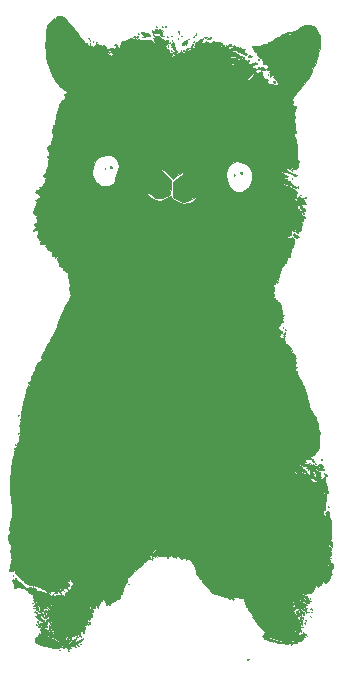
<source format=gbo>
G04 #@! TF.GenerationSoftware,KiCad,Pcbnew,5.1.4-e60b266~84~ubuntu18.04.1*
G04 #@! TF.CreationDate,2019-09-12T23:07:35+01:00*
G04 #@! TF.ProjectId,load,6c6f6164-2e6b-4696-9361-645f70636258,rev?*
G04 #@! TF.SameCoordinates,Original*
G04 #@! TF.FileFunction,Legend,Bot*
G04 #@! TF.FilePolarity,Positive*
%FSLAX46Y46*%
G04 Gerber Fmt 4.6, Leading zero omitted, Abs format (unit mm)*
G04 Created by KiCad (PCBNEW 5.1.4-e60b266~84~ubuntu18.04.1) date 2019-09-12 23:07:35*
%MOMM*%
%LPD*%
G04 APERTURE LIST*
%ADD10C,0.010000*%
%ADD11C,1.920000*%
%ADD12R,1.920000X1.920000*%
%ADD13C,6.300000*%
%ADD14C,0.620000*%
G04 APERTURE END LIST*
D10*
G36*
X89902626Y-84216307D02*
G01*
X89864829Y-84306260D01*
X89891839Y-84395017D01*
X89969201Y-84435987D01*
X89970800Y-84436000D01*
X90053198Y-84406838D01*
X90072400Y-84366020D01*
X90042296Y-84283970D01*
X89976597Y-84220919D01*
X89912222Y-84209426D01*
X89902626Y-84216307D01*
X89902626Y-84216307D01*
G37*
X89902626Y-84216307D02*
X89864829Y-84306260D01*
X89891839Y-84395017D01*
X89969201Y-84435987D01*
X89970800Y-84436000D01*
X90053198Y-84406838D01*
X90072400Y-84366020D01*
X90042296Y-84283970D01*
X89976597Y-84220919D01*
X89912222Y-84209426D01*
X89902626Y-84216307D01*
G36*
X89412000Y-84461400D02*
G01*
X89437400Y-84486800D01*
X89462800Y-84461400D01*
X89437400Y-84436000D01*
X89412000Y-84461400D01*
X89412000Y-84461400D01*
G37*
X89412000Y-84461400D02*
X89437400Y-84486800D01*
X89462800Y-84461400D01*
X89437400Y-84436000D01*
X89412000Y-84461400D01*
G36*
X100886418Y-84726862D02*
G01*
X100851545Y-84819492D01*
X100859061Y-84864385D01*
X100927702Y-84933339D01*
X101021046Y-84933193D01*
X101073613Y-84888325D01*
X101075093Y-84811526D01*
X101017995Y-84740907D01*
X100938728Y-84707871D01*
X100886418Y-84726862D01*
X100886418Y-84726862D01*
G37*
X100886418Y-84726862D02*
X100851545Y-84819492D01*
X100859061Y-84864385D01*
X100927702Y-84933339D01*
X101021046Y-84933193D01*
X101073613Y-84888325D01*
X101075093Y-84811526D01*
X101017995Y-84740907D01*
X100938728Y-84707871D01*
X100886418Y-84726862D01*
G36*
X100356515Y-84927136D02*
G01*
X100365417Y-84966761D01*
X100406411Y-85038265D01*
X100432918Y-85026287D01*
X100435600Y-84997798D01*
X100398705Y-84928912D01*
X100385382Y-84918959D01*
X100356515Y-84927136D01*
X100356515Y-84927136D01*
G37*
X100356515Y-84927136D02*
X100365417Y-84966761D01*
X100406411Y-85038265D01*
X100432918Y-85026287D01*
X100435600Y-84997798D01*
X100398705Y-84928912D01*
X100385382Y-84918959D01*
X100356515Y-84927136D01*
G36*
X106480800Y-109810600D02*
G01*
X106506200Y-109836000D01*
X106531600Y-109810600D01*
X106506200Y-109785200D01*
X106480800Y-109810600D01*
X106480800Y-109810600D01*
G37*
X106480800Y-109810600D02*
X106506200Y-109836000D01*
X106531600Y-109810600D01*
X106506200Y-109785200D01*
X106480800Y-109810600D01*
G36*
X85043200Y-123475800D02*
G01*
X85068600Y-123501200D01*
X85094000Y-123475800D01*
X85068600Y-123450400D01*
X85043200Y-123475800D01*
X85043200Y-123475800D01*
G37*
X85043200Y-123475800D02*
X85068600Y-123501200D01*
X85094000Y-123475800D01*
X85068600Y-123450400D01*
X85043200Y-123475800D01*
G36*
X85009334Y-123873733D02*
G01*
X85003254Y-123934021D01*
X85009334Y-123941466D01*
X85039534Y-123934493D01*
X85043200Y-123907600D01*
X85024614Y-123865785D01*
X85009334Y-123873733D01*
X85009334Y-123873733D01*
G37*
X85009334Y-123873733D02*
X85003254Y-123934021D01*
X85009334Y-123941466D01*
X85039534Y-123934493D01*
X85043200Y-123907600D01*
X85024614Y-123865785D01*
X85009334Y-123873733D01*
G36*
X84992400Y-124085400D02*
G01*
X85017800Y-124110800D01*
X85043200Y-124085400D01*
X85017800Y-124060000D01*
X84992400Y-124085400D01*
X84992400Y-124085400D01*
G37*
X84992400Y-124085400D02*
X85017800Y-124110800D01*
X85043200Y-124085400D01*
X85017800Y-124060000D01*
X84992400Y-124085400D01*
G36*
X85500400Y-124390200D02*
G01*
X85525800Y-124415600D01*
X85551200Y-124390200D01*
X85525800Y-124364800D01*
X85500400Y-124390200D01*
X85500400Y-124390200D01*
G37*
X85500400Y-124390200D02*
X85525800Y-124415600D01*
X85551200Y-124390200D01*
X85525800Y-124364800D01*
X85500400Y-124390200D01*
G36*
X93780800Y-72421800D02*
G01*
X93806200Y-72447200D01*
X93831600Y-72421800D01*
X93806200Y-72396400D01*
X93780800Y-72421800D01*
X93780800Y-72421800D01*
G37*
X93780800Y-72421800D02*
X93806200Y-72447200D01*
X93831600Y-72421800D01*
X93806200Y-72396400D01*
X93780800Y-72421800D01*
G36*
X94508934Y-72413333D02*
G01*
X94515907Y-72443533D01*
X94542800Y-72447200D01*
X94584615Y-72428613D01*
X94576667Y-72413333D01*
X94516379Y-72407253D01*
X94508934Y-72413333D01*
X94508934Y-72413333D01*
G37*
X94508934Y-72413333D02*
X94515907Y-72443533D01*
X94542800Y-72447200D01*
X94584615Y-72428613D01*
X94576667Y-72413333D01*
X94516379Y-72407253D01*
X94508934Y-72413333D01*
G36*
X94305734Y-72413333D02*
G01*
X94299654Y-72473621D01*
X94305734Y-72481066D01*
X94335934Y-72474093D01*
X94339600Y-72447200D01*
X94321014Y-72405385D01*
X94305734Y-72413333D01*
X94305734Y-72413333D01*
G37*
X94305734Y-72413333D02*
X94299654Y-72473621D01*
X94305734Y-72481066D01*
X94335934Y-72474093D01*
X94339600Y-72447200D01*
X94321014Y-72405385D01*
X94305734Y-72413333D01*
G36*
X94051734Y-72616533D02*
G01*
X94045654Y-72676821D01*
X94051734Y-72684266D01*
X94081934Y-72677293D01*
X94085600Y-72650400D01*
X94067014Y-72608585D01*
X94051734Y-72616533D01*
X94051734Y-72616533D01*
G37*
X94051734Y-72616533D02*
X94045654Y-72676821D01*
X94051734Y-72684266D01*
X94081934Y-72677293D01*
X94085600Y-72650400D01*
X94067014Y-72608585D01*
X94051734Y-72616533D01*
G36*
X94187200Y-72726600D02*
G01*
X94212600Y-72752000D01*
X94238000Y-72726600D01*
X94212600Y-72701200D01*
X94187200Y-72726600D01*
X94187200Y-72726600D01*
G37*
X94187200Y-72726600D02*
X94212600Y-72752000D01*
X94238000Y-72726600D01*
X94212600Y-72701200D01*
X94187200Y-72726600D01*
G36*
X94356534Y-72768933D02*
G01*
X94350454Y-72829221D01*
X94356534Y-72836666D01*
X94386734Y-72829693D01*
X94390400Y-72802800D01*
X94371814Y-72760985D01*
X94356534Y-72768933D01*
X94356534Y-72768933D01*
G37*
X94356534Y-72768933D02*
X94350454Y-72829221D01*
X94356534Y-72836666D01*
X94386734Y-72829693D01*
X94390400Y-72802800D01*
X94371814Y-72760985D01*
X94356534Y-72768933D01*
G36*
X92256800Y-73031400D02*
G01*
X92282200Y-73056800D01*
X92307600Y-73031400D01*
X92282200Y-73006000D01*
X92256800Y-73031400D01*
X92256800Y-73031400D01*
G37*
X92256800Y-73031400D02*
X92282200Y-73056800D01*
X92307600Y-73031400D01*
X92282200Y-73006000D01*
X92256800Y-73031400D01*
G36*
X95669317Y-72831907D02*
G01*
X95665994Y-72896674D01*
X95701231Y-72989559D01*
X95711200Y-73006000D01*
X95748508Y-73046621D01*
X95760717Y-72996429D01*
X95761223Y-72970898D01*
X95741090Y-72868457D01*
X95711200Y-72828200D01*
X95669317Y-72831907D01*
X95669317Y-72831907D01*
G37*
X95669317Y-72831907D02*
X95665994Y-72896674D01*
X95701231Y-72989559D01*
X95711200Y-73006000D01*
X95748508Y-73046621D01*
X95760717Y-72996429D01*
X95761223Y-72970898D01*
X95741090Y-72868457D01*
X95711200Y-72828200D01*
X95669317Y-72831907D01*
G36*
X97133600Y-73031400D02*
G01*
X97159000Y-73056800D01*
X97184400Y-73031400D01*
X97159000Y-73006000D01*
X97133600Y-73031400D01*
X97133600Y-73031400D01*
G37*
X97133600Y-73031400D02*
X97159000Y-73056800D01*
X97184400Y-73031400D01*
X97159000Y-73006000D01*
X97133600Y-73031400D01*
G36*
X93476000Y-73082200D02*
G01*
X93501400Y-73107600D01*
X93526800Y-73082200D01*
X93501400Y-73056800D01*
X93476000Y-73082200D01*
X93476000Y-73082200D01*
G37*
X93476000Y-73082200D02*
X93501400Y-73107600D01*
X93526800Y-73082200D01*
X93501400Y-73056800D01*
X93476000Y-73082200D01*
G36*
X97082800Y-73133000D02*
G01*
X97108200Y-73158400D01*
X97133600Y-73133000D01*
X97108200Y-73107600D01*
X97082800Y-73133000D01*
X97082800Y-73133000D01*
G37*
X97082800Y-73133000D02*
X97108200Y-73158400D01*
X97133600Y-73133000D01*
X97108200Y-73107600D01*
X97082800Y-73133000D01*
G36*
X92508352Y-72893848D02*
G01*
X92477055Y-72929800D01*
X92501325Y-73002698D01*
X92599115Y-73081000D01*
X92743518Y-73154697D01*
X92907632Y-73213782D01*
X93064549Y-73248247D01*
X93187366Y-73248084D01*
X93243813Y-73215005D01*
X93253828Y-73125143D01*
X93188125Y-73064223D01*
X93142802Y-73056800D01*
X93077109Y-73031008D01*
X93069600Y-73010755D01*
X93029145Y-72984624D01*
X92968000Y-72991280D01*
X92887177Y-72990593D01*
X92866400Y-72962719D01*
X92829403Y-72929694D01*
X92790200Y-72936829D01*
X92725046Y-72932960D01*
X92714000Y-72906301D01*
X92675296Y-72868136D01*
X92590891Y-72865558D01*
X92508352Y-72893848D01*
X92508352Y-72893848D01*
G37*
X92508352Y-72893848D02*
X92477055Y-72929800D01*
X92501325Y-73002698D01*
X92599115Y-73081000D01*
X92743518Y-73154697D01*
X92907632Y-73213782D01*
X93064549Y-73248247D01*
X93187366Y-73248084D01*
X93243813Y-73215005D01*
X93253828Y-73125143D01*
X93188125Y-73064223D01*
X93142802Y-73056800D01*
X93077109Y-73031008D01*
X93069600Y-73010755D01*
X93029145Y-72984624D01*
X92968000Y-72991280D01*
X92887177Y-72990593D01*
X92866400Y-72962719D01*
X92829403Y-72929694D01*
X92790200Y-72936829D01*
X92725046Y-72932960D01*
X92714000Y-72906301D01*
X92675296Y-72868136D01*
X92590891Y-72865558D01*
X92508352Y-72893848D01*
G36*
X94390400Y-73234600D02*
G01*
X94415800Y-73260000D01*
X94441200Y-73234600D01*
X94415800Y-73209200D01*
X94390400Y-73234600D01*
X94390400Y-73234600D01*
G37*
X94390400Y-73234600D02*
X94415800Y-73260000D01*
X94441200Y-73234600D01*
X94415800Y-73209200D01*
X94390400Y-73234600D01*
G36*
X95016934Y-73226133D02*
G01*
X95023907Y-73256333D01*
X95050800Y-73260000D01*
X95092615Y-73241413D01*
X95084667Y-73226133D01*
X95024379Y-73220053D01*
X95016934Y-73226133D01*
X95016934Y-73226133D01*
G37*
X95016934Y-73226133D02*
X95023907Y-73256333D01*
X95050800Y-73260000D01*
X95092615Y-73241413D01*
X95084667Y-73226133D01*
X95024379Y-73220053D01*
X95016934Y-73226133D01*
G36*
X95914400Y-73234600D02*
G01*
X95939800Y-73260000D01*
X95965200Y-73234600D01*
X95939800Y-73209200D01*
X95914400Y-73234600D01*
X95914400Y-73234600D01*
G37*
X95914400Y-73234600D02*
X95939800Y-73260000D01*
X95965200Y-73234600D01*
X95939800Y-73209200D01*
X95914400Y-73234600D01*
G36*
X91850400Y-73285400D02*
G01*
X91875800Y-73310800D01*
X91901200Y-73285400D01*
X91875800Y-73260000D01*
X91850400Y-73285400D01*
X91850400Y-73285400D01*
G37*
X91850400Y-73285400D02*
X91875800Y-73310800D01*
X91901200Y-73285400D01*
X91875800Y-73260000D01*
X91850400Y-73285400D01*
G36*
X92578534Y-73276933D02*
G01*
X92585507Y-73307133D01*
X92612400Y-73310800D01*
X92654215Y-73292213D01*
X92646267Y-73276933D01*
X92585979Y-73270853D01*
X92578534Y-73276933D01*
X92578534Y-73276933D01*
G37*
X92578534Y-73276933D02*
X92585507Y-73307133D01*
X92612400Y-73310800D01*
X92654215Y-73292213D01*
X92646267Y-73276933D01*
X92585979Y-73270853D01*
X92578534Y-73276933D01*
G36*
X92764800Y-73285400D02*
G01*
X92790200Y-73310800D01*
X92815600Y-73285400D01*
X92790200Y-73260000D01*
X92764800Y-73285400D01*
X92764800Y-73285400D01*
G37*
X92764800Y-73285400D02*
X92790200Y-73310800D01*
X92815600Y-73285400D01*
X92790200Y-73260000D01*
X92764800Y-73285400D01*
G36*
X93694685Y-72671671D02*
G01*
X93699188Y-72754224D01*
X93694650Y-72869754D01*
X93644139Y-72904400D01*
X93595117Y-72880503D01*
X93599711Y-72858923D01*
X93585522Y-72805621D01*
X93547754Y-72782723D01*
X93456581Y-72754429D01*
X93427174Y-72772040D01*
X93425978Y-72790100D01*
X93474536Y-72897433D01*
X93610543Y-72962513D01*
X93736738Y-72979896D01*
X93920333Y-72991306D01*
X94024741Y-73002716D01*
X94072248Y-73019172D01*
X94085141Y-73045725D01*
X94085600Y-73058924D01*
X94117350Y-73133286D01*
X94174500Y-73206780D01*
X94229604Y-73258722D01*
X94257693Y-73248781D01*
X94271135Y-73161313D01*
X94276580Y-73077656D01*
X94276203Y-73056800D01*
X94238000Y-73056800D01*
X94219414Y-73098614D01*
X94204134Y-73090666D01*
X94198054Y-73030378D01*
X94204134Y-73022933D01*
X94234334Y-73029906D01*
X94238000Y-73056800D01*
X94276203Y-73056800D01*
X94274109Y-72941205D01*
X94264629Y-72904400D01*
X94187200Y-72904400D01*
X94168614Y-72946214D01*
X94153334Y-72938266D01*
X94147254Y-72877978D01*
X94153334Y-72870533D01*
X94183534Y-72877506D01*
X94187200Y-72904400D01*
X94264629Y-72904400D01*
X94252539Y-72857468D01*
X94238480Y-72845980D01*
X94139704Y-72834325D01*
X94128177Y-72833280D01*
X94055889Y-72797705D01*
X93949651Y-72715630D01*
X93919813Y-72688693D01*
X93796381Y-72594225D01*
X93721860Y-72588396D01*
X93694685Y-72671671D01*
X93694685Y-72671671D01*
G37*
X93694685Y-72671671D02*
X93699188Y-72754224D01*
X93694650Y-72869754D01*
X93644139Y-72904400D01*
X93595117Y-72880503D01*
X93599711Y-72858923D01*
X93585522Y-72805621D01*
X93547754Y-72782723D01*
X93456581Y-72754429D01*
X93427174Y-72772040D01*
X93425978Y-72790100D01*
X93474536Y-72897433D01*
X93610543Y-72962513D01*
X93736738Y-72979896D01*
X93920333Y-72991306D01*
X94024741Y-73002716D01*
X94072248Y-73019172D01*
X94085141Y-73045725D01*
X94085600Y-73058924D01*
X94117350Y-73133286D01*
X94174500Y-73206780D01*
X94229604Y-73258722D01*
X94257693Y-73248781D01*
X94271135Y-73161313D01*
X94276580Y-73077656D01*
X94276203Y-73056800D01*
X94238000Y-73056800D01*
X94219414Y-73098614D01*
X94204134Y-73090666D01*
X94198054Y-73030378D01*
X94204134Y-73022933D01*
X94234334Y-73029906D01*
X94238000Y-73056800D01*
X94276203Y-73056800D01*
X94274109Y-72941205D01*
X94264629Y-72904400D01*
X94187200Y-72904400D01*
X94168614Y-72946214D01*
X94153334Y-72938266D01*
X94147254Y-72877978D01*
X94153334Y-72870533D01*
X94183534Y-72877506D01*
X94187200Y-72904400D01*
X94264629Y-72904400D01*
X94252539Y-72857468D01*
X94238480Y-72845980D01*
X94139704Y-72834325D01*
X94128177Y-72833280D01*
X94055889Y-72797705D01*
X93949651Y-72715630D01*
X93919813Y-72688693D01*
X93796381Y-72594225D01*
X93721860Y-72588396D01*
X93694685Y-72671671D01*
G36*
X94695200Y-73285400D02*
G01*
X94720600Y-73310800D01*
X94746000Y-73285400D01*
X94720600Y-73260000D01*
X94695200Y-73285400D01*
X94695200Y-73285400D01*
G37*
X94695200Y-73285400D02*
X94720600Y-73310800D01*
X94746000Y-73285400D01*
X94720600Y-73260000D01*
X94695200Y-73285400D01*
G36*
X96930400Y-73285400D02*
G01*
X96955800Y-73310800D01*
X96981200Y-73285400D01*
X96955800Y-73260000D01*
X96930400Y-73285400D01*
X96930400Y-73285400D01*
G37*
X96930400Y-73285400D02*
X96955800Y-73310800D01*
X96981200Y-73285400D01*
X96955800Y-73260000D01*
X96930400Y-73285400D01*
G36*
X91969463Y-73291121D02*
G01*
X91977400Y-73310800D01*
X92023050Y-73359262D01*
X92031199Y-73361600D01*
X92053018Y-73322296D01*
X92053600Y-73310800D01*
X92014548Y-73261952D01*
X91999802Y-73260000D01*
X91969463Y-73291121D01*
X91969463Y-73291121D01*
G37*
X91969463Y-73291121D02*
X91977400Y-73310800D01*
X92023050Y-73359262D01*
X92031199Y-73361600D01*
X92053018Y-73322296D01*
X92053600Y-73310800D01*
X92014548Y-73261952D01*
X91999802Y-73260000D01*
X91969463Y-73291121D01*
G36*
X92159782Y-73270579D02*
G01*
X92166008Y-73317822D01*
X92193987Y-73356062D01*
X92227187Y-73317618D01*
X92245827Y-73242831D01*
X92236487Y-73222753D01*
X92186268Y-73214411D01*
X92159782Y-73270579D01*
X92159782Y-73270579D01*
G37*
X92159782Y-73270579D02*
X92166008Y-73317822D01*
X92193987Y-73356062D01*
X92227187Y-73317618D01*
X92245827Y-73242831D01*
X92236487Y-73222753D01*
X92186268Y-73214411D01*
X92159782Y-73270579D01*
G36*
X97874797Y-73281108D02*
G01*
X97844800Y-73311369D01*
X97885054Y-73350428D01*
X97970828Y-73360265D01*
X98049647Y-73338465D01*
X98066740Y-73321576D01*
X98043447Y-73288144D01*
X97968138Y-73271345D01*
X97874797Y-73281108D01*
X97874797Y-73281108D01*
G37*
X97874797Y-73281108D02*
X97844800Y-73311369D01*
X97885054Y-73350428D01*
X97970828Y-73360265D01*
X98049647Y-73338465D01*
X98066740Y-73321576D01*
X98043447Y-73288144D01*
X97968138Y-73271345D01*
X97874797Y-73281108D01*
G36*
X88040983Y-73400903D02*
G01*
X88040400Y-73412400D01*
X88079453Y-73461247D01*
X88094199Y-73463200D01*
X88124538Y-73432078D01*
X88116600Y-73412400D01*
X88070951Y-73363937D01*
X88062802Y-73361600D01*
X88040983Y-73400903D01*
X88040983Y-73400903D01*
G37*
X88040983Y-73400903D02*
X88040400Y-73412400D01*
X88079453Y-73461247D01*
X88094199Y-73463200D01*
X88124538Y-73432078D01*
X88116600Y-73412400D01*
X88070951Y-73363937D01*
X88062802Y-73361600D01*
X88040983Y-73400903D01*
G36*
X95609600Y-73437800D02*
G01*
X95635000Y-73463200D01*
X95660400Y-73437800D01*
X95635000Y-73412400D01*
X95609600Y-73437800D01*
X95609600Y-73437800D01*
G37*
X95609600Y-73437800D02*
X95635000Y-73463200D01*
X95660400Y-73437800D01*
X95635000Y-73412400D01*
X95609600Y-73437800D01*
G36*
X96473200Y-73488600D02*
G01*
X96498600Y-73514000D01*
X96524000Y-73488600D01*
X96498600Y-73463200D01*
X96473200Y-73488600D01*
X96473200Y-73488600D01*
G37*
X96473200Y-73488600D02*
X96498600Y-73514000D01*
X96524000Y-73488600D01*
X96498600Y-73463200D01*
X96473200Y-73488600D01*
G36*
X97489200Y-73488600D02*
G01*
X97514600Y-73514000D01*
X97540000Y-73488600D01*
X97514600Y-73463200D01*
X97489200Y-73488600D01*
X97489200Y-73488600D01*
G37*
X97489200Y-73488600D02*
X97514600Y-73514000D01*
X97540000Y-73488600D01*
X97514600Y-73463200D01*
X97489200Y-73488600D01*
G36*
X98270262Y-73377933D02*
G01*
X98252269Y-73394444D01*
X98126337Y-73514000D01*
X98241163Y-73514000D01*
X98343459Y-73484736D01*
X98384587Y-73439475D01*
X98403181Y-73341019D01*
X98361659Y-73319343D01*
X98270262Y-73377933D01*
X98270262Y-73377933D01*
G37*
X98270262Y-73377933D02*
X98252269Y-73394444D01*
X98126337Y-73514000D01*
X98241163Y-73514000D01*
X98343459Y-73484736D01*
X98384587Y-73439475D01*
X98403181Y-73341019D01*
X98361659Y-73319343D01*
X98270262Y-73377933D01*
G36*
X88142000Y-73590200D02*
G01*
X88167400Y-73615600D01*
X88192800Y-73590200D01*
X88167400Y-73564800D01*
X88142000Y-73590200D01*
X88142000Y-73590200D01*
G37*
X88142000Y-73590200D02*
X88167400Y-73615600D01*
X88192800Y-73590200D01*
X88167400Y-73564800D01*
X88142000Y-73590200D01*
G36*
X94762098Y-73555275D02*
G01*
X94756042Y-73634669D01*
X94766109Y-73652641D01*
X94789198Y-73637491D01*
X94792790Y-73585966D01*
X94780384Y-73531761D01*
X94762098Y-73555275D01*
X94762098Y-73555275D01*
G37*
X94762098Y-73555275D02*
X94756042Y-73634669D01*
X94766109Y-73652641D01*
X94789198Y-73637491D01*
X94792790Y-73585966D01*
X94780384Y-73531761D01*
X94762098Y-73555275D01*
G36*
X95118534Y-73581733D02*
G01*
X95112454Y-73642021D01*
X95118534Y-73649466D01*
X95148734Y-73642493D01*
X95152400Y-73615600D01*
X95133814Y-73573785D01*
X95118534Y-73581733D01*
X95118534Y-73581733D01*
G37*
X95118534Y-73581733D02*
X95112454Y-73642021D01*
X95118534Y-73649466D01*
X95148734Y-73642493D01*
X95152400Y-73615600D01*
X95133814Y-73573785D01*
X95118534Y-73581733D01*
G36*
X88396000Y-73691800D02*
G01*
X88421400Y-73717200D01*
X88446800Y-73691800D01*
X88421400Y-73666400D01*
X88396000Y-73691800D01*
X88396000Y-73691800D01*
G37*
X88396000Y-73691800D02*
X88421400Y-73717200D01*
X88446800Y-73691800D01*
X88421400Y-73666400D01*
X88396000Y-73691800D01*
G36*
X96947334Y-73683333D02*
G01*
X96941254Y-73743621D01*
X96947334Y-73751066D01*
X96977534Y-73744093D01*
X96981200Y-73717200D01*
X96962614Y-73675385D01*
X96947334Y-73683333D01*
X96947334Y-73683333D01*
G37*
X96947334Y-73683333D02*
X96941254Y-73743621D01*
X96947334Y-73751066D01*
X96977534Y-73744093D01*
X96981200Y-73717200D01*
X96962614Y-73675385D01*
X96947334Y-73683333D01*
G36*
X88708650Y-73737749D02*
G01*
X88654541Y-73784971D01*
X88650000Y-73796398D01*
X88674109Y-73817277D01*
X88724302Y-73770492D01*
X88731051Y-73760150D01*
X88737039Y-73725388D01*
X88708650Y-73737749D01*
X88708650Y-73737749D01*
G37*
X88708650Y-73737749D02*
X88654541Y-73784971D01*
X88650000Y-73796398D01*
X88674109Y-73817277D01*
X88724302Y-73770492D01*
X88731051Y-73760150D01*
X88737039Y-73725388D01*
X88708650Y-73737749D01*
G36*
X94746000Y-73793400D02*
G01*
X94771400Y-73818800D01*
X94796800Y-73793400D01*
X94771400Y-73768000D01*
X94746000Y-73793400D01*
X94746000Y-73793400D01*
G37*
X94746000Y-73793400D02*
X94771400Y-73818800D01*
X94796800Y-73793400D01*
X94771400Y-73768000D01*
X94746000Y-73793400D01*
G36*
X94898400Y-73793400D02*
G01*
X94923800Y-73818800D01*
X94949200Y-73793400D01*
X94923800Y-73768000D01*
X94898400Y-73793400D01*
X94898400Y-73793400D01*
G37*
X94898400Y-73793400D02*
X94923800Y-73818800D01*
X94949200Y-73793400D01*
X94923800Y-73768000D01*
X94898400Y-73793400D01*
G36*
X95000000Y-73945800D02*
G01*
X95025400Y-73971200D01*
X95050800Y-73945800D01*
X95025400Y-73920400D01*
X95000000Y-73945800D01*
X95000000Y-73945800D01*
G37*
X95000000Y-73945800D02*
X95025400Y-73971200D01*
X95050800Y-73945800D01*
X95025400Y-73920400D01*
X95000000Y-73945800D01*
G36*
X96321187Y-73849489D02*
G01*
X96314497Y-73856053D01*
X96274371Y-73922658D01*
X96279811Y-73947144D01*
X96317600Y-73931899D01*
X96342934Y-73884490D01*
X96358401Y-73825142D01*
X96321187Y-73849489D01*
X96321187Y-73849489D01*
G37*
X96321187Y-73849489D02*
X96314497Y-73856053D01*
X96274371Y-73922658D01*
X96279811Y-73947144D01*
X96317600Y-73931899D01*
X96342934Y-73884490D01*
X96358401Y-73825142D01*
X96321187Y-73849489D01*
G36*
X96845734Y-73937333D02*
G01*
X96852707Y-73967533D01*
X96879600Y-73971200D01*
X96921415Y-73952613D01*
X96913467Y-73937333D01*
X96853179Y-73931253D01*
X96845734Y-73937333D01*
X96845734Y-73937333D01*
G37*
X96845734Y-73937333D02*
X96852707Y-73967533D01*
X96879600Y-73971200D01*
X96921415Y-73952613D01*
X96913467Y-73937333D01*
X96853179Y-73931253D01*
X96845734Y-73937333D01*
G36*
X90283450Y-73940949D02*
G01*
X90228913Y-73992099D01*
X90240101Y-74021505D01*
X90247202Y-74022000D01*
X90290170Y-73985917D01*
X90305851Y-73963350D01*
X90311839Y-73928588D01*
X90283450Y-73940949D01*
X90283450Y-73940949D01*
G37*
X90283450Y-73940949D02*
X90228913Y-73992099D01*
X90240101Y-74021505D01*
X90247202Y-74022000D01*
X90290170Y-73985917D01*
X90305851Y-73963350D01*
X90311839Y-73928588D01*
X90283450Y-73940949D01*
G36*
X90394134Y-73937333D02*
G01*
X90388054Y-73997621D01*
X90394134Y-74005066D01*
X90424334Y-73998093D01*
X90428000Y-73971200D01*
X90409414Y-73929385D01*
X90394134Y-73937333D01*
X90394134Y-73937333D01*
G37*
X90394134Y-73937333D02*
X90388054Y-73997621D01*
X90394134Y-74005066D01*
X90424334Y-73998093D01*
X90428000Y-73971200D01*
X90409414Y-73929385D01*
X90394134Y-73937333D01*
G36*
X96214926Y-73653059D02*
G01*
X96097180Y-73757568D01*
X95990159Y-73889196D01*
X95962555Y-73933100D01*
X95938966Y-74002675D01*
X95994858Y-74021224D01*
X96001513Y-74021222D01*
X96107768Y-74000999D01*
X96143000Y-73983122D01*
X96214367Y-73910465D01*
X96293479Y-73803217D01*
X96359430Y-73694052D01*
X96391312Y-73615651D01*
X96388799Y-73598931D01*
X96319948Y-73594053D01*
X96214926Y-73653059D01*
X96214926Y-73653059D01*
G37*
X96214926Y-73653059D02*
X96097180Y-73757568D01*
X95990159Y-73889196D01*
X95962555Y-73933100D01*
X95938966Y-74002675D01*
X95994858Y-74021224D01*
X96001513Y-74021222D01*
X96107768Y-74000999D01*
X96143000Y-73983122D01*
X96214367Y-73910465D01*
X96293479Y-73803217D01*
X96359430Y-73694052D01*
X96391312Y-73615651D01*
X96388799Y-73598931D01*
X96319948Y-73594053D01*
X96214926Y-73653059D01*
G36*
X99876800Y-74047400D02*
G01*
X99902200Y-74072800D01*
X99927600Y-74047400D01*
X99902200Y-74022000D01*
X99876800Y-74047400D01*
X99876800Y-74047400D01*
G37*
X99876800Y-74047400D02*
X99902200Y-74072800D01*
X99927600Y-74047400D01*
X99902200Y-74022000D01*
X99876800Y-74047400D01*
G36*
X100384800Y-74047400D02*
G01*
X100410200Y-74072800D01*
X100435600Y-74047400D01*
X100410200Y-74022000D01*
X100384800Y-74047400D01*
X100384800Y-74047400D01*
G37*
X100384800Y-74047400D02*
X100410200Y-74072800D01*
X100435600Y-74047400D01*
X100410200Y-74022000D01*
X100384800Y-74047400D01*
G36*
X96728677Y-74060657D02*
G01*
X96727200Y-74072800D01*
X96765858Y-74122123D01*
X96778000Y-74123600D01*
X96827324Y-74084942D01*
X96828800Y-74072800D01*
X96790143Y-74023476D01*
X96778000Y-74022000D01*
X96728677Y-74060657D01*
X96728677Y-74060657D01*
G37*
X96728677Y-74060657D02*
X96727200Y-74072800D01*
X96765858Y-74122123D01*
X96778000Y-74123600D01*
X96827324Y-74084942D01*
X96828800Y-74072800D01*
X96790143Y-74023476D01*
X96778000Y-74022000D01*
X96728677Y-74060657D01*
G36*
X99992803Y-73912852D02*
G01*
X99978400Y-73985520D01*
X100001195Y-74073127D01*
X100088187Y-74104952D01*
X100118100Y-74106851D01*
X100189164Y-74103967D01*
X100171229Y-74089603D01*
X100166789Y-74088399D01*
X100101085Y-74036774D01*
X100106712Y-73967068D01*
X100107491Y-73886973D01*
X100058024Y-73869600D01*
X99992803Y-73912852D01*
X99992803Y-73912852D01*
G37*
X99992803Y-73912852D02*
X99978400Y-73985520D01*
X100001195Y-74073127D01*
X100088187Y-74104952D01*
X100118100Y-74106851D01*
X100189164Y-74103967D01*
X100171229Y-74089603D01*
X100166789Y-74088399D01*
X100101085Y-74036774D01*
X100106712Y-73967068D01*
X100107491Y-73886973D01*
X100058024Y-73869600D01*
X99992803Y-73912852D01*
G36*
X100283200Y-74098200D02*
G01*
X100308600Y-74123600D01*
X100334000Y-74098200D01*
X100308600Y-74072800D01*
X100283200Y-74098200D01*
X100283200Y-74098200D01*
G37*
X100283200Y-74098200D02*
X100308600Y-74123600D01*
X100334000Y-74098200D01*
X100308600Y-74072800D01*
X100283200Y-74098200D01*
G36*
X94748207Y-74063482D02*
G01*
X94746000Y-74098200D01*
X94772586Y-74165815D01*
X94795206Y-74174400D01*
X94823157Y-74137163D01*
X94815171Y-74098200D01*
X94779114Y-74031359D01*
X94765965Y-74022000D01*
X94748207Y-74063482D01*
X94748207Y-74063482D01*
G37*
X94748207Y-74063482D02*
X94746000Y-74098200D01*
X94772586Y-74165815D01*
X94795206Y-74174400D01*
X94823157Y-74137163D01*
X94815171Y-74098200D01*
X94779114Y-74031359D01*
X94765965Y-74022000D01*
X94748207Y-74063482D01*
G36*
X96574800Y-74250600D02*
G01*
X96600200Y-74276000D01*
X96625600Y-74250600D01*
X96600200Y-74225200D01*
X96574800Y-74250600D01*
X96574800Y-74250600D01*
G37*
X96574800Y-74250600D02*
X96600200Y-74276000D01*
X96625600Y-74250600D01*
X96600200Y-74225200D01*
X96574800Y-74250600D01*
G36*
X89632134Y-74343733D02*
G01*
X89639107Y-74373933D01*
X89666000Y-74377600D01*
X89707815Y-74359013D01*
X89699867Y-74343733D01*
X89639579Y-74337653D01*
X89632134Y-74343733D01*
X89632134Y-74343733D01*
G37*
X89632134Y-74343733D02*
X89639107Y-74373933D01*
X89666000Y-74377600D01*
X89707815Y-74359013D01*
X89699867Y-74343733D01*
X89639579Y-74337653D01*
X89632134Y-74343733D01*
G36*
X96422400Y-74261280D02*
G01*
X96340047Y-74301489D01*
X96320800Y-74332724D01*
X96359239Y-74371658D01*
X96437868Y-74371574D01*
X96490134Y-74343733D01*
X96523730Y-74278006D01*
X96472678Y-74253456D01*
X96422400Y-74261280D01*
X96422400Y-74261280D01*
G37*
X96422400Y-74261280D02*
X96340047Y-74301489D01*
X96320800Y-74332724D01*
X96359239Y-74371658D01*
X96437868Y-74371574D01*
X96490134Y-74343733D01*
X96523730Y-74278006D01*
X96472678Y-74253456D01*
X96422400Y-74261280D01*
G36*
X95000000Y-74453800D02*
G01*
X95025400Y-74479200D01*
X95050800Y-74453800D01*
X95025400Y-74428400D01*
X95000000Y-74453800D01*
X95000000Y-74453800D01*
G37*
X95000000Y-74453800D02*
X95025400Y-74479200D01*
X95050800Y-74453800D01*
X95025400Y-74428400D01*
X95000000Y-74453800D01*
G36*
X95863600Y-74453800D02*
G01*
X95889000Y-74479200D01*
X95914400Y-74453800D01*
X95889000Y-74428400D01*
X95863600Y-74453800D01*
X95863600Y-74453800D01*
G37*
X95863600Y-74453800D02*
X95889000Y-74479200D01*
X95914400Y-74453800D01*
X95889000Y-74428400D01*
X95863600Y-74453800D01*
G36*
X96032934Y-74445333D02*
G01*
X96039907Y-74475533D01*
X96066800Y-74479200D01*
X96108615Y-74460613D01*
X96100667Y-74445333D01*
X96040379Y-74439253D01*
X96032934Y-74445333D01*
X96032934Y-74445333D01*
G37*
X96032934Y-74445333D02*
X96039907Y-74475533D01*
X96066800Y-74479200D01*
X96108615Y-74460613D01*
X96100667Y-74445333D01*
X96040379Y-74439253D01*
X96032934Y-74445333D01*
G36*
X95101600Y-74504600D02*
G01*
X95127000Y-74530000D01*
X95152400Y-74504600D01*
X95127000Y-74479200D01*
X95101600Y-74504600D01*
X95101600Y-74504600D01*
G37*
X95101600Y-74504600D02*
X95127000Y-74530000D01*
X95152400Y-74504600D01*
X95127000Y-74479200D01*
X95101600Y-74504600D01*
G36*
X95135832Y-73816809D02*
G01*
X95124459Y-73858693D01*
X95089668Y-74029560D01*
X95075722Y-74121205D01*
X95081385Y-74153578D01*
X95105425Y-74146630D01*
X95106697Y-74145850D01*
X95158409Y-74161445D01*
X95185819Y-74209280D01*
X95237482Y-74296347D01*
X95324296Y-74397795D01*
X95419982Y-74488027D01*
X95498260Y-74541452D01*
X95528679Y-74543188D01*
X95523282Y-74487198D01*
X95480807Y-74410423D01*
X95422550Y-74292964D01*
X95406400Y-74213896D01*
X95375844Y-74137821D01*
X95340401Y-74123600D01*
X95295456Y-74082116D01*
X95294215Y-73953888D01*
X95294313Y-73953043D01*
X95287393Y-73822306D01*
X95244544Y-73748173D01*
X95186959Y-73742417D01*
X95135832Y-73816809D01*
X95135832Y-73816809D01*
G37*
X95135832Y-73816809D02*
X95124459Y-73858693D01*
X95089668Y-74029560D01*
X95075722Y-74121205D01*
X95081385Y-74153578D01*
X95105425Y-74146630D01*
X95106697Y-74145850D01*
X95158409Y-74161445D01*
X95185819Y-74209280D01*
X95237482Y-74296347D01*
X95324296Y-74397795D01*
X95419982Y-74488027D01*
X95498260Y-74541452D01*
X95528679Y-74543188D01*
X95523282Y-74487198D01*
X95480807Y-74410423D01*
X95422550Y-74292964D01*
X95406400Y-74213896D01*
X95375844Y-74137821D01*
X95340401Y-74123600D01*
X95295456Y-74082116D01*
X95294215Y-73953888D01*
X95294313Y-73953043D01*
X95287393Y-73822306D01*
X95244544Y-73748173D01*
X95186959Y-73742417D01*
X95135832Y-73816809D01*
G36*
X89641488Y-74514631D02*
G01*
X89647630Y-74555400D01*
X89716581Y-74618319D01*
X89779256Y-74631600D01*
X89848883Y-74619759D01*
X89829667Y-74569383D01*
X89818400Y-74555400D01*
X89732757Y-74490888D01*
X89686775Y-74479200D01*
X89641488Y-74514631D01*
X89641488Y-74514631D01*
G37*
X89641488Y-74514631D02*
X89647630Y-74555400D01*
X89716581Y-74618319D01*
X89779256Y-74631600D01*
X89848883Y-74619759D01*
X89829667Y-74569383D01*
X89818400Y-74555400D01*
X89732757Y-74490888D01*
X89686775Y-74479200D01*
X89641488Y-74514631D01*
G36*
X101612415Y-74868680D02*
G01*
X101533351Y-74913155D01*
X101535951Y-74967636D01*
X101604922Y-75011764D01*
X101724971Y-75025178D01*
X101729726Y-75024855D01*
X101844053Y-75000370D01*
X101873443Y-74954445D01*
X101872933Y-74953027D01*
X101793805Y-74874355D01*
X101658125Y-74859645D01*
X101612415Y-74868680D01*
X101612415Y-74868680D01*
G37*
X101612415Y-74868680D02*
X101533351Y-74913155D01*
X101535951Y-74967636D01*
X101604922Y-75011764D01*
X101724971Y-75025178D01*
X101729726Y-75024855D01*
X101844053Y-75000370D01*
X101873443Y-74954445D01*
X101872933Y-74953027D01*
X101793805Y-74874355D01*
X101658125Y-74859645D01*
X101612415Y-74868680D01*
G36*
X102433734Y-75156533D02*
G01*
X102427654Y-75216821D01*
X102433734Y-75224266D01*
X102463934Y-75217293D01*
X102467600Y-75190400D01*
X102449014Y-75148585D01*
X102433734Y-75156533D01*
X102433734Y-75156533D01*
G37*
X102433734Y-75156533D02*
X102427654Y-75216821D01*
X102433734Y-75224266D01*
X102463934Y-75217293D01*
X102467600Y-75190400D01*
X102449014Y-75148585D01*
X102433734Y-75156533D01*
G36*
X101553783Y-75280503D02*
G01*
X101553200Y-75292000D01*
X101592253Y-75340847D01*
X101606999Y-75342800D01*
X101637338Y-75311678D01*
X101629400Y-75292000D01*
X101583751Y-75243537D01*
X101575602Y-75241200D01*
X101553783Y-75280503D01*
X101553783Y-75280503D01*
G37*
X101553783Y-75280503D02*
X101553200Y-75292000D01*
X101592253Y-75340847D01*
X101606999Y-75342800D01*
X101637338Y-75311678D01*
X101629400Y-75292000D01*
X101583751Y-75243537D01*
X101575602Y-75241200D01*
X101553783Y-75280503D01*
G36*
X102416800Y-75876200D02*
G01*
X102442200Y-75901600D01*
X102467600Y-75876200D01*
X102442200Y-75850800D01*
X102416800Y-75876200D01*
X102416800Y-75876200D01*
G37*
X102416800Y-75876200D02*
X102442200Y-75901600D01*
X102467600Y-75876200D01*
X102442200Y-75850800D01*
X102416800Y-75876200D01*
G36*
X102315200Y-76028600D02*
G01*
X102340600Y-76054000D01*
X102366000Y-76028600D01*
X102340600Y-76003200D01*
X102315200Y-76028600D01*
X102315200Y-76028600D01*
G37*
X102315200Y-76028600D02*
X102340600Y-76054000D01*
X102366000Y-76028600D01*
X102340600Y-76003200D01*
X102315200Y-76028600D01*
G36*
X102585208Y-75905394D02*
G01*
X102489920Y-75947084D01*
X102480898Y-75982228D01*
X102540810Y-76032394D01*
X102637835Y-76073157D01*
X102773942Y-76097378D01*
X102915153Y-76103687D01*
X103027487Y-76090718D01*
X103076969Y-76057100D01*
X103077200Y-76054000D01*
X103034653Y-76012725D01*
X102975600Y-76003200D01*
X102892858Y-75971436D01*
X102874000Y-75927000D01*
X102838471Y-75862455D01*
X102729442Y-75860880D01*
X102585208Y-75905394D01*
X102585208Y-75905394D01*
G37*
X102585208Y-75905394D02*
X102489920Y-75947084D01*
X102480898Y-75982228D01*
X102540810Y-76032394D01*
X102637835Y-76073157D01*
X102773942Y-76097378D01*
X102915153Y-76103687D01*
X103027487Y-76090718D01*
X103076969Y-76057100D01*
X103077200Y-76054000D01*
X103034653Y-76012725D01*
X102975600Y-76003200D01*
X102892858Y-75971436D01*
X102874000Y-75927000D01*
X102838471Y-75862455D01*
X102729442Y-75860880D01*
X102585208Y-75905394D01*
G36*
X103178800Y-76079400D02*
G01*
X103204200Y-76104800D01*
X103229600Y-76079400D01*
X103204200Y-76054000D01*
X103178800Y-76079400D01*
X103178800Y-76079400D01*
G37*
X103178800Y-76079400D02*
X103204200Y-76104800D01*
X103229600Y-76079400D01*
X103204200Y-76054000D01*
X103178800Y-76079400D01*
G36*
X103363516Y-76258751D02*
G01*
X103370978Y-76312487D01*
X103411554Y-76381289D01*
X103464934Y-76438669D01*
X103482823Y-76432009D01*
X103459967Y-76354441D01*
X103412466Y-76281888D01*
X103368684Y-76255538D01*
X103363516Y-76258751D01*
X103363516Y-76258751D01*
G37*
X103363516Y-76258751D02*
X103370978Y-76312487D01*
X103411554Y-76381289D01*
X103464934Y-76438669D01*
X103482823Y-76432009D01*
X103459967Y-76354441D01*
X103412466Y-76281888D01*
X103368684Y-76255538D01*
X103363516Y-76258751D01*
G36*
X103229600Y-76485800D02*
G01*
X103255000Y-76511200D01*
X103280400Y-76485800D01*
X103255000Y-76460400D01*
X103229600Y-76485800D01*
X103229600Y-76485800D01*
G37*
X103229600Y-76485800D02*
X103255000Y-76511200D01*
X103280400Y-76485800D01*
X103255000Y-76460400D01*
X103229600Y-76485800D01*
G36*
X103534400Y-76485800D02*
G01*
X103559800Y-76511200D01*
X103585200Y-76485800D01*
X103559800Y-76460400D01*
X103534400Y-76485800D01*
X103534400Y-76485800D01*
G37*
X103534400Y-76485800D02*
X103559800Y-76511200D01*
X103585200Y-76485800D01*
X103559800Y-76460400D01*
X103534400Y-76485800D01*
G36*
X102772400Y-76638200D02*
G01*
X102797800Y-76663600D01*
X102823200Y-76638200D01*
X102797800Y-76612800D01*
X102772400Y-76638200D01*
X102772400Y-76638200D01*
G37*
X102772400Y-76638200D02*
X102797800Y-76663600D01*
X102823200Y-76638200D01*
X102797800Y-76612800D01*
X102772400Y-76638200D01*
G36*
X103390597Y-76589430D02*
G01*
X103382000Y-76612800D01*
X103423146Y-76657868D01*
X103458200Y-76663600D01*
X103525804Y-76636169D01*
X103534400Y-76612800D01*
X103493255Y-76567731D01*
X103458200Y-76562000D01*
X103390597Y-76589430D01*
X103390597Y-76589430D01*
G37*
X103390597Y-76589430D02*
X103382000Y-76612800D01*
X103423146Y-76657868D01*
X103458200Y-76663600D01*
X103525804Y-76636169D01*
X103534400Y-76612800D01*
X103493255Y-76567731D01*
X103458200Y-76562000D01*
X103390597Y-76589430D01*
G36*
X103655755Y-77050099D02*
G01*
X103709210Y-77093906D01*
X103815598Y-77159963D01*
X103875721Y-77161523D01*
X103877555Y-77108100D01*
X103816329Y-77053864D01*
X103733621Y-77030406D01*
X103648449Y-77024604D01*
X103655755Y-77050099D01*
X103655755Y-77050099D01*
G37*
X103655755Y-77050099D02*
X103709210Y-77093906D01*
X103815598Y-77159963D01*
X103875721Y-77161523D01*
X103877555Y-77108100D01*
X103816329Y-77053864D01*
X103733621Y-77030406D01*
X103648449Y-77024604D01*
X103655755Y-77050099D01*
G36*
X105261600Y-84512200D02*
G01*
X105212738Y-84577145D01*
X105210800Y-84591398D01*
X105249548Y-84637831D01*
X105261600Y-84639200D01*
X105306183Y-84597850D01*
X105312400Y-84560001D01*
X105287773Y-84507421D01*
X105261600Y-84512200D01*
X105261600Y-84512200D01*
G37*
X105261600Y-84512200D02*
X105212738Y-84577145D01*
X105210800Y-84591398D01*
X105249548Y-84637831D01*
X105261600Y-84639200D01*
X105306183Y-84597850D01*
X105312400Y-84560001D01*
X105287773Y-84507421D01*
X105261600Y-84512200D01*
G36*
X104448800Y-85172600D02*
G01*
X104474200Y-85198000D01*
X104499600Y-85172600D01*
X104474200Y-85147200D01*
X104448800Y-85172600D01*
X104448800Y-85172600D01*
G37*
X104448800Y-85172600D02*
X104474200Y-85198000D01*
X104499600Y-85172600D01*
X104474200Y-85147200D01*
X104448800Y-85172600D01*
G36*
X105261600Y-85274200D02*
G01*
X105287000Y-85299600D01*
X105312400Y-85274200D01*
X105287000Y-85248800D01*
X105261600Y-85274200D01*
X105261600Y-85274200D01*
G37*
X105261600Y-85274200D02*
X105287000Y-85299600D01*
X105312400Y-85274200D01*
X105287000Y-85248800D01*
X105261600Y-85274200D01*
G36*
X105736263Y-85991121D02*
G01*
X105744200Y-86010800D01*
X105789850Y-86059262D01*
X105797999Y-86061600D01*
X105819818Y-86022296D01*
X105820400Y-86010800D01*
X105781348Y-85961952D01*
X105766602Y-85960000D01*
X105736263Y-85991121D01*
X105736263Y-85991121D01*
G37*
X105736263Y-85991121D02*
X105744200Y-86010800D01*
X105789850Y-86059262D01*
X105797999Y-86061600D01*
X105819818Y-86022296D01*
X105820400Y-86010800D01*
X105781348Y-85961952D01*
X105766602Y-85960000D01*
X105736263Y-85991121D01*
G36*
X105989734Y-86688133D02*
G01*
X105996707Y-86718333D01*
X106023600Y-86722000D01*
X106065415Y-86703413D01*
X106057467Y-86688133D01*
X105997179Y-86682053D01*
X105989734Y-86688133D01*
X105989734Y-86688133D01*
G37*
X105989734Y-86688133D02*
X105996707Y-86718333D01*
X106023600Y-86722000D01*
X106065415Y-86703413D01*
X106057467Y-86688133D01*
X105997179Y-86682053D01*
X105989734Y-86688133D01*
G36*
X106284950Y-86897726D02*
G01*
X106252200Y-86925200D01*
X106270186Y-86962869D01*
X106350802Y-86976000D01*
X106447696Y-86958976D01*
X106480800Y-86925200D01*
X106438387Y-86883516D01*
X106382199Y-86874400D01*
X106284950Y-86897726D01*
X106284950Y-86897726D01*
G37*
X106284950Y-86897726D02*
X106252200Y-86925200D01*
X106270186Y-86962869D01*
X106350802Y-86976000D01*
X106447696Y-86958976D01*
X106480800Y-86925200D01*
X106438387Y-86883516D01*
X106382199Y-86874400D01*
X106284950Y-86897726D01*
G36*
X105842353Y-86800290D02*
G01*
X105793990Y-86842753D01*
X105747809Y-86922067D01*
X105751045Y-86989975D01*
X105796897Y-87010896D01*
X105823911Y-86999230D01*
X105867445Y-87008787D01*
X105871200Y-87029726D01*
X105831140Y-87067836D01*
X105769600Y-87062880D01*
X105688453Y-87057112D01*
X105668000Y-87074937D01*
X105704984Y-87149711D01*
X105792989Y-87247178D01*
X105897599Y-87335055D01*
X105984396Y-87381057D01*
X105995775Y-87382400D01*
X106065257Y-87415659D01*
X106075178Y-87445900D01*
X106090845Y-87474817D01*
X106122340Y-87436088D01*
X106174932Y-87390366D01*
X106260573Y-87405755D01*
X106301753Y-87423388D01*
X106426400Y-87474153D01*
X106468847Y-87472501D01*
X106434934Y-87416729D01*
X106412474Y-87391099D01*
X106346707Y-87301908D01*
X106326574Y-87251399D01*
X106290269Y-87178017D01*
X106199966Y-87064537D01*
X106078369Y-86937489D01*
X105987729Y-86855479D01*
X105901458Y-86793767D01*
X105842353Y-86800290D01*
X105842353Y-86800290D01*
G37*
X105842353Y-86800290D02*
X105793990Y-86842753D01*
X105747809Y-86922067D01*
X105751045Y-86989975D01*
X105796897Y-87010896D01*
X105823911Y-86999230D01*
X105867445Y-87008787D01*
X105871200Y-87029726D01*
X105831140Y-87067836D01*
X105769600Y-87062880D01*
X105688453Y-87057112D01*
X105668000Y-87074937D01*
X105704984Y-87149711D01*
X105792989Y-87247178D01*
X105897599Y-87335055D01*
X105984396Y-87381057D01*
X105995775Y-87382400D01*
X106065257Y-87415659D01*
X106075178Y-87445900D01*
X106090845Y-87474817D01*
X106122340Y-87436088D01*
X106174932Y-87390366D01*
X106260573Y-87405755D01*
X106301753Y-87423388D01*
X106426400Y-87474153D01*
X106468847Y-87472501D01*
X106434934Y-87416729D01*
X106412474Y-87391099D01*
X106346707Y-87301908D01*
X106326574Y-87251399D01*
X106290269Y-87178017D01*
X106199966Y-87064537D01*
X106078369Y-86937489D01*
X105987729Y-86855479D01*
X105901458Y-86793767D01*
X105842353Y-86800290D01*
G36*
X105837334Y-87856533D02*
G01*
X105844307Y-87886733D01*
X105871200Y-87890400D01*
X105913015Y-87871813D01*
X105905067Y-87856533D01*
X105844779Y-87850453D01*
X105837334Y-87856533D01*
X105837334Y-87856533D01*
G37*
X105837334Y-87856533D02*
X105844307Y-87886733D01*
X105871200Y-87890400D01*
X105913015Y-87871813D01*
X105905067Y-87856533D01*
X105844779Y-87850453D01*
X105837334Y-87856533D01*
G36*
X106177455Y-88180860D02*
G01*
X106176000Y-88192201D01*
X106212927Y-88261002D01*
X106226800Y-88271400D01*
X106270290Y-88259883D01*
X106277600Y-88223598D01*
X106251078Y-88154092D01*
X106226800Y-88144400D01*
X106177455Y-88180860D01*
X106177455Y-88180860D01*
G37*
X106177455Y-88180860D02*
X106176000Y-88192201D01*
X106212927Y-88261002D01*
X106226800Y-88271400D01*
X106270290Y-88259883D01*
X106277600Y-88223598D01*
X106251078Y-88154092D01*
X106226800Y-88144400D01*
X106177455Y-88180860D01*
G36*
X83519200Y-89287400D02*
G01*
X83544600Y-89312800D01*
X83570000Y-89287400D01*
X83544600Y-89262000D01*
X83519200Y-89287400D01*
X83519200Y-89287400D01*
G37*
X83519200Y-89287400D02*
X83544600Y-89312800D01*
X83570000Y-89287400D01*
X83544600Y-89262000D01*
X83519200Y-89287400D01*
G36*
X105442830Y-89883499D02*
G01*
X105408718Y-89998944D01*
X105405693Y-90019064D01*
X105417029Y-90117214D01*
X105497179Y-90198952D01*
X105560115Y-90237515D01*
X105668253Y-90293399D01*
X105708573Y-90296195D01*
X105700958Y-90253975D01*
X105692166Y-90201544D01*
X105744452Y-90214307D01*
X105773067Y-90229055D01*
X105843541Y-90261205D01*
X105841106Y-90230678D01*
X105810128Y-90178828D01*
X105737386Y-90107781D01*
X105680805Y-90099598D01*
X105575636Y-90142398D01*
X105541000Y-90156435D01*
X105475938Y-90155709D01*
X105464800Y-90131035D01*
X105505494Y-90080304D01*
X105536221Y-90074800D01*
X105580526Y-90057570D01*
X105566207Y-89988918D01*
X105548921Y-89950348D01*
X105490398Y-89866900D01*
X105442830Y-89883499D01*
X105442830Y-89883499D01*
G37*
X105442830Y-89883499D02*
X105408718Y-89998944D01*
X105405693Y-90019064D01*
X105417029Y-90117214D01*
X105497179Y-90198952D01*
X105560115Y-90237515D01*
X105668253Y-90293399D01*
X105708573Y-90296195D01*
X105700958Y-90253975D01*
X105692166Y-90201544D01*
X105744452Y-90214307D01*
X105773067Y-90229055D01*
X105843541Y-90261205D01*
X105841106Y-90230678D01*
X105810128Y-90178828D01*
X105737386Y-90107781D01*
X105680805Y-90099598D01*
X105575636Y-90142398D01*
X105541000Y-90156435D01*
X105475938Y-90155709D01*
X105464800Y-90131035D01*
X105505494Y-90080304D01*
X105536221Y-90074800D01*
X105580526Y-90057570D01*
X105566207Y-89988918D01*
X105548921Y-89950348D01*
X105490398Y-89866900D01*
X105442830Y-89883499D01*
G36*
X103783128Y-94174552D02*
G01*
X103758121Y-94238211D01*
X103780464Y-94260894D01*
X103849274Y-94256403D01*
X103866177Y-94237848D01*
X103878025Y-94165730D01*
X103828884Y-94146306D01*
X103783128Y-94174552D01*
X103783128Y-94174552D01*
G37*
X103783128Y-94174552D02*
X103758121Y-94238211D01*
X103780464Y-94260894D01*
X103849274Y-94256403D01*
X103866177Y-94237848D01*
X103878025Y-94165730D01*
X103828884Y-94146306D01*
X103783128Y-94174552D01*
G36*
X104499600Y-97923400D02*
G01*
X104525000Y-97948800D01*
X104550400Y-97923400D01*
X104525000Y-97898000D01*
X104499600Y-97923400D01*
X104499600Y-97923400D01*
G37*
X104499600Y-97923400D02*
X104525000Y-97948800D01*
X104550400Y-97923400D01*
X104525000Y-97898000D01*
X104499600Y-97923400D01*
G36*
X104719734Y-98067333D02*
G01*
X104713654Y-98127621D01*
X104719734Y-98135066D01*
X104749934Y-98128093D01*
X104753600Y-98101200D01*
X104735014Y-98059385D01*
X104719734Y-98067333D01*
X104719734Y-98067333D01*
G37*
X104719734Y-98067333D02*
X104713654Y-98127621D01*
X104719734Y-98135066D01*
X104749934Y-98128093D01*
X104753600Y-98101200D01*
X104735014Y-98059385D01*
X104719734Y-98067333D01*
G36*
X104617903Y-98335782D02*
G01*
X104568543Y-98380600D01*
X104524916Y-98436155D01*
X104562712Y-98455169D01*
X104621378Y-98456800D01*
X104713724Y-98440007D01*
X104722076Y-98383018D01*
X104721171Y-98380600D01*
X104683166Y-98313699D01*
X104668337Y-98304400D01*
X104617903Y-98335782D01*
X104617903Y-98335782D01*
G37*
X104617903Y-98335782D02*
X104568543Y-98380600D01*
X104524916Y-98436155D01*
X104562712Y-98455169D01*
X104621378Y-98456800D01*
X104713724Y-98440007D01*
X104722076Y-98383018D01*
X104721171Y-98380600D01*
X104683166Y-98313699D01*
X104668337Y-98304400D01*
X104617903Y-98335782D01*
G36*
X104601200Y-98583800D02*
G01*
X104552338Y-98648745D01*
X104550400Y-98662998D01*
X104589148Y-98709431D01*
X104601200Y-98710800D01*
X104645783Y-98669450D01*
X104652000Y-98631601D01*
X104627373Y-98579021D01*
X104601200Y-98583800D01*
X104601200Y-98583800D01*
G37*
X104601200Y-98583800D02*
X104552338Y-98648745D01*
X104550400Y-98662998D01*
X104589148Y-98709431D01*
X104601200Y-98710800D01*
X104645783Y-98669450D01*
X104652000Y-98631601D01*
X104627373Y-98579021D01*
X104601200Y-98583800D01*
G36*
X105160000Y-99904600D02*
G01*
X105185400Y-99930000D01*
X105210800Y-99904600D01*
X105185400Y-99879200D01*
X105160000Y-99904600D01*
X105160000Y-99904600D01*
G37*
X105160000Y-99904600D02*
X105185400Y-99930000D01*
X105210800Y-99904600D01*
X105185400Y-99879200D01*
X105160000Y-99904600D01*
G36*
X105278534Y-99845333D02*
G01*
X105272454Y-99905621D01*
X105278534Y-99913066D01*
X105308734Y-99906093D01*
X105312400Y-99879200D01*
X105293814Y-99837385D01*
X105278534Y-99845333D01*
X105278534Y-99845333D01*
G37*
X105278534Y-99845333D02*
X105272454Y-99905621D01*
X105278534Y-99913066D01*
X105308734Y-99906093D01*
X105312400Y-99879200D01*
X105293814Y-99837385D01*
X105278534Y-99845333D01*
G36*
X83722400Y-100869800D02*
G01*
X83747800Y-100895200D01*
X83773200Y-100869800D01*
X83747800Y-100844400D01*
X83722400Y-100869800D01*
X83722400Y-100869800D01*
G37*
X83722400Y-100869800D02*
X83747800Y-100895200D01*
X83773200Y-100869800D01*
X83747800Y-100844400D01*
X83722400Y-100869800D01*
G36*
X105670207Y-101597082D02*
G01*
X105668000Y-101631800D01*
X105694586Y-101699415D01*
X105717206Y-101708000D01*
X105745157Y-101670763D01*
X105737171Y-101631800D01*
X105701114Y-101564959D01*
X105687965Y-101555600D01*
X105670207Y-101597082D01*
X105670207Y-101597082D01*
G37*
X105670207Y-101597082D02*
X105668000Y-101631800D01*
X105694586Y-101699415D01*
X105717206Y-101708000D01*
X105745157Y-101670763D01*
X105737171Y-101631800D01*
X105701114Y-101564959D01*
X105687965Y-101555600D01*
X105670207Y-101597082D01*
G36*
X82096800Y-105340200D02*
G01*
X82122200Y-105365600D01*
X82147600Y-105340200D01*
X82122200Y-105314800D01*
X82096800Y-105340200D01*
X82096800Y-105340200D01*
G37*
X82096800Y-105340200D02*
X82122200Y-105365600D01*
X82147600Y-105340200D01*
X82122200Y-105314800D01*
X82096800Y-105340200D01*
G36*
X82249200Y-105695800D02*
G01*
X82274600Y-105721200D01*
X82300000Y-105695800D01*
X82274600Y-105670400D01*
X82249200Y-105695800D01*
X82249200Y-105695800D01*
G37*
X82249200Y-105695800D02*
X82274600Y-105721200D01*
X82300000Y-105695800D01*
X82274600Y-105670400D01*
X82249200Y-105695800D01*
G36*
X82096800Y-106864200D02*
G01*
X82122200Y-106889600D01*
X82147600Y-106864200D01*
X82122200Y-106838800D01*
X82096800Y-106864200D01*
X82096800Y-106864200D01*
G37*
X82096800Y-106864200D02*
X82122200Y-106889600D01*
X82147600Y-106864200D01*
X82122200Y-106838800D01*
X82096800Y-106864200D01*
G36*
X81842800Y-107829400D02*
G01*
X81868200Y-107854800D01*
X81893600Y-107829400D01*
X81868200Y-107804000D01*
X81842800Y-107829400D01*
X81842800Y-107829400D01*
G37*
X81842800Y-107829400D02*
X81868200Y-107854800D01*
X81893600Y-107829400D01*
X81868200Y-107804000D01*
X81842800Y-107829400D01*
G36*
X106988800Y-109048600D02*
G01*
X107014200Y-109074000D01*
X107039600Y-109048600D01*
X107014200Y-109023200D01*
X106988800Y-109048600D01*
X106988800Y-109048600D01*
G37*
X106988800Y-109048600D02*
X107014200Y-109074000D01*
X107039600Y-109048600D01*
X107014200Y-109023200D01*
X106988800Y-109048600D01*
G36*
X107700000Y-109075594D02*
G01*
X107741171Y-109119256D01*
X107776200Y-109124800D01*
X107843978Y-109113931D01*
X107852400Y-109104835D01*
X107812677Y-109072078D01*
X107776200Y-109055629D01*
X107710788Y-109054573D01*
X107700000Y-109075594D01*
X107700000Y-109075594D01*
G37*
X107700000Y-109075594D02*
X107741171Y-109119256D01*
X107776200Y-109124800D01*
X107843978Y-109113931D01*
X107852400Y-109104835D01*
X107812677Y-109072078D01*
X107776200Y-109055629D01*
X107710788Y-109054573D01*
X107700000Y-109075594D01*
G36*
X106995543Y-109148192D02*
G01*
X106998325Y-109178775D01*
X107062643Y-109255762D01*
X107087225Y-109267675D01*
X107134458Y-109253807D01*
X107131675Y-109223225D01*
X107067358Y-109146237D01*
X107042775Y-109134325D01*
X106995543Y-109148192D01*
X106995543Y-109148192D01*
G37*
X106995543Y-109148192D02*
X106998325Y-109178775D01*
X107062643Y-109255762D01*
X107087225Y-109267675D01*
X107134458Y-109253807D01*
X107131675Y-109223225D01*
X107067358Y-109146237D01*
X107042775Y-109134325D01*
X106995543Y-109148192D01*
G36*
X106734800Y-109404200D02*
G01*
X106760200Y-109429600D01*
X106785600Y-109404200D01*
X106760200Y-109378800D01*
X106734800Y-109404200D01*
X106734800Y-109404200D01*
G37*
X106734800Y-109404200D02*
X106760200Y-109429600D01*
X106785600Y-109404200D01*
X106760200Y-109378800D01*
X106734800Y-109404200D01*
G36*
X106853334Y-109446533D02*
G01*
X106860307Y-109476733D01*
X106887200Y-109480400D01*
X106929015Y-109461813D01*
X106921067Y-109446533D01*
X106860779Y-109440453D01*
X106853334Y-109446533D01*
X106853334Y-109446533D01*
G37*
X106853334Y-109446533D02*
X106860307Y-109476733D01*
X106887200Y-109480400D01*
X106929015Y-109461813D01*
X106921067Y-109446533D01*
X106860779Y-109440453D01*
X106853334Y-109446533D01*
G36*
X107207938Y-109411614D02*
G01*
X107217400Y-109429600D01*
X107265265Y-109478114D01*
X107274197Y-109480400D01*
X107277663Y-109447585D01*
X107268200Y-109429600D01*
X107220336Y-109381085D01*
X107211404Y-109378800D01*
X107207938Y-109411614D01*
X107207938Y-109411614D01*
G37*
X107207938Y-109411614D02*
X107217400Y-109429600D01*
X107265265Y-109478114D01*
X107274197Y-109480400D01*
X107277663Y-109447585D01*
X107268200Y-109429600D01*
X107220336Y-109381085D01*
X107211404Y-109378800D01*
X107207938Y-109411614D01*
G36*
X107969938Y-110275214D02*
G01*
X107979400Y-110293200D01*
X108027265Y-110341714D01*
X108036197Y-110344000D01*
X108039663Y-110311185D01*
X108030200Y-110293200D01*
X107982336Y-110244685D01*
X107973404Y-110242400D01*
X107969938Y-110275214D01*
X107969938Y-110275214D01*
G37*
X107969938Y-110275214D02*
X107979400Y-110293200D01*
X108027265Y-110341714D01*
X108036197Y-110344000D01*
X108039663Y-110311185D01*
X108030200Y-110293200D01*
X107982336Y-110244685D01*
X107973404Y-110242400D01*
X107969938Y-110275214D01*
G36*
X108106800Y-110384351D02*
G01*
X108088030Y-110420200D01*
X108098328Y-110481635D01*
X108161538Y-110496881D01*
X108223553Y-110463914D01*
X108233527Y-110400399D01*
X108184046Y-110348615D01*
X108159637Y-110344000D01*
X108106800Y-110384351D01*
X108106800Y-110384351D01*
G37*
X108106800Y-110384351D02*
X108088030Y-110420200D01*
X108098328Y-110481635D01*
X108161538Y-110496881D01*
X108223553Y-110463914D01*
X108233527Y-110400399D01*
X108184046Y-110348615D01*
X108159637Y-110344000D01*
X108106800Y-110384351D01*
G36*
X108356890Y-113063969D02*
G01*
X108311846Y-113113009D01*
X108363150Y-113137006D01*
X108388799Y-113138000D01*
X108441120Y-113113006D01*
X108436088Y-113086371D01*
X108375207Y-113057066D01*
X108356890Y-113063969D01*
X108356890Y-113063969D01*
G37*
X108356890Y-113063969D02*
X108311846Y-113113009D01*
X108363150Y-113137006D01*
X108388799Y-113138000D01*
X108441120Y-113113006D01*
X108436088Y-113086371D01*
X108375207Y-113057066D01*
X108356890Y-113063969D01*
G36*
X108579698Y-116633675D02*
G01*
X108573642Y-116713069D01*
X108583709Y-116731041D01*
X108606798Y-116715891D01*
X108610390Y-116664366D01*
X108597984Y-116610161D01*
X108579698Y-116633675D01*
X108579698Y-116633675D01*
G37*
X108579698Y-116633675D02*
X108573642Y-116713069D01*
X108583709Y-116731041D01*
X108606798Y-116715891D01*
X108610390Y-116664366D01*
X108597984Y-116610161D01*
X108579698Y-116633675D01*
G36*
X93831600Y-117329000D02*
G01*
X93857000Y-117354400D01*
X93882400Y-117329000D01*
X93857000Y-117303600D01*
X93831600Y-117329000D01*
X93831600Y-117329000D01*
G37*
X93831600Y-117329000D02*
X93857000Y-117354400D01*
X93882400Y-117329000D01*
X93857000Y-117303600D01*
X93831600Y-117329000D01*
G36*
X94712134Y-117371333D02*
G01*
X94719107Y-117401533D01*
X94746000Y-117405200D01*
X94787815Y-117386613D01*
X94779867Y-117371333D01*
X94719579Y-117365253D01*
X94712134Y-117371333D01*
X94712134Y-117371333D01*
G37*
X94712134Y-117371333D02*
X94719107Y-117401533D01*
X94746000Y-117405200D01*
X94787815Y-117386613D01*
X94779867Y-117371333D01*
X94719579Y-117365253D01*
X94712134Y-117371333D01*
G36*
X93442134Y-117371333D02*
G01*
X93436054Y-117431621D01*
X93442134Y-117439066D01*
X93472334Y-117432093D01*
X93476000Y-117405200D01*
X93457414Y-117363385D01*
X93442134Y-117371333D01*
X93442134Y-117371333D01*
G37*
X93442134Y-117371333D02*
X93436054Y-117431621D01*
X93442134Y-117439066D01*
X93472334Y-117432093D01*
X93476000Y-117405200D01*
X93457414Y-117363385D01*
X93442134Y-117371333D01*
G36*
X108512800Y-117430600D02*
G01*
X108538200Y-117456000D01*
X108563600Y-117430600D01*
X108538200Y-117405200D01*
X108512800Y-117430600D01*
X108512800Y-117430600D01*
G37*
X108512800Y-117430600D02*
X108538200Y-117456000D01*
X108563600Y-117430600D01*
X108538200Y-117405200D01*
X108512800Y-117430600D01*
G36*
X93374400Y-117532200D02*
G01*
X93399800Y-117557600D01*
X93425200Y-117532200D01*
X93399800Y-117506800D01*
X93374400Y-117532200D01*
X93374400Y-117532200D01*
G37*
X93374400Y-117532200D02*
X93399800Y-117557600D01*
X93425200Y-117532200D01*
X93399800Y-117506800D01*
X93374400Y-117532200D01*
G36*
X81656534Y-118844533D02*
G01*
X81650454Y-118904821D01*
X81656534Y-118912266D01*
X81686734Y-118905293D01*
X81690400Y-118878400D01*
X81671814Y-118836585D01*
X81656534Y-118844533D01*
X81656534Y-118844533D01*
G37*
X81656534Y-118844533D02*
X81650454Y-118904821D01*
X81656534Y-118912266D01*
X81686734Y-118905293D01*
X81690400Y-118878400D01*
X81671814Y-118836585D01*
X81656534Y-118844533D01*
G36*
X81868200Y-119114029D02*
G01*
X81801360Y-119150086D01*
X81792000Y-119163235D01*
X81833483Y-119180993D01*
X81868200Y-119183200D01*
X81935816Y-119156614D01*
X81944400Y-119133994D01*
X81907164Y-119106043D01*
X81868200Y-119114029D01*
X81868200Y-119114029D01*
G37*
X81868200Y-119114029D02*
X81801360Y-119150086D01*
X81792000Y-119163235D01*
X81833483Y-119180993D01*
X81868200Y-119183200D01*
X81935816Y-119156614D01*
X81944400Y-119133994D01*
X81907164Y-119106043D01*
X81868200Y-119114029D01*
G36*
X91393200Y-119615000D02*
G01*
X91418600Y-119640400D01*
X91444000Y-119615000D01*
X91418600Y-119589600D01*
X91393200Y-119615000D01*
X91393200Y-119615000D01*
G37*
X91393200Y-119615000D02*
X91418600Y-119640400D01*
X91444000Y-119615000D01*
X91418600Y-119589600D01*
X91393200Y-119615000D01*
G36*
X86262400Y-120072200D02*
G01*
X86287800Y-120097600D01*
X86313200Y-120072200D01*
X86287800Y-120046800D01*
X86262400Y-120072200D01*
X86262400Y-120072200D01*
G37*
X86262400Y-120072200D02*
X86287800Y-120097600D01*
X86313200Y-120072200D01*
X86287800Y-120046800D01*
X86262400Y-120072200D01*
G36*
X85711051Y-120083749D02*
G01*
X85703600Y-120120001D01*
X85720342Y-120193399D01*
X85764329Y-120171396D01*
X85777631Y-120151910D01*
X85771261Y-120086666D01*
X85755229Y-120072712D01*
X85711051Y-120083749D01*
X85711051Y-120083749D01*
G37*
X85711051Y-120083749D02*
X85703600Y-120120001D01*
X85720342Y-120193399D01*
X85764329Y-120171396D01*
X85777631Y-120151910D01*
X85771261Y-120086666D01*
X85755229Y-120072712D01*
X85711051Y-120083749D01*
G36*
X85604251Y-120126570D02*
G01*
X85591840Y-120138240D01*
X85557037Y-120207368D01*
X85591840Y-120260160D01*
X85637335Y-120285165D01*
X85652430Y-120223650D01*
X85652800Y-120199200D01*
X85642556Y-120118455D01*
X85604251Y-120126570D01*
X85604251Y-120126570D01*
G37*
X85604251Y-120126570D02*
X85591840Y-120138240D01*
X85557037Y-120207368D01*
X85591840Y-120260160D01*
X85637335Y-120285165D01*
X85652430Y-120223650D01*
X85652800Y-120199200D01*
X85642556Y-120118455D01*
X85604251Y-120126570D01*
G36*
X84738400Y-120326200D02*
G01*
X84763800Y-120351600D01*
X84789200Y-120326200D01*
X84763800Y-120300800D01*
X84738400Y-120326200D01*
X84738400Y-120326200D01*
G37*
X84738400Y-120326200D02*
X84763800Y-120351600D01*
X84789200Y-120326200D01*
X84763800Y-120300800D01*
X84738400Y-120326200D01*
G36*
X85669734Y-120368533D02*
G01*
X85676707Y-120398733D01*
X85703600Y-120402400D01*
X85745415Y-120383813D01*
X85737467Y-120368533D01*
X85677179Y-120362453D01*
X85669734Y-120368533D01*
X85669734Y-120368533D01*
G37*
X85669734Y-120368533D02*
X85676707Y-120398733D01*
X85703600Y-120402400D01*
X85745415Y-120383813D01*
X85737467Y-120368533D01*
X85677179Y-120362453D01*
X85669734Y-120368533D01*
G36*
X85703600Y-120478600D02*
G01*
X85729000Y-120504000D01*
X85754400Y-120478600D01*
X85729000Y-120453200D01*
X85703600Y-120478600D01*
X85703600Y-120478600D01*
G37*
X85703600Y-120478600D02*
X85729000Y-120504000D01*
X85754400Y-120478600D01*
X85729000Y-120453200D01*
X85703600Y-120478600D01*
G36*
X85314134Y-120520933D02*
G01*
X85321107Y-120551133D01*
X85348000Y-120554800D01*
X85389815Y-120536213D01*
X85381867Y-120520933D01*
X85321579Y-120514853D01*
X85314134Y-120520933D01*
X85314134Y-120520933D01*
G37*
X85314134Y-120520933D02*
X85321107Y-120551133D01*
X85348000Y-120554800D01*
X85389815Y-120536213D01*
X85381867Y-120520933D01*
X85321579Y-120514853D01*
X85314134Y-120520933D01*
G36*
X106438756Y-120641905D02*
G01*
X106430000Y-120673333D01*
X106470844Y-120733283D01*
X106506200Y-120741066D01*
X106573645Y-120704761D01*
X106582400Y-120673333D01*
X106541557Y-120613382D01*
X106506200Y-120605600D01*
X106438756Y-120641905D01*
X106438756Y-120641905D01*
G37*
X106438756Y-120641905D02*
X106430000Y-120673333D01*
X106470844Y-120733283D01*
X106506200Y-120741066D01*
X106573645Y-120704761D01*
X106582400Y-120673333D01*
X106541557Y-120613382D01*
X106506200Y-120605600D01*
X106438756Y-120641905D01*
G36*
X106280801Y-120511528D02*
G01*
X106277600Y-120617098D01*
X106296932Y-120754769D01*
X106347771Y-120824844D01*
X106348728Y-120825224D01*
X106390750Y-120826459D01*
X106393469Y-120768706D01*
X106368815Y-120665559D01*
X106323705Y-120516305D01*
X106295237Y-120465424D01*
X106280801Y-120511528D01*
X106280801Y-120511528D01*
G37*
X106280801Y-120511528D02*
X106277600Y-120617098D01*
X106296932Y-120754769D01*
X106347771Y-120824844D01*
X106348728Y-120825224D01*
X106390750Y-120826459D01*
X106393469Y-120768706D01*
X106368815Y-120665559D01*
X106323705Y-120516305D01*
X106295237Y-120465424D01*
X106280801Y-120511528D01*
G36*
X106801698Y-120799275D02*
G01*
X106795642Y-120878669D01*
X106805709Y-120896641D01*
X106828798Y-120881491D01*
X106832390Y-120829966D01*
X106819984Y-120775761D01*
X106801698Y-120799275D01*
X106801698Y-120799275D01*
G37*
X106801698Y-120799275D02*
X106795642Y-120878669D01*
X106805709Y-120896641D01*
X106828798Y-120881491D01*
X106832390Y-120829966D01*
X106819984Y-120775761D01*
X106801698Y-120799275D01*
G36*
X100233877Y-120898257D02*
G01*
X100232400Y-120910400D01*
X100271058Y-120959723D01*
X100283200Y-120961200D01*
X100332524Y-120922542D01*
X100334000Y-120910400D01*
X100295343Y-120861076D01*
X100283200Y-120859600D01*
X100233877Y-120898257D01*
X100233877Y-120898257D01*
G37*
X100233877Y-120898257D02*
X100232400Y-120910400D01*
X100271058Y-120959723D01*
X100283200Y-120961200D01*
X100332524Y-120922542D01*
X100334000Y-120910400D01*
X100295343Y-120861076D01*
X100283200Y-120859600D01*
X100233877Y-120898257D01*
G36*
X106853334Y-121028933D02*
G01*
X106847254Y-121089221D01*
X106853334Y-121096666D01*
X106883534Y-121089693D01*
X106887200Y-121062800D01*
X106868614Y-121020985D01*
X106853334Y-121028933D01*
X106853334Y-121028933D01*
G37*
X106853334Y-121028933D02*
X106847254Y-121089221D01*
X106853334Y-121096666D01*
X106883534Y-121089693D01*
X106887200Y-121062800D01*
X106868614Y-121020985D01*
X106853334Y-121028933D01*
G36*
X106607021Y-120818046D02*
G01*
X106608904Y-120876478D01*
X106646686Y-120987896D01*
X106659392Y-121017013D01*
X106737942Y-121189800D01*
X106705037Y-121012000D01*
X106672655Y-120866457D01*
X106642146Y-120807141D01*
X106607021Y-120818046D01*
X106607021Y-120818046D01*
G37*
X106607021Y-120818046D02*
X106608904Y-120876478D01*
X106646686Y-120987896D01*
X106659392Y-121017013D01*
X106737942Y-121189800D01*
X106705037Y-121012000D01*
X106672655Y-120866457D01*
X106642146Y-120807141D01*
X106607021Y-120818046D01*
G36*
X83265200Y-121240600D02*
G01*
X83290600Y-121266000D01*
X83316000Y-121240600D01*
X83290600Y-121215200D01*
X83265200Y-121240600D01*
X83265200Y-121240600D01*
G37*
X83265200Y-121240600D02*
X83290600Y-121266000D01*
X83316000Y-121240600D01*
X83290600Y-121215200D01*
X83265200Y-121240600D01*
G36*
X106497734Y-121333733D02*
G01*
X106491654Y-121394021D01*
X106497734Y-121401466D01*
X106527934Y-121394493D01*
X106531600Y-121367600D01*
X106513014Y-121325785D01*
X106497734Y-121333733D01*
X106497734Y-121333733D01*
G37*
X106497734Y-121333733D02*
X106491654Y-121394021D01*
X106497734Y-121401466D01*
X106527934Y-121394493D01*
X106531600Y-121367600D01*
X106513014Y-121325785D01*
X106497734Y-121333733D01*
G36*
X83438034Y-121401935D02*
G01*
X83371164Y-121454710D01*
X83393669Y-121504161D01*
X83468400Y-121520000D01*
X83551001Y-121502241D01*
X83570000Y-121477666D01*
X83532750Y-121402612D01*
X83440259Y-121401097D01*
X83438034Y-121401935D01*
X83438034Y-121401935D01*
G37*
X83438034Y-121401935D02*
X83371164Y-121454710D01*
X83393669Y-121504161D01*
X83468400Y-121520000D01*
X83551001Y-121502241D01*
X83570000Y-121477666D01*
X83532750Y-121402612D01*
X83440259Y-121401097D01*
X83438034Y-121401935D01*
G36*
X88802400Y-121596200D02*
G01*
X88827800Y-121621600D01*
X88853200Y-121596200D01*
X88827800Y-121570800D01*
X88802400Y-121596200D01*
X88802400Y-121596200D01*
G37*
X88802400Y-121596200D02*
X88827800Y-121621600D01*
X88853200Y-121596200D01*
X88827800Y-121570800D01*
X88802400Y-121596200D01*
G36*
X83366800Y-121647000D02*
G01*
X83392200Y-121672400D01*
X83417600Y-121647000D01*
X83392200Y-121621600D01*
X83366800Y-121647000D01*
X83366800Y-121647000D01*
G37*
X83366800Y-121647000D02*
X83392200Y-121672400D01*
X83417600Y-121647000D01*
X83392200Y-121621600D01*
X83366800Y-121647000D01*
G36*
X83519200Y-121647000D02*
G01*
X83544600Y-121672400D01*
X83570000Y-121647000D01*
X83544600Y-121621600D01*
X83519200Y-121647000D01*
X83519200Y-121647000D01*
G37*
X83519200Y-121647000D02*
X83544600Y-121672400D01*
X83570000Y-121647000D01*
X83544600Y-121621600D01*
X83519200Y-121647000D01*
G36*
X84451063Y-121601921D02*
G01*
X84459000Y-121621600D01*
X84504650Y-121670062D01*
X84512799Y-121672400D01*
X84534618Y-121633096D01*
X84535200Y-121621600D01*
X84496148Y-121572752D01*
X84481402Y-121570800D01*
X84451063Y-121601921D01*
X84451063Y-121601921D01*
G37*
X84451063Y-121601921D02*
X84459000Y-121621600D01*
X84504650Y-121670062D01*
X84512799Y-121672400D01*
X84534618Y-121633096D01*
X84535200Y-121621600D01*
X84496148Y-121572752D01*
X84481402Y-121570800D01*
X84451063Y-121601921D01*
G36*
X88564498Y-121561275D02*
G01*
X88558442Y-121640669D01*
X88568509Y-121658641D01*
X88591598Y-121643491D01*
X88595190Y-121591966D01*
X88582784Y-121537761D01*
X88564498Y-121561275D01*
X88564498Y-121561275D01*
G37*
X88564498Y-121561275D02*
X88558442Y-121640669D01*
X88568509Y-121658641D01*
X88591598Y-121643491D01*
X88595190Y-121591966D01*
X88582784Y-121537761D01*
X88564498Y-121561275D01*
G36*
X105735957Y-121507300D02*
G01*
X105729247Y-121611305D01*
X105735957Y-121634300D01*
X105754498Y-121640681D01*
X105761579Y-121570800D01*
X105753596Y-121498682D01*
X105735957Y-121507300D01*
X105735957Y-121507300D01*
G37*
X105735957Y-121507300D02*
X105729247Y-121611305D01*
X105735957Y-121634300D01*
X105754498Y-121640681D01*
X105761579Y-121570800D01*
X105753596Y-121498682D01*
X105735957Y-121507300D01*
G36*
X106531600Y-121647000D02*
G01*
X106557000Y-121672400D01*
X106582400Y-121647000D01*
X106557000Y-121621600D01*
X106531600Y-121647000D01*
X106531600Y-121647000D01*
G37*
X106531600Y-121647000D02*
X106557000Y-121672400D01*
X106582400Y-121647000D01*
X106557000Y-121621600D01*
X106531600Y-121647000D01*
G36*
X106836400Y-121697800D02*
G01*
X106861800Y-121723200D01*
X106887200Y-121697800D01*
X106861800Y-121672400D01*
X106836400Y-121697800D01*
X106836400Y-121697800D01*
G37*
X106836400Y-121697800D02*
X106861800Y-121723200D01*
X106887200Y-121697800D01*
X106861800Y-121672400D01*
X106836400Y-121697800D01*
G36*
X106954934Y-121740133D02*
G01*
X106948854Y-121800421D01*
X106954934Y-121807866D01*
X106985134Y-121800893D01*
X106988800Y-121774000D01*
X106970214Y-121732185D01*
X106954934Y-121740133D01*
X106954934Y-121740133D01*
G37*
X106954934Y-121740133D02*
X106948854Y-121800421D01*
X106954934Y-121807866D01*
X106985134Y-121800893D01*
X106988800Y-121774000D01*
X106970214Y-121732185D01*
X106954934Y-121740133D01*
G36*
X105617200Y-121901000D02*
G01*
X105642600Y-121926400D01*
X105668000Y-121901000D01*
X105642600Y-121875600D01*
X105617200Y-121901000D01*
X105617200Y-121901000D01*
G37*
X105617200Y-121901000D02*
X105642600Y-121926400D01*
X105668000Y-121901000D01*
X105642600Y-121875600D01*
X105617200Y-121901000D01*
G36*
X84281200Y-121951800D02*
G01*
X84306600Y-121977200D01*
X84332000Y-121951800D01*
X84306600Y-121926400D01*
X84281200Y-121951800D01*
X84281200Y-121951800D01*
G37*
X84281200Y-121951800D02*
X84306600Y-121977200D01*
X84332000Y-121951800D01*
X84306600Y-121926400D01*
X84281200Y-121951800D01*
G36*
X83469877Y-121965057D02*
G01*
X83468400Y-121977200D01*
X83507058Y-122026523D01*
X83519200Y-122028000D01*
X83568524Y-121989342D01*
X83570000Y-121977200D01*
X83531343Y-121927876D01*
X83519200Y-121926400D01*
X83469877Y-121965057D01*
X83469877Y-121965057D01*
G37*
X83469877Y-121965057D02*
X83468400Y-121977200D01*
X83507058Y-122026523D01*
X83519200Y-122028000D01*
X83568524Y-121989342D01*
X83570000Y-121977200D01*
X83531343Y-121927876D01*
X83519200Y-121926400D01*
X83469877Y-121965057D01*
G36*
X105728326Y-121867347D02*
G01*
X105718800Y-121926400D01*
X105740074Y-122008948D01*
X105769600Y-122028000D01*
X105810875Y-121985452D01*
X105820400Y-121926400D01*
X105799127Y-121843851D01*
X105769600Y-121824800D01*
X105728326Y-121867347D01*
X105728326Y-121867347D01*
G37*
X105728326Y-121867347D02*
X105718800Y-121926400D01*
X105740074Y-122008948D01*
X105769600Y-122028000D01*
X105810875Y-121985452D01*
X105820400Y-121926400D01*
X105799127Y-121843851D01*
X105769600Y-121824800D01*
X105728326Y-121867347D01*
G36*
X106633200Y-122002600D02*
G01*
X106658600Y-122028000D01*
X106684000Y-122002600D01*
X106658600Y-121977200D01*
X106633200Y-122002600D01*
X106633200Y-122002600D01*
G37*
X106633200Y-122002600D02*
X106658600Y-122028000D01*
X106684000Y-122002600D01*
X106658600Y-121977200D01*
X106633200Y-122002600D01*
G36*
X106887200Y-122002600D02*
G01*
X106912600Y-122028000D01*
X106938000Y-122002600D01*
X106912600Y-121977200D01*
X106887200Y-122002600D01*
X106887200Y-122002600D01*
G37*
X106887200Y-122002600D02*
X106912600Y-122028000D01*
X106938000Y-122002600D01*
X106912600Y-121977200D01*
X106887200Y-122002600D01*
G36*
X84298134Y-122095733D02*
G01*
X84305107Y-122125933D01*
X84332000Y-122129600D01*
X84373815Y-122111013D01*
X84365867Y-122095733D01*
X84305579Y-122089653D01*
X84298134Y-122095733D01*
X84298134Y-122095733D01*
G37*
X84298134Y-122095733D02*
X84305107Y-122125933D01*
X84332000Y-122129600D01*
X84373815Y-122111013D01*
X84365867Y-122095733D01*
X84305579Y-122089653D01*
X84298134Y-122095733D01*
G36*
X105419544Y-122018370D02*
G01*
X105414000Y-122053400D01*
X105424869Y-122121177D01*
X105433965Y-122129600D01*
X105466722Y-122089876D01*
X105483171Y-122053400D01*
X105484227Y-121987987D01*
X105463206Y-121977200D01*
X105419544Y-122018370D01*
X105419544Y-122018370D01*
G37*
X105419544Y-122018370D02*
X105414000Y-122053400D01*
X105424869Y-122121177D01*
X105433965Y-122129600D01*
X105466722Y-122089876D01*
X105483171Y-122053400D01*
X105484227Y-121987987D01*
X105463206Y-121977200D01*
X105419544Y-122018370D01*
G36*
X84196534Y-122146533D02*
G01*
X84190454Y-122206821D01*
X84196534Y-122214266D01*
X84226734Y-122207293D01*
X84230400Y-122180400D01*
X84211814Y-122138585D01*
X84196534Y-122146533D01*
X84196534Y-122146533D01*
G37*
X84196534Y-122146533D02*
X84190454Y-122206821D01*
X84196534Y-122214266D01*
X84226734Y-122207293D01*
X84230400Y-122180400D01*
X84211814Y-122138585D01*
X84196534Y-122146533D01*
G36*
X84348934Y-122197333D02*
G01*
X84342854Y-122257621D01*
X84348934Y-122265066D01*
X84379134Y-122258093D01*
X84382800Y-122231200D01*
X84364214Y-122189385D01*
X84348934Y-122197333D01*
X84348934Y-122197333D01*
G37*
X84348934Y-122197333D02*
X84342854Y-122257621D01*
X84348934Y-122265066D01*
X84379134Y-122258093D01*
X84382800Y-122231200D01*
X84364214Y-122189385D01*
X84348934Y-122197333D01*
G36*
X106259732Y-122006739D02*
G01*
X106212686Y-122074023D01*
X106214854Y-122157545D01*
X106252882Y-122261583D01*
X106295923Y-122271318D01*
X106324957Y-122191163D01*
X106328400Y-122131194D01*
X106313060Y-122024082D01*
X106263719Y-122005315D01*
X106259732Y-122006739D01*
X106259732Y-122006739D01*
G37*
X106259732Y-122006739D02*
X106212686Y-122074023D01*
X106214854Y-122157545D01*
X106252882Y-122261583D01*
X106295923Y-122271318D01*
X106324957Y-122191163D01*
X106328400Y-122131194D01*
X106313060Y-122024082D01*
X106263719Y-122005315D01*
X106259732Y-122006739D01*
G36*
X105518823Y-122221813D02*
G01*
X105515600Y-122256600D01*
X105558301Y-122318573D01*
X105620829Y-122332800D01*
X105692815Y-122324165D01*
X105674656Y-122282336D01*
X105649858Y-122256600D01*
X105576123Y-122194906D01*
X105544629Y-122180400D01*
X105518823Y-122221813D01*
X105518823Y-122221813D01*
G37*
X105518823Y-122221813D02*
X105515600Y-122256600D01*
X105558301Y-122318573D01*
X105620829Y-122332800D01*
X105692815Y-122324165D01*
X105674656Y-122282336D01*
X105649858Y-122256600D01*
X105576123Y-122194906D01*
X105544629Y-122180400D01*
X105518823Y-122221813D01*
G36*
X105599888Y-122005833D02*
G01*
X105639305Y-122057361D01*
X105731694Y-122171053D01*
X105771720Y-122235161D01*
X105835130Y-122311835D01*
X105895737Y-122331815D01*
X105922000Y-122286233D01*
X105882882Y-122225000D01*
X105858500Y-122210033D01*
X105821142Y-122176671D01*
X105858500Y-122150766D01*
X105919522Y-122094489D01*
X105899898Y-122050091D01*
X105824676Y-122052043D01*
X105730921Y-122054697D01*
X105694678Y-122030066D01*
X105627282Y-121979582D01*
X105610574Y-121977200D01*
X105599888Y-122005833D01*
X105599888Y-122005833D01*
G37*
X105599888Y-122005833D02*
X105639305Y-122057361D01*
X105731694Y-122171053D01*
X105771720Y-122235161D01*
X105835130Y-122311835D01*
X105895737Y-122331815D01*
X105922000Y-122286233D01*
X105882882Y-122225000D01*
X105858500Y-122210033D01*
X105821142Y-122176671D01*
X105858500Y-122150766D01*
X105919522Y-122094489D01*
X105899898Y-122050091D01*
X105824676Y-122052043D01*
X105730921Y-122054697D01*
X105694678Y-122030066D01*
X105627282Y-121979582D01*
X105610574Y-121977200D01*
X105599888Y-122005833D01*
G36*
X106808115Y-122315936D02*
G01*
X106817017Y-122355561D01*
X106858011Y-122427065D01*
X106884518Y-122415087D01*
X106887200Y-122386598D01*
X106850305Y-122317712D01*
X106836982Y-122307759D01*
X106808115Y-122315936D01*
X106808115Y-122315936D01*
G37*
X106808115Y-122315936D02*
X106817017Y-122355561D01*
X106858011Y-122427065D01*
X106884518Y-122415087D01*
X106887200Y-122386598D01*
X106850305Y-122317712D01*
X106836982Y-122307759D01*
X106808115Y-122315936D01*
G36*
X105931576Y-122474176D02*
G01*
X105922000Y-122510600D01*
X105928776Y-122575548D01*
X105963370Y-122562018D01*
X106012903Y-122508667D01*
X106051240Y-122450048D01*
X106008586Y-122434482D01*
X106000203Y-122434400D01*
X105931576Y-122474176D01*
X105931576Y-122474176D01*
G37*
X105931576Y-122474176D02*
X105922000Y-122510600D01*
X105928776Y-122575548D01*
X105963370Y-122562018D01*
X106012903Y-122508667D01*
X106051240Y-122450048D01*
X106008586Y-122434482D01*
X106000203Y-122434400D01*
X105931576Y-122474176D01*
G36*
X106138584Y-122465475D02*
G01*
X106176000Y-122536000D01*
X106215453Y-122583605D01*
X106225851Y-122537850D01*
X106226023Y-122526298D01*
X106200137Y-122434445D01*
X106176000Y-122409000D01*
X106131125Y-122404900D01*
X106138584Y-122465475D01*
X106138584Y-122465475D01*
G37*
X106138584Y-122465475D02*
X106176000Y-122536000D01*
X106215453Y-122583605D01*
X106225851Y-122537850D01*
X106226023Y-122526298D01*
X106200137Y-122434445D01*
X106176000Y-122409000D01*
X106131125Y-122404900D01*
X106138584Y-122465475D01*
G36*
X105922000Y-122713800D02*
G01*
X105947400Y-122739200D01*
X105972800Y-122713800D01*
X105947400Y-122688400D01*
X105922000Y-122713800D01*
X105922000Y-122713800D01*
G37*
X105922000Y-122713800D02*
X105947400Y-122739200D01*
X105972800Y-122713800D01*
X105947400Y-122688400D01*
X105922000Y-122713800D01*
G36*
X106396663Y-122668721D02*
G01*
X106404600Y-122688400D01*
X106450250Y-122736862D01*
X106458399Y-122739200D01*
X106480218Y-122699896D01*
X106480800Y-122688400D01*
X106441748Y-122639552D01*
X106427002Y-122637600D01*
X106396663Y-122668721D01*
X106396663Y-122668721D01*
G37*
X106396663Y-122668721D02*
X106404600Y-122688400D01*
X106450250Y-122736862D01*
X106458399Y-122739200D01*
X106480218Y-122699896D01*
X106480800Y-122688400D01*
X106441748Y-122639552D01*
X106427002Y-122637600D01*
X106396663Y-122668721D01*
G36*
X83738498Y-122780475D02*
G01*
X83732442Y-122859869D01*
X83742509Y-122877841D01*
X83765598Y-122862691D01*
X83769190Y-122811166D01*
X83756784Y-122756961D01*
X83738498Y-122780475D01*
X83738498Y-122780475D01*
G37*
X83738498Y-122780475D02*
X83732442Y-122859869D01*
X83742509Y-122877841D01*
X83765598Y-122862691D01*
X83769190Y-122811166D01*
X83756784Y-122756961D01*
X83738498Y-122780475D01*
G36*
X83673542Y-122001400D02*
G01*
X83650803Y-122072046D01*
X83673542Y-122160105D01*
X83714115Y-122279712D01*
X83707364Y-122327363D01*
X83646160Y-122324410D01*
X83620800Y-122318080D01*
X83536166Y-122315824D01*
X83528109Y-122357835D01*
X83597176Y-122420988D01*
X83618088Y-122432948D01*
X83707240Y-122457063D01*
X83764354Y-122401212D01*
X83805118Y-122348835D01*
X83843899Y-122379579D01*
X83870453Y-122426276D01*
X83898708Y-122509450D01*
X83880821Y-122536000D01*
X83819978Y-122496279D01*
X83806844Y-122472500D01*
X83784271Y-122445523D01*
X83777989Y-122485200D01*
X83801837Y-122593240D01*
X83824778Y-122637600D01*
X83872598Y-122688258D01*
X83918047Y-122647765D01*
X83924823Y-122637600D01*
X83962462Y-122597450D01*
X83975033Y-122647438D01*
X83975623Y-122675700D01*
X84001016Y-122763809D01*
X84092922Y-122789891D01*
X84103400Y-122790000D01*
X84198869Y-122807389D01*
X84230400Y-122840800D01*
X84263872Y-122890173D01*
X84274156Y-122891600D01*
X84298994Y-122849465D01*
X84294382Y-122768513D01*
X84250726Y-122675588D01*
X84174426Y-122663996D01*
X84093781Y-122650077D01*
X84078000Y-122611034D01*
X84044712Y-122533097D01*
X83961095Y-122422310D01*
X83920756Y-122378643D01*
X83826985Y-122270969D01*
X83805243Y-122206437D01*
X83831856Y-122174470D01*
X83866885Y-122139636D01*
X83811300Y-122130377D01*
X83736140Y-122092687D01*
X83722400Y-122050401D01*
X83698636Y-121997211D01*
X83673542Y-122001400D01*
X83673542Y-122001400D01*
G37*
X83673542Y-122001400D02*
X83650803Y-122072046D01*
X83673542Y-122160105D01*
X83714115Y-122279712D01*
X83707364Y-122327363D01*
X83646160Y-122324410D01*
X83620800Y-122318080D01*
X83536166Y-122315824D01*
X83528109Y-122357835D01*
X83597176Y-122420988D01*
X83618088Y-122432948D01*
X83707240Y-122457063D01*
X83764354Y-122401212D01*
X83805118Y-122348835D01*
X83843899Y-122379579D01*
X83870453Y-122426276D01*
X83898708Y-122509450D01*
X83880821Y-122536000D01*
X83819978Y-122496279D01*
X83806844Y-122472500D01*
X83784271Y-122445523D01*
X83777989Y-122485200D01*
X83801837Y-122593240D01*
X83824778Y-122637600D01*
X83872598Y-122688258D01*
X83918047Y-122647765D01*
X83924823Y-122637600D01*
X83962462Y-122597450D01*
X83975033Y-122647438D01*
X83975623Y-122675700D01*
X84001016Y-122763809D01*
X84092922Y-122789891D01*
X84103400Y-122790000D01*
X84198869Y-122807389D01*
X84230400Y-122840800D01*
X84263872Y-122890173D01*
X84274156Y-122891600D01*
X84298994Y-122849465D01*
X84294382Y-122768513D01*
X84250726Y-122675588D01*
X84174426Y-122663996D01*
X84093781Y-122650077D01*
X84078000Y-122611034D01*
X84044712Y-122533097D01*
X83961095Y-122422310D01*
X83920756Y-122378643D01*
X83826985Y-122270969D01*
X83805243Y-122206437D01*
X83831856Y-122174470D01*
X83866885Y-122139636D01*
X83811300Y-122130377D01*
X83736140Y-122092687D01*
X83722400Y-122050401D01*
X83698636Y-121997211D01*
X83673542Y-122001400D01*
G36*
X84789200Y-122967800D02*
G01*
X84814600Y-122993200D01*
X84840000Y-122967800D01*
X84814600Y-122942400D01*
X84789200Y-122967800D01*
X84789200Y-122967800D01*
G37*
X84789200Y-122967800D02*
X84814600Y-122993200D01*
X84840000Y-122967800D01*
X84814600Y-122942400D01*
X84789200Y-122967800D01*
G36*
X106344498Y-122882075D02*
G01*
X106338442Y-122961469D01*
X106348509Y-122979441D01*
X106371598Y-122964291D01*
X106375190Y-122912766D01*
X106362784Y-122858561D01*
X106344498Y-122882075D01*
X106344498Y-122882075D01*
G37*
X106344498Y-122882075D02*
X106338442Y-122961469D01*
X106348509Y-122979441D01*
X106371598Y-122964291D01*
X106375190Y-122912766D01*
X106362784Y-122858561D01*
X106344498Y-122882075D01*
G36*
X84526504Y-122602050D02*
G01*
X84440632Y-122718389D01*
X84350060Y-122874281D01*
X84318658Y-122960277D01*
X84358095Y-123000293D01*
X84385218Y-123008551D01*
X84476634Y-123016030D01*
X84506859Y-123004608D01*
X84534818Y-122940408D01*
X84525553Y-122877909D01*
X84486805Y-122864807D01*
X84484400Y-122866200D01*
X84441723Y-122853707D01*
X84433600Y-122812963D01*
X84464005Y-122752505D01*
X84504795Y-122755649D01*
X84573536Y-122737541D01*
X84604380Y-122674403D01*
X84617741Y-122572698D01*
X84588661Y-122551033D01*
X84526504Y-122602050D01*
X84526504Y-122602050D01*
G37*
X84526504Y-122602050D02*
X84440632Y-122718389D01*
X84350060Y-122874281D01*
X84318658Y-122960277D01*
X84358095Y-123000293D01*
X84385218Y-123008551D01*
X84476634Y-123016030D01*
X84506859Y-123004608D01*
X84534818Y-122940408D01*
X84525553Y-122877909D01*
X84486805Y-122864807D01*
X84484400Y-122866200D01*
X84441723Y-122853707D01*
X84433600Y-122812963D01*
X84464005Y-122752505D01*
X84504795Y-122755649D01*
X84573536Y-122737541D01*
X84604380Y-122674403D01*
X84617741Y-122572698D01*
X84588661Y-122551033D01*
X84526504Y-122602050D01*
G36*
X88134934Y-122816606D02*
G01*
X88109835Y-122881127D01*
X88130398Y-122970612D01*
X88131812Y-122973189D01*
X88170279Y-123022964D01*
X88196496Y-122982171D01*
X88205992Y-122948242D01*
X88210658Y-122866200D01*
X88192800Y-122866200D01*
X88167400Y-122891600D01*
X88142000Y-122866200D01*
X88167400Y-122840800D01*
X88192800Y-122866200D01*
X88210658Y-122866200D01*
X88211452Y-122852251D01*
X88191542Y-122814621D01*
X88134934Y-122816606D01*
X88134934Y-122816606D01*
G37*
X88134934Y-122816606D02*
X88109835Y-122881127D01*
X88130398Y-122970612D01*
X88131812Y-122973189D01*
X88170279Y-123022964D01*
X88196496Y-122982171D01*
X88205992Y-122948242D01*
X88210658Y-122866200D01*
X88192800Y-122866200D01*
X88167400Y-122891600D01*
X88142000Y-122866200D01*
X88167400Y-122840800D01*
X88192800Y-122866200D01*
X88210658Y-122866200D01*
X88211452Y-122852251D01*
X88191542Y-122814621D01*
X88134934Y-122816606D01*
G36*
X83620800Y-123069400D02*
G01*
X83646200Y-123094800D01*
X83671600Y-123069400D01*
X83646200Y-123044000D01*
X83620800Y-123069400D01*
X83620800Y-123069400D01*
G37*
X83620800Y-123069400D02*
X83646200Y-123094800D01*
X83671600Y-123069400D01*
X83646200Y-123044000D01*
X83620800Y-123069400D01*
G36*
X106047460Y-122763110D02*
G01*
X106047614Y-122917162D01*
X106012492Y-123005920D01*
X106008460Y-123009202D01*
X105985564Y-123036513D01*
X106033018Y-123026245D01*
X106117141Y-123031601D01*
X106143308Y-123059553D01*
X106163587Y-123067210D01*
X106171990Y-123011732D01*
X106154455Y-122891891D01*
X106106366Y-122745528D01*
X106100700Y-122732332D01*
X106025400Y-122561400D01*
X106047460Y-122763110D01*
X106047460Y-122763110D01*
G37*
X106047460Y-122763110D02*
X106047614Y-122917162D01*
X106012492Y-123005920D01*
X106008460Y-123009202D01*
X105985564Y-123036513D01*
X106033018Y-123026245D01*
X106117141Y-123031601D01*
X106143308Y-123059553D01*
X106163587Y-123067210D01*
X106171990Y-123011732D01*
X106154455Y-122891891D01*
X106106366Y-122745528D01*
X106100700Y-122732332D01*
X106025400Y-122561400D01*
X106047460Y-122763110D01*
G36*
X83981843Y-122915407D02*
G01*
X83937481Y-122982786D01*
X83975084Y-123049651D01*
X83987057Y-123061914D01*
X84039980Y-123103463D01*
X84058091Y-123068266D01*
X84057815Y-122991378D01*
X84047279Y-122895133D01*
X84016213Y-122885694D01*
X83981843Y-122915407D01*
X83981843Y-122915407D01*
G37*
X83981843Y-122915407D02*
X83937481Y-122982786D01*
X83975084Y-123049651D01*
X83987057Y-123061914D01*
X84039980Y-123103463D01*
X84058091Y-123068266D01*
X84057815Y-122991378D01*
X84047279Y-122895133D01*
X84016213Y-122885694D01*
X83981843Y-122915407D01*
G36*
X88005698Y-123034475D02*
G01*
X87999642Y-123113869D01*
X88009709Y-123131841D01*
X88032798Y-123116691D01*
X88036390Y-123065166D01*
X88023984Y-123010961D01*
X88005698Y-123034475D01*
X88005698Y-123034475D01*
G37*
X88005698Y-123034475D02*
X87999642Y-123113869D01*
X88009709Y-123131841D01*
X88032798Y-123116691D01*
X88036390Y-123065166D01*
X88023984Y-123010961D01*
X88005698Y-123034475D01*
G36*
X83773200Y-123221800D02*
G01*
X83798600Y-123247200D01*
X83824000Y-123221800D01*
X83798600Y-123196400D01*
X83773200Y-123221800D01*
X83773200Y-123221800D01*
G37*
X83773200Y-123221800D02*
X83798600Y-123247200D01*
X83824000Y-123221800D01*
X83798600Y-123196400D01*
X83773200Y-123221800D01*
G36*
X83786669Y-122962798D02*
G01*
X83790226Y-123019280D01*
X83831330Y-123114300D01*
X83887195Y-123204646D01*
X83935038Y-123247107D01*
X83936627Y-123247200D01*
X83944449Y-123209781D01*
X83905147Y-123117621D01*
X83893043Y-123096362D01*
X83829571Y-123000690D01*
X83789522Y-122961820D01*
X83786669Y-122962798D01*
X83786669Y-122962798D01*
G37*
X83786669Y-122962798D02*
X83790226Y-123019280D01*
X83831330Y-123114300D01*
X83887195Y-123204646D01*
X83935038Y-123247107D01*
X83936627Y-123247200D01*
X83944449Y-123209781D01*
X83905147Y-123117621D01*
X83893043Y-123096362D01*
X83829571Y-123000690D01*
X83789522Y-122961820D01*
X83786669Y-122962798D01*
G36*
X84357580Y-123124675D02*
G01*
X84357475Y-123145720D01*
X84344315Y-123196575D01*
X84322119Y-123208160D01*
X84287231Y-123236651D01*
X84321803Y-123266297D01*
X84375642Y-123271831D01*
X84382800Y-123251792D01*
X84420420Y-123222600D01*
X84465932Y-123231489D01*
X84527373Y-123234460D01*
X84526678Y-123196233D01*
X84462747Y-123131089D01*
X84417905Y-123116398D01*
X84357580Y-123124675D01*
X84357580Y-123124675D01*
G37*
X84357580Y-123124675D02*
X84357475Y-123145720D01*
X84344315Y-123196575D01*
X84322119Y-123208160D01*
X84287231Y-123236651D01*
X84321803Y-123266297D01*
X84375642Y-123271831D01*
X84382800Y-123251792D01*
X84420420Y-123222600D01*
X84465932Y-123231489D01*
X84527373Y-123234460D01*
X84526678Y-123196233D01*
X84462747Y-123131089D01*
X84417905Y-123116398D01*
X84357580Y-123124675D01*
G36*
X106125200Y-123272600D02*
G01*
X106150600Y-123298000D01*
X106176000Y-123272600D01*
X106150600Y-123247200D01*
X106125200Y-123272600D01*
X106125200Y-123272600D01*
G37*
X106125200Y-123272600D02*
X106150600Y-123298000D01*
X106176000Y-123272600D01*
X106150600Y-123247200D01*
X106125200Y-123272600D01*
G36*
X105972800Y-123475800D02*
G01*
X105998200Y-123501200D01*
X106023600Y-123475800D01*
X105998200Y-123450400D01*
X105972800Y-123475800D01*
X105972800Y-123475800D01*
G37*
X105972800Y-123475800D02*
X105998200Y-123501200D01*
X106023600Y-123475800D01*
X105998200Y-123450400D01*
X105972800Y-123475800D01*
G36*
X105684098Y-123440875D02*
G01*
X105678042Y-123520269D01*
X105688109Y-123538241D01*
X105711198Y-123523091D01*
X105714790Y-123471566D01*
X105702384Y-123417361D01*
X105684098Y-123440875D01*
X105684098Y-123440875D01*
G37*
X105684098Y-123440875D02*
X105678042Y-123520269D01*
X105688109Y-123538241D01*
X105711198Y-123523091D01*
X105714790Y-123471566D01*
X105702384Y-123417361D01*
X105684098Y-123440875D01*
G36*
X105929850Y-123572549D02*
G01*
X105875741Y-123619771D01*
X105871200Y-123631198D01*
X105895309Y-123652077D01*
X105945502Y-123605292D01*
X105952251Y-123594950D01*
X105958239Y-123560188D01*
X105929850Y-123572549D01*
X105929850Y-123572549D01*
G37*
X105929850Y-123572549D02*
X105875741Y-123619771D01*
X105871200Y-123631198D01*
X105895309Y-123652077D01*
X105945502Y-123605292D01*
X105952251Y-123594950D01*
X105958239Y-123560188D01*
X105929850Y-123572549D01*
G36*
X106023600Y-123628200D02*
G01*
X106049000Y-123653600D01*
X106074400Y-123628200D01*
X106049000Y-123602800D01*
X106023600Y-123628200D01*
X106023600Y-123628200D01*
G37*
X106023600Y-123628200D02*
X106049000Y-123653600D01*
X106074400Y-123628200D01*
X106049000Y-123602800D01*
X106023600Y-123628200D01*
G36*
X106226800Y-123729800D02*
G01*
X106252200Y-123755200D01*
X106277600Y-123729800D01*
X106252200Y-123704400D01*
X106226800Y-123729800D01*
X106226800Y-123729800D01*
G37*
X106226800Y-123729800D02*
X106252200Y-123755200D01*
X106277600Y-123729800D01*
X106252200Y-123704400D01*
X106226800Y-123729800D01*
G36*
X106531600Y-124034600D02*
G01*
X106557000Y-124060000D01*
X106582400Y-124034600D01*
X106557000Y-124009200D01*
X106531600Y-124034600D01*
X106531600Y-124034600D01*
G37*
X106531600Y-124034600D02*
X106557000Y-124060000D01*
X106582400Y-124034600D01*
X106557000Y-124009200D01*
X106531600Y-124034600D01*
G36*
X87075200Y-124085400D02*
G01*
X87100600Y-124110800D01*
X87126000Y-124085400D01*
X87100600Y-124060000D01*
X87075200Y-124085400D01*
X87075200Y-124085400D01*
G37*
X87075200Y-124085400D02*
X87100600Y-124110800D01*
X87126000Y-124085400D01*
X87100600Y-124060000D01*
X87075200Y-124085400D01*
G36*
X87380000Y-124085400D02*
G01*
X87405400Y-124110800D01*
X87430800Y-124085400D01*
X87405400Y-124060000D01*
X87380000Y-124085400D01*
X87380000Y-124085400D01*
G37*
X87380000Y-124085400D02*
X87405400Y-124110800D01*
X87430800Y-124085400D01*
X87405400Y-124060000D01*
X87380000Y-124085400D01*
G36*
X103229600Y-124085400D02*
G01*
X103255000Y-124110800D01*
X103280400Y-124085400D01*
X103255000Y-124060000D01*
X103229600Y-124085400D01*
X103229600Y-124085400D01*
G37*
X103229600Y-124085400D02*
X103255000Y-124110800D01*
X103280400Y-124085400D01*
X103255000Y-124060000D01*
X103229600Y-124085400D01*
G36*
X86973600Y-124136200D02*
G01*
X86999000Y-124161600D01*
X87024400Y-124136200D01*
X86999000Y-124110800D01*
X86973600Y-124136200D01*
X86973600Y-124136200D01*
G37*
X86973600Y-124136200D02*
X86999000Y-124161600D01*
X87024400Y-124136200D01*
X86999000Y-124110800D01*
X86973600Y-124136200D01*
G36*
X86857474Y-124300164D02*
G01*
X86846600Y-124314000D01*
X86828720Y-124359689D01*
X86876782Y-124342481D01*
X86922800Y-124314000D01*
X86961855Y-124273218D01*
X86938499Y-124263977D01*
X86857474Y-124300164D01*
X86857474Y-124300164D01*
G37*
X86857474Y-124300164D02*
X86846600Y-124314000D01*
X86828720Y-124359689D01*
X86876782Y-124342481D01*
X86922800Y-124314000D01*
X86961855Y-124273218D01*
X86938499Y-124263977D01*
X86857474Y-124300164D01*
G36*
X106023600Y-124441000D02*
G01*
X106049000Y-124466400D01*
X106074400Y-124441000D01*
X106049000Y-124415600D01*
X106023600Y-124441000D01*
X106023600Y-124441000D01*
G37*
X106023600Y-124441000D02*
X106049000Y-124466400D01*
X106074400Y-124441000D01*
X106049000Y-124415600D01*
X106023600Y-124441000D01*
G36*
X86838134Y-124483333D02*
G01*
X86845107Y-124513533D01*
X86872000Y-124517200D01*
X86913815Y-124498613D01*
X86905867Y-124483333D01*
X86845579Y-124477253D01*
X86838134Y-124483333D01*
X86838134Y-124483333D01*
G37*
X86838134Y-124483333D02*
X86845107Y-124513533D01*
X86872000Y-124517200D01*
X86913815Y-124498613D01*
X86905867Y-124483333D01*
X86845579Y-124477253D01*
X86838134Y-124483333D01*
G36*
X103636000Y-124542600D02*
G01*
X103661400Y-124568000D01*
X103686800Y-124542600D01*
X103661400Y-124517200D01*
X103636000Y-124542600D01*
X103636000Y-124542600D01*
G37*
X103636000Y-124542600D02*
X103661400Y-124568000D01*
X103686800Y-124542600D01*
X103661400Y-124517200D01*
X103636000Y-124542600D01*
G36*
X87329200Y-124695000D02*
G01*
X87354600Y-124720400D01*
X87380000Y-124695000D01*
X87354600Y-124669600D01*
X87329200Y-124695000D01*
X87329200Y-124695000D01*
G37*
X87329200Y-124695000D02*
X87354600Y-124720400D01*
X87380000Y-124695000D01*
X87354600Y-124669600D01*
X87329200Y-124695000D01*
G36*
X87075200Y-124745800D02*
G01*
X87100600Y-124771200D01*
X87126000Y-124745800D01*
X87100600Y-124720400D01*
X87075200Y-124745800D01*
X87075200Y-124745800D01*
G37*
X87075200Y-124745800D02*
X87100600Y-124771200D01*
X87126000Y-124745800D01*
X87100600Y-124720400D01*
X87075200Y-124745800D01*
G36*
X87139759Y-124842108D02*
G01*
X87154909Y-124865197D01*
X87206434Y-124868789D01*
X87260639Y-124856383D01*
X87237125Y-124838097D01*
X87157731Y-124832041D01*
X87139759Y-124842108D01*
X87139759Y-124842108D01*
G37*
X87139759Y-124842108D02*
X87154909Y-124865197D01*
X87206434Y-124868789D01*
X87260639Y-124856383D01*
X87237125Y-124838097D01*
X87157731Y-124832041D01*
X87139759Y-124842108D01*
G36*
X86939734Y-124889733D02*
G01*
X86933654Y-124950021D01*
X86939734Y-124957466D01*
X86969934Y-124950493D01*
X86973600Y-124923600D01*
X86955014Y-124881785D01*
X86939734Y-124889733D01*
X86939734Y-124889733D01*
G37*
X86939734Y-124889733D02*
X86933654Y-124950021D01*
X86939734Y-124957466D01*
X86969934Y-124950493D01*
X86973600Y-124923600D01*
X86955014Y-124881785D01*
X86939734Y-124889733D01*
G36*
X85755178Y-71572157D02*
G01*
X85710612Y-71642082D01*
X85606899Y-71691873D01*
X85486307Y-71707567D01*
X85407477Y-71687017D01*
X85372631Y-71654690D01*
X85420874Y-71639346D01*
X85513100Y-71635944D01*
X85651541Y-71622689D01*
X85699623Y-71595275D01*
X85654758Y-71567779D01*
X85528090Y-71554490D01*
X85398552Y-71567245D01*
X85325210Y-71629632D01*
X85293477Y-71694190D01*
X85235301Y-71795823D01*
X85179493Y-71839030D01*
X85146921Y-71810812D01*
X85144800Y-71786800D01*
X85119633Y-71731331D01*
X85050475Y-71753688D01*
X84946846Y-71845328D01*
X84818264Y-71997709D01*
X84674248Y-72202288D01*
X84663669Y-72218600D01*
X84575463Y-72384284D01*
X84508543Y-72582026D01*
X84460952Y-72825591D01*
X84430734Y-73128744D01*
X84415932Y-73505251D01*
X84414591Y-73968878D01*
X84414613Y-73971200D01*
X84436960Y-74507090D01*
X84491862Y-74998824D01*
X84576607Y-75430474D01*
X84688483Y-75786109D01*
X84745210Y-75913610D01*
X84783164Y-76024973D01*
X84789201Y-76072907D01*
X84814076Y-76160866D01*
X84880378Y-76311808D01*
X84975617Y-76502600D01*
X85087305Y-76710111D01*
X85202955Y-76911206D01*
X85310078Y-77082756D01*
X85396186Y-77201625D01*
X85402534Y-77209013D01*
X85493146Y-77322443D01*
X85545805Y-77408153D01*
X85551200Y-77427367D01*
X85589745Y-77475162D01*
X85600809Y-77476400D01*
X85663850Y-77504413D01*
X85770671Y-77576582D01*
X85899605Y-77675098D01*
X86028979Y-77782153D01*
X86137126Y-77879938D01*
X86202376Y-77950644D01*
X86208652Y-77975933D01*
X86164012Y-78034224D01*
X86160800Y-78059188D01*
X86120067Y-78112659D01*
X86077368Y-78118455D01*
X85992082Y-78139048D01*
X85981175Y-78198594D01*
X86048419Y-78262985D01*
X86060729Y-78268891D01*
X86166723Y-78316187D01*
X86047716Y-78493193D01*
X85947388Y-78608970D01*
X85844300Y-78679022D01*
X85819422Y-78686005D01*
X85754828Y-78714453D01*
X85698940Y-78791730D01*
X85640516Y-78937275D01*
X85599098Y-79067005D01*
X85540174Y-79249527D01*
X85487203Y-79393994D01*
X85450527Y-79472484D01*
X85447400Y-79476490D01*
X85426679Y-79557542D01*
X85434848Y-79594029D01*
X85419500Y-79675839D01*
X85358320Y-79740569D01*
X85286314Y-79816876D01*
X85285220Y-79920239D01*
X85294725Y-79956968D01*
X85300060Y-80141660D01*
X85267484Y-80223338D01*
X85220850Y-80358343D01*
X85197832Y-80523971D01*
X85197401Y-80541855D01*
X85183326Y-80679337D01*
X85135010Y-80746918D01*
X85091127Y-80764432D01*
X85016322Y-80813554D01*
X85014927Y-80861276D01*
X85060312Y-80973110D01*
X85074036Y-81006999D01*
X85067787Y-81071812D01*
X85023236Y-81083199D01*
X84952460Y-81121542D01*
X84941600Y-81159400D01*
X84982264Y-81226749D01*
X85017800Y-81235600D01*
X85085404Y-81263030D01*
X85094000Y-81286400D01*
X85052855Y-81331468D01*
X85017800Y-81337200D01*
X84949504Y-81368399D01*
X84956901Y-81432854D01*
X84990779Y-81463197D01*
X85020695Y-81525361D01*
X85032287Y-81635362D01*
X85026280Y-81751364D01*
X85003396Y-81831534D01*
X84984169Y-81845200D01*
X84954271Y-81889376D01*
X84941603Y-81995805D01*
X84941600Y-81997600D01*
X84925058Y-82104575D01*
X84885195Y-82149987D01*
X84884450Y-82150000D01*
X84849247Y-82193266D01*
X84855859Y-82292792D01*
X84863246Y-82394774D01*
X84814071Y-82450201D01*
X84722509Y-82483292D01*
X84614011Y-82526578D01*
X84574449Y-82593621D01*
X84576711Y-82708800D01*
X84605820Y-82843773D01*
X84655186Y-82934617D01*
X84660554Y-82939302D01*
X84707304Y-83025108D01*
X84716462Y-83150376D01*
X84692264Y-83273189D01*
X84638949Y-83351629D01*
X84617996Y-83360224D01*
X84542647Y-83401757D01*
X84559916Y-83459642D01*
X84612617Y-83489637D01*
X84655116Y-83526860D01*
X84672261Y-83610713D01*
X84667376Y-83764264D01*
X84661789Y-83830944D01*
X84634072Y-84025235D01*
X84592207Y-84199536D01*
X84558972Y-84286749D01*
X84508338Y-84437553D01*
X84484641Y-84612307D01*
X84484400Y-84628677D01*
X84471997Y-84767141D01*
X84416268Y-84852624D01*
X84308388Y-84921189D01*
X84198164Y-84984840D01*
X84166538Y-85028797D01*
X84202013Y-85080334D01*
X84230064Y-85106989D01*
X84322423Y-85175867D01*
X84380676Y-85197999D01*
X84429416Y-85231176D01*
X84417134Y-85295318D01*
X84389772Y-85320691D01*
X84364011Y-85384629D01*
X84358703Y-85505437D01*
X84359921Y-85523939D01*
X84358683Y-85646675D01*
X84318044Y-85702161D01*
X84264050Y-85716956D01*
X84183373Y-85756026D01*
X84168683Y-85801453D01*
X84146598Y-85907314D01*
X84056417Y-85987506D01*
X83960020Y-86010800D01*
X83890054Y-86022420D01*
X83910073Y-86066280D01*
X83915440Y-86071759D01*
X83969160Y-86151443D01*
X83976401Y-86181826D01*
X83953728Y-86206095D01*
X83944327Y-86198860D01*
X83883801Y-86199553D01*
X83811495Y-86237361D01*
X83702608Y-86281168D01*
X83632035Y-86277734D01*
X83579834Y-86272754D01*
X83593575Y-86312646D01*
X83596713Y-86391098D01*
X83572411Y-86415710D01*
X83566418Y-86450434D01*
X83654565Y-86482292D01*
X83665315Y-86484522D01*
X83822519Y-86564662D01*
X83897995Y-86666934D01*
X83942048Y-86764707D01*
X83938040Y-86833789D01*
X83875245Y-86912062D01*
X83811282Y-86973207D01*
X83703361Y-87067047D01*
X83624945Y-87122124D01*
X83608100Y-87128164D01*
X83564679Y-87150429D01*
X83588137Y-87196501D01*
X83658882Y-87236844D01*
X83684300Y-87243056D01*
X83764140Y-87261499D01*
X83747696Y-87285632D01*
X83697000Y-87310089D01*
X83610486Y-87402151D01*
X83584378Y-87507352D01*
X83545550Y-87662557D01*
X83481884Y-87786752D01*
X83418453Y-87931618D01*
X83391365Y-88107820D01*
X83391307Y-88118024D01*
X83399671Y-88250281D01*
X83438070Y-88314575D01*
X83528814Y-88344248D01*
X83544600Y-88347122D01*
X83666965Y-88400229D01*
X83698858Y-88493227D01*
X83652584Y-88592771D01*
X83632810Y-88667926D01*
X83660909Y-88696592D01*
X83711866Y-88771209D01*
X83733843Y-88857820D01*
X83720733Y-88957220D01*
X83638860Y-89030754D01*
X83583800Y-89058800D01*
X83457839Y-89131340D01*
X83426627Y-89182927D01*
X83489580Y-89206391D01*
X83595400Y-89201558D01*
X83712449Y-89195750D01*
X83771487Y-89208200D01*
X83773200Y-89212375D01*
X83738723Y-89260075D01*
X83647981Y-89355959D01*
X83520009Y-89480003D01*
X83509189Y-89490118D01*
X83379132Y-89616245D01*
X83322452Y-89685591D01*
X83333993Y-89705838D01*
X83369489Y-89698241D01*
X83584043Y-89641121D01*
X83717199Y-89633847D01*
X83780280Y-89684734D01*
X83784609Y-89802092D01*
X83746651Y-89975114D01*
X83706369Y-90128640D01*
X83679296Y-90235946D01*
X83672203Y-90268180D01*
X83707235Y-90254650D01*
X83784504Y-90204680D01*
X83893109Y-90141709D01*
X83950933Y-90130971D01*
X83942909Y-90168719D01*
X83881873Y-90228890D01*
X83815013Y-90296868D01*
X83812937Y-90328509D01*
X83816778Y-90328800D01*
X83849549Y-90365809D01*
X83842371Y-90405000D01*
X83850392Y-90470455D01*
X83889330Y-90481200D01*
X83969864Y-90522279D01*
X84007101Y-90611994D01*
X83980928Y-90700064D01*
X83978066Y-90703054D01*
X83927792Y-90779532D01*
X83965050Y-90809636D01*
X84026596Y-90800877D01*
X84144713Y-90792100D01*
X84296407Y-90806252D01*
X84309726Y-90808634D01*
X84424924Y-90836968D01*
X84456030Y-90871705D01*
X84427029Y-90920917D01*
X84390468Y-90991841D01*
X84441792Y-91043540D01*
X84446590Y-91046259D01*
X84504406Y-91120836D01*
X84501319Y-91170784D01*
X84513677Y-91257558D01*
X84590049Y-91333938D01*
X84694507Y-91371259D01*
X84746291Y-91366239D01*
X84839269Y-91389241D01*
X84940250Y-91495303D01*
X84997597Y-91593291D01*
X85004523Y-91646444D01*
X84995860Y-91649600D01*
X84956741Y-91693394D01*
X84942378Y-91789300D01*
X84951356Y-91877041D01*
X84979518Y-91870531D01*
X84988051Y-91858097D01*
X85060609Y-91810555D01*
X85140109Y-91838236D01*
X85192198Y-91923534D01*
X85197634Y-91965505D01*
X85202826Y-92037942D01*
X85224665Y-92029819D01*
X85276247Y-91940192D01*
X85349441Y-91842807D01*
X85404703Y-91839472D01*
X85434307Y-91923151D01*
X85431148Y-92081293D01*
X85422700Y-92222194D01*
X85444573Y-92293796D01*
X85506364Y-92326266D01*
X85509337Y-92327056D01*
X85578081Y-92363609D01*
X85589386Y-92442871D01*
X85577369Y-92509700D01*
X85562710Y-92618158D01*
X85594775Y-92660030D01*
X85651762Y-92665599D01*
X85725166Y-92683644D01*
X85730576Y-92713851D01*
X85745092Y-92771536D01*
X85801886Y-92816226D01*
X85874900Y-92893794D01*
X85870689Y-92954594D01*
X85864811Y-93014389D01*
X85921512Y-93006930D01*
X86019135Y-93021312D01*
X86102743Y-93099711D01*
X86190126Y-93187765D01*
X86262508Y-93224399D01*
X86262519Y-93224399D01*
X86302091Y-93265326D01*
X86293121Y-93348286D01*
X86287685Y-93453503D01*
X86313843Y-93504196D01*
X86341234Y-93567855D01*
X86332921Y-93589189D01*
X86334715Y-93659378D01*
X86350645Y-93674579D01*
X86404906Y-93740644D01*
X86439417Y-93833422D01*
X86443461Y-93911512D01*
X86418224Y-93935600D01*
X86372771Y-93974739D01*
X86366023Y-94064765D01*
X86393519Y-94164590D01*
X86450501Y-94232959D01*
X86508060Y-94283854D01*
X86479641Y-94350168D01*
X86469401Y-94362820D01*
X86435553Y-94463650D01*
X86429465Y-94623380D01*
X86448064Y-94804102D01*
X86488273Y-94967908D01*
X86524987Y-95048071D01*
X86550460Y-95142509D01*
X86510677Y-95268248D01*
X86497249Y-95295116D01*
X86441565Y-95417278D01*
X86415140Y-95503739D01*
X86414800Y-95509371D01*
X86385253Y-95575130D01*
X86308180Y-95692442D01*
X86211600Y-95821256D01*
X86105335Y-95970219D01*
X86031789Y-96101080D01*
X86008400Y-96176051D01*
X85985368Y-96308101D01*
X85964421Y-96361989D01*
X85909857Y-96475892D01*
X85826629Y-96654705D01*
X85727504Y-96870571D01*
X85625247Y-97095630D01*
X85532622Y-97302024D01*
X85501591Y-97372066D01*
X85443696Y-97524247D01*
X85415659Y-97641588D01*
X85418797Y-97686056D01*
X85419523Y-97753460D01*
X85405388Y-97766928D01*
X85366147Y-97831746D01*
X85330100Y-97953451D01*
X85326057Y-97973638D01*
X85291945Y-98091097D01*
X85251107Y-98150297D01*
X85244099Y-98152000D01*
X85201061Y-98193180D01*
X85195600Y-98228200D01*
X85173513Y-98295876D01*
X85154836Y-98304400D01*
X85116973Y-98348167D01*
X85062032Y-98461087D01*
X85019279Y-98571100D01*
X84914159Y-98832754D01*
X84803543Y-99026836D01*
X84667780Y-99186383D01*
X84634014Y-99218800D01*
X84530472Y-99354825D01*
X84467349Y-99509107D01*
X84466176Y-99515020D01*
X84411307Y-99678218D01*
X84332446Y-99813971D01*
X84260873Y-99924998D01*
X84230411Y-100012018D01*
X84230400Y-100013050D01*
X84202901Y-100076166D01*
X84183540Y-100082400D01*
X84138827Y-100125706D01*
X84087680Y-100232779D01*
X84077352Y-100262166D01*
X84044105Y-100400997D01*
X84061350Y-100489635D01*
X84080950Y-100517753D01*
X84113720Y-100588092D01*
X84063791Y-100653791D01*
X84047438Y-100666572D01*
X83957549Y-100724294D01*
X83912900Y-100741184D01*
X83878695Y-100783958D01*
X83874800Y-100816475D01*
X83836180Y-100907340D01*
X83808946Y-100930775D01*
X83729301Y-101013948D01*
X83637338Y-101157141D01*
X83553551Y-101324217D01*
X83498748Y-101477771D01*
X83443208Y-101610313D01*
X83376133Y-101696309D01*
X83318657Y-101747878D01*
X83342036Y-101750397D01*
X83379500Y-101739141D01*
X83453119Y-101735086D01*
X83468400Y-101754469D01*
X83426165Y-101800661D01*
X83367412Y-101824159D01*
X83268452Y-101896914D01*
X83194181Y-102037162D01*
X83159692Y-102211249D01*
X83160608Y-102285236D01*
X83154666Y-102385712D01*
X83117231Y-102396538D01*
X83067490Y-102400304D01*
X83062000Y-102423301D01*
X83025031Y-102499925D01*
X82973100Y-102549784D01*
X82931552Y-102588470D01*
X82960472Y-102600629D01*
X83073543Y-102590248D01*
X83100100Y-102586796D01*
X83254514Y-102578915D01*
X83315047Y-102608477D01*
X83316000Y-102615711D01*
X83271514Y-102656730D01*
X83163182Y-102679444D01*
X83150900Y-102680118D01*
X83057504Y-102687888D01*
X83062303Y-102700445D01*
X83100185Y-102709062D01*
X83177815Y-102734230D01*
X83165630Y-102778514D01*
X83141913Y-102803744D01*
X83038970Y-102870842D01*
X82962965Y-102846933D01*
X82943244Y-102812900D01*
X82920650Y-102792164D01*
X82913611Y-102834066D01*
X82880681Y-102917932D01*
X82852673Y-102937709D01*
X82812272Y-102995737D01*
X82782002Y-103116735D01*
X82777035Y-103157842D01*
X82740431Y-103461121D01*
X82694549Y-103695951D01*
X82655965Y-103816200D01*
X82621436Y-103912227D01*
X82585811Y-104048500D01*
X82543123Y-104249279D01*
X82518504Y-104375000D01*
X82481081Y-104494557D01*
X82434865Y-104562298D01*
X82406039Y-104628653D01*
X82389159Y-104762713D01*
X82387181Y-104879798D01*
X82383476Y-105033740D01*
X82367002Y-105136382D01*
X82348811Y-105162400D01*
X82330046Y-105208368D01*
X82325039Y-105328500D01*
X82333992Y-105485473D01*
X82344043Y-105701962D01*
X82324669Y-105821762D01*
X82306681Y-105844071D01*
X82260655Y-105918366D01*
X82249200Y-105993438D01*
X82226621Y-106108418D01*
X82195135Y-106161345D01*
X82174976Y-106230941D01*
X82220535Y-106294877D01*
X82279640Y-106399931D01*
X82298440Y-106528237D01*
X82273674Y-106634020D01*
X82246734Y-106662524D01*
X82223905Y-106719690D01*
X82252916Y-106767076D01*
X82286889Y-106851060D01*
X82257303Y-106971520D01*
X82253743Y-106980232D01*
X82213427Y-107141119D01*
X82206843Y-107275576D01*
X82190592Y-107418967D01*
X82135671Y-107585843D01*
X82115003Y-107629398D01*
X82041092Y-107788825D01*
X81985985Y-107936723D01*
X81977404Y-107967306D01*
X81929262Y-108067458D01*
X81872821Y-108078143D01*
X81787555Y-108089554D01*
X81762745Y-108115038D01*
X81758913Y-108182053D01*
X81783006Y-108198935D01*
X81832664Y-108234114D01*
X81833902Y-108307326D01*
X81786944Y-108444025D01*
X81785188Y-108448392D01*
X81734840Y-108607553D01*
X81709066Y-108734293D01*
X81676284Y-108878409D01*
X81638516Y-108974426D01*
X81608913Y-109072110D01*
X81580529Y-109236470D01*
X81559318Y-109432693D01*
X81558671Y-109441132D01*
X81535188Y-109725542D01*
X81514839Y-109911684D01*
X81497229Y-110002827D01*
X81489451Y-110013800D01*
X81479176Y-110059386D01*
X81464638Y-110175968D01*
X81455514Y-110267800D01*
X81432860Y-110446797D01*
X81402573Y-110604324D01*
X81389094Y-110653168D01*
X81373977Y-110768305D01*
X81374621Y-110951989D01*
X81390688Y-111172449D01*
X81395006Y-111211968D01*
X81422956Y-111468945D01*
X81437506Y-111649746D01*
X81439222Y-111778828D01*
X81428673Y-111880650D01*
X81412291Y-111956900D01*
X81410342Y-112048364D01*
X81442121Y-112071200D01*
X81478409Y-112117966D01*
X81475444Y-112257824D01*
X81473325Y-112274390D01*
X81467277Y-112409401D01*
X81485605Y-112496965D01*
X81495499Y-112508128D01*
X81523372Y-112574536D01*
X81515187Y-112616177D01*
X81516626Y-112718875D01*
X81536507Y-112755200D01*
X81557663Y-112785998D01*
X81572477Y-112829948D01*
X81582002Y-112903592D01*
X81587291Y-113023473D01*
X81589398Y-113206132D01*
X81589377Y-113468113D01*
X81589065Y-113580452D01*
X81582027Y-113818369D01*
X81558861Y-113986723D01*
X81513892Y-114117012D01*
X81481424Y-114177781D01*
X81420080Y-114306528D01*
X81397604Y-114406391D01*
X81400596Y-114424603D01*
X81406913Y-114520199D01*
X81388967Y-114672939D01*
X81353348Y-114843167D01*
X81306648Y-114991227D01*
X81306254Y-114992200D01*
X81284177Y-115061592D01*
X81318772Y-115049236D01*
X81350689Y-115024079D01*
X81409545Y-114987480D01*
X81432553Y-115009265D01*
X81419215Y-115099856D01*
X81369029Y-115269672D01*
X81333789Y-115376203D01*
X81278865Y-115551145D01*
X81257799Y-115675658D01*
X81268803Y-115794453D01*
X81310087Y-115952242D01*
X81310668Y-115954240D01*
X81366411Y-116109662D01*
X81425897Y-116220721D01*
X81461297Y-116254977D01*
X81506191Y-116303530D01*
X81495536Y-116409800D01*
X81489061Y-116433513D01*
X81466728Y-116547671D01*
X81473272Y-116612317D01*
X81473682Y-116612748D01*
X81469614Y-116668860D01*
X81440114Y-116714925D01*
X81406637Y-116823257D01*
X81426132Y-116881252D01*
X81461402Y-116997881D01*
X81477013Y-117136855D01*
X81493804Y-117279795D01*
X81527702Y-117384994D01*
X81548272Y-117443498D01*
X81548621Y-117526558D01*
X81525698Y-117654497D01*
X81476450Y-117847642D01*
X81436931Y-117989400D01*
X81405363Y-118121182D01*
X81379424Y-118264346D01*
X81361929Y-118394873D01*
X81355693Y-118488744D01*
X81363531Y-118521940D01*
X81377010Y-118500771D01*
X81421540Y-118439294D01*
X81456035Y-118462671D01*
X81521613Y-118519552D01*
X81572258Y-118498578D01*
X81578327Y-118435741D01*
X81605608Y-118357012D01*
X81665000Y-118334572D01*
X81730193Y-118329222D01*
X81699588Y-118349302D01*
X81679561Y-118358143D01*
X81621675Y-118412539D01*
X81640683Y-118472012D01*
X81679874Y-118516703D01*
X81689623Y-118480466D01*
X81713189Y-118427932D01*
X81762854Y-118443839D01*
X81810251Y-118510861D01*
X81825072Y-118563206D01*
X81861126Y-118661371D01*
X81925784Y-118755343D01*
X81995872Y-118820085D01*
X82048215Y-118830559D01*
X82058524Y-118815430D01*
X82108769Y-118786151D01*
X82140365Y-118797728D01*
X82176093Y-118852966D01*
X82147600Y-118903800D01*
X82121404Y-118977285D01*
X82140795Y-119001193D01*
X82198542Y-118993528D01*
X82208240Y-118975881D01*
X82235518Y-118980892D01*
X82281026Y-119061159D01*
X82296899Y-119099096D01*
X82386582Y-119245740D01*
X82485147Y-119307504D01*
X82594374Y-119381402D01*
X82634846Y-119463022D01*
X82674523Y-119545712D01*
X82716649Y-119557866D01*
X82787498Y-119563985D01*
X82893098Y-119620390D01*
X82904412Y-119628531D01*
X83049510Y-119699125D01*
X83178982Y-119715187D01*
X83284834Y-119722659D01*
X83317528Y-119783743D01*
X83317545Y-119784573D01*
X83325226Y-119838340D01*
X83356243Y-119804472D01*
X83372585Y-119777035D01*
X83418813Y-119717018D01*
X83475965Y-119721794D01*
X83550275Y-119766446D01*
X83653578Y-119816245D01*
X83720325Y-119819482D01*
X83784159Y-119826891D01*
X83798600Y-119843600D01*
X83858297Y-119874497D01*
X83876458Y-119867975D01*
X83941182Y-119879045D01*
X84021114Y-119939113D01*
X84102298Y-120001759D01*
X84149967Y-120008699D01*
X84177034Y-120018620D01*
X84179600Y-120041331D01*
X84210978Y-120077675D01*
X84236080Y-120068689D01*
X84306718Y-120073590D01*
X84335820Y-120103791D01*
X84416874Y-120160400D01*
X84495240Y-120175504D01*
X84616174Y-120193376D01*
X84674900Y-120216602D01*
X84730623Y-120220015D01*
X84739178Y-120189498D01*
X84757147Y-120154984D01*
X84777278Y-120174250D01*
X84850642Y-120212735D01*
X84967000Y-120231042D01*
X85113279Y-120248886D01*
X85217286Y-120277575D01*
X85287030Y-120312255D01*
X85262714Y-120338440D01*
X85217286Y-120356912D01*
X85163177Y-120384302D01*
X85198659Y-120396144D01*
X85259100Y-120398829D01*
X85362426Y-120382007D01*
X85386100Y-120338900D01*
X85408117Y-120287465D01*
X85430947Y-120286115D01*
X85479919Y-120250303D01*
X85518042Y-120149048D01*
X85518577Y-120146415D01*
X85555608Y-120072200D01*
X84535200Y-120072200D01*
X84509800Y-120097600D01*
X84484400Y-120072200D01*
X84509800Y-120046800D01*
X84535200Y-120072200D01*
X85555608Y-120072200D01*
X85577162Y-120029005D01*
X85676626Y-119995533D01*
X85797754Y-120048011D01*
X85863243Y-120110300D01*
X85962971Y-120224600D01*
X85931462Y-120110300D01*
X85925920Y-120020164D01*
X85979577Y-119996000D01*
X86047444Y-119954663D01*
X86059200Y-119909639D01*
X86072956Y-119853600D01*
X86120160Y-119884239D01*
X86191558Y-119934398D01*
X86243045Y-119941512D01*
X86241171Y-119901157D01*
X86240570Y-119900175D01*
X86259118Y-119854359D01*
X86318883Y-119827394D01*
X86390012Y-119786508D01*
X86391536Y-119770900D01*
X86000472Y-119770900D01*
X85991340Y-119814785D01*
X85950662Y-119888010D01*
X85927040Y-119864260D01*
X85924874Y-119769992D01*
X85944698Y-119690886D01*
X85977046Y-119690377D01*
X86000472Y-119770900D01*
X86391536Y-119770900D01*
X86393683Y-119748929D01*
X86398575Y-119680904D01*
X86416481Y-119664761D01*
X86420665Y-119615000D01*
X83112800Y-119615000D01*
X83087400Y-119640400D01*
X83062000Y-119615000D01*
X83087400Y-119589600D01*
X83112800Y-119615000D01*
X86420665Y-119615000D01*
X86420965Y-119611441D01*
X86348664Y-119518408D01*
X86328410Y-119498910D01*
X86255928Y-119421676D01*
X86255510Y-119395156D01*
X86275100Y-119400265D01*
X86342057Y-119404507D01*
X86363561Y-119332147D01*
X86364000Y-119308605D01*
X86387959Y-119210340D01*
X86468599Y-119183200D01*
X86538864Y-119202723D01*
X86541856Y-119233910D01*
X86541819Y-119301382D01*
X86582547Y-119385644D01*
X86639187Y-119448799D01*
X86686057Y-119453810D01*
X86713939Y-119465004D01*
X86719600Y-119507931D01*
X86742265Y-119566815D01*
X86770400Y-119564200D01*
X86817300Y-119566215D01*
X86821200Y-119583068D01*
X86777996Y-119628502D01*
X86706900Y-119649597D01*
X86628760Y-119678009D01*
X86603298Y-119753352D01*
X86606011Y-119834740D01*
X86579349Y-119998944D01*
X86489870Y-120148354D01*
X86361979Y-120254833D01*
X86220079Y-120290244D01*
X86211600Y-120289489D01*
X86126021Y-120291752D01*
X86090031Y-120343033D01*
X86081983Y-120453008D01*
X86061079Y-120589578D01*
X85998999Y-120645923D01*
X85993083Y-120647233D01*
X85920315Y-120634340D01*
X85906800Y-120605901D01*
X85867545Y-120570963D01*
X85802763Y-120580973D01*
X85688329Y-120583739D01*
X85630345Y-120557243D01*
X85550494Y-120529221D01*
X85493083Y-120565746D01*
X85399238Y-120611871D01*
X85256636Y-120641588D01*
X85228108Y-120644109D01*
X85102016Y-120645058D01*
X85055961Y-120619777D01*
X85061414Y-120580609D01*
X85054690Y-120514671D01*
X85020439Y-120504000D01*
X84942051Y-120542821D01*
X84927856Y-120567500D01*
X84889493Y-120596963D01*
X84810732Y-120546852D01*
X84805322Y-120542100D01*
X84707013Y-120474574D01*
X84642077Y-120453200D01*
X84600825Y-120412818D01*
X84607508Y-120338900D01*
X84618890Y-120275220D01*
X84606698Y-120288100D01*
X84538676Y-120337318D01*
X84454767Y-120351600D01*
X84354760Y-120379725D01*
X84332000Y-120430798D01*
X84306286Y-120482609D01*
X84278734Y-120477075D01*
X84255920Y-120419898D01*
X84284954Y-120372477D01*
X84316507Y-120317278D01*
X84278425Y-120294847D01*
X84156064Y-120297665D01*
X84141500Y-120298812D01*
X84049617Y-120280222D01*
X84027200Y-120238436D01*
X83991439Y-120191304D01*
X83875734Y-120186675D01*
X83856248Y-120188759D01*
X83730949Y-120188354D01*
X83641372Y-120135299D01*
X83570047Y-120046864D01*
X83484269Y-119946297D01*
X83429240Y-119933389D01*
X83415409Y-119948745D01*
X83367729Y-119981425D01*
X83295677Y-119932101D01*
X83291582Y-119928038D01*
X83166465Y-119852025D01*
X83048890Y-119867716D01*
X82991248Y-119920941D01*
X82934915Y-119969510D01*
X82854179Y-119958712D01*
X82795544Y-119933641D01*
X82697182Y-119879099D01*
X82655997Y-119838692D01*
X82655997Y-119838672D01*
X82618819Y-119765262D01*
X82534585Y-119675014D01*
X82442183Y-119605276D01*
X82395642Y-119588625D01*
X82319293Y-119556614D01*
X82201880Y-119475958D01*
X82127768Y-119415156D01*
X81997134Y-119318287D01*
X81891597Y-119270869D01*
X81855941Y-119271133D01*
X81772064Y-119266675D01*
X81747433Y-119244083D01*
X81681298Y-119216588D01*
X81642924Y-119231945D01*
X81603624Y-119275796D01*
X81613040Y-119350311D01*
X81657505Y-119453978D01*
X81720313Y-119618641D01*
X81759179Y-119779174D01*
X81760714Y-119790955D01*
X81788596Y-119933201D01*
X81838815Y-119983036D01*
X81928105Y-119949495D01*
X81983385Y-119911168D01*
X82099416Y-119843905D01*
X82199476Y-119844244D01*
X82249460Y-119862571D01*
X82356073Y-119919545D01*
X82409101Y-119963779D01*
X82478316Y-119989599D01*
X82551908Y-119981827D01*
X82655612Y-119986199D01*
X82689543Y-120025343D01*
X82754447Y-120090348D01*
X82788036Y-120097600D01*
X82851905Y-120136592D01*
X82858800Y-120165926D01*
X82893637Y-120248234D01*
X82963502Y-120329006D01*
X83046598Y-120389024D01*
X83096755Y-120374493D01*
X83110348Y-120355567D01*
X83149282Y-120326141D01*
X83184616Y-120389023D01*
X83189000Y-120402400D01*
X83224150Y-120476847D01*
X83261817Y-120459299D01*
X83269976Y-120447212D01*
X83304792Y-120413174D01*
X83315894Y-120472932D01*
X83316000Y-120478600D01*
X83324847Y-120545328D01*
X83357444Y-120518097D01*
X83366800Y-120504000D01*
X83406253Y-120456394D01*
X83416651Y-120502149D01*
X83416823Y-120513701D01*
X83390937Y-120605554D01*
X83366800Y-120631000D01*
X83324558Y-120702444D01*
X83316000Y-120763996D01*
X83334745Y-120833275D01*
X83363290Y-120836369D01*
X83427812Y-120843944D01*
X83445999Y-120864450D01*
X83441658Y-120936167D01*
X83411409Y-120966101D01*
X83369539Y-121002766D01*
X83407899Y-121011222D01*
X83450705Y-121039230D01*
X83444278Y-121060733D01*
X83446078Y-121135088D01*
X83489399Y-121244374D01*
X83553831Y-121342982D01*
X83583011Y-121370790D01*
X83601085Y-121433789D01*
X83604426Y-121562571D01*
X83599124Y-121650190D01*
X83589046Y-121789484D01*
X83594071Y-121838324D01*
X83616955Y-121807099D01*
X83631952Y-121774000D01*
X83673023Y-121690340D01*
X83695428Y-121695476D01*
X83709669Y-121748600D01*
X83751473Y-121874439D01*
X83788895Y-121903489D01*
X83807137Y-121840022D01*
X83797608Y-121723200D01*
X83766967Y-121580311D01*
X83732421Y-121485151D01*
X83718861Y-121467859D01*
X83703670Y-121409093D01*
X83718034Y-121374664D01*
X83755988Y-121346393D01*
X83786520Y-121413050D01*
X83786797Y-121414105D01*
X83831967Y-121495400D01*
X83889217Y-121519188D01*
X83924813Y-121475221D01*
X83926378Y-121456500D01*
X83942743Y-121428688D01*
X83974273Y-121467496D01*
X83988995Y-121569546D01*
X83967517Y-121606904D01*
X83934647Y-121703806D01*
X83937684Y-121797570D01*
X83941489Y-121881350D01*
X83918844Y-121896824D01*
X83896701Y-121910413D01*
X83906217Y-121949161D01*
X83955291Y-122017988D01*
X83980578Y-122028000D01*
X83999001Y-122067724D01*
X83980361Y-122144582D01*
X83961182Y-122233694D01*
X84007756Y-122265819D01*
X84028280Y-122268113D01*
X84089877Y-122255322D01*
X84103961Y-122186102D01*
X84095395Y-122113431D01*
X84076555Y-121975247D01*
X84067209Y-121875600D01*
X84034686Y-121766766D01*
X84017809Y-121740422D01*
X84005918Y-121668780D01*
X84030413Y-121645014D01*
X84099459Y-121645078D01*
X84147285Y-121714990D01*
X84155452Y-121823035D01*
X84149713Y-121850200D01*
X84137151Y-121915357D01*
X84164356Y-121890761D01*
X84175113Y-121875600D01*
X84206571Y-121764640D01*
X84199386Y-121707250D01*
X84198825Y-121637370D01*
X84262906Y-121631050D01*
X84341864Y-121611594D01*
X84357619Y-121570800D01*
X84401490Y-121512084D01*
X84468186Y-121505837D01*
X84566752Y-121484441D01*
X84604932Y-121442337D01*
X84596935Y-121377797D01*
X84564441Y-121367600D01*
X84487322Y-121326678D01*
X84466264Y-121292009D01*
X84469795Y-121232938D01*
X84498745Y-121228509D01*
X84601464Y-121293818D01*
X84657057Y-121413472D01*
X84655097Y-121501758D01*
X84655746Y-121601841D01*
X84683408Y-121644409D01*
X84725435Y-121635209D01*
X84730276Y-121586451D01*
X84728131Y-121426626D01*
X84764407Y-121343792D01*
X84849723Y-121317216D01*
X84868399Y-121316800D01*
X84955483Y-121330260D01*
X84972601Y-121358538D01*
X84986405Y-121418837D01*
X85041856Y-121481661D01*
X85117276Y-121533045D01*
X85155859Y-121510920D01*
X85164035Y-121492349D01*
X85161285Y-121412303D01*
X85142582Y-121391628D01*
X85097079Y-121319052D01*
X85095616Y-121301101D01*
X85112414Y-121267428D01*
X85149562Y-121303962D01*
X85193388Y-121385181D01*
X85230218Y-121485560D01*
X85246377Y-121579573D01*
X85246400Y-121582565D01*
X85246400Y-121727311D01*
X85212577Y-121695948D01*
X84966794Y-121695948D01*
X84935437Y-121686519D01*
X84933043Y-121684162D01*
X84897233Y-121596343D01*
X84901582Y-121563855D01*
X84927756Y-121552062D01*
X84955255Y-121617527D01*
X84966794Y-121695948D01*
X85212577Y-121695948D01*
X85107220Y-121598255D01*
X85000813Y-121513360D01*
X84917986Y-121470468D01*
X84908253Y-121469200D01*
X84835513Y-121429414D01*
X84820850Y-121405700D01*
X84808596Y-121398893D01*
X84818011Y-121469200D01*
X84817894Y-121595079D01*
X84788236Y-121760967D01*
X84770218Y-121824800D01*
X84727047Y-121951367D01*
X84703815Y-121987444D01*
X84693909Y-121940609D01*
X84692623Y-121913700D01*
X84673003Y-121812230D01*
X84636800Y-121774000D01*
X84594806Y-121816466D01*
X84590974Y-121925327D01*
X84625412Y-122072770D01*
X84635543Y-122100892D01*
X84657706Y-122194702D01*
X84641197Y-122231200D01*
X84603626Y-122186897D01*
X84568908Y-122078255D01*
X84564872Y-122058304D01*
X84517823Y-121934159D01*
X84444278Y-121851067D01*
X84368545Y-121832073D01*
X84342859Y-121847808D01*
X84359624Y-121883735D01*
X84400638Y-121905127D01*
X84457639Y-121952904D01*
X84455711Y-121982523D01*
X84462984Y-122025470D01*
X84477937Y-122028000D01*
X84510656Y-122070991D01*
X84514397Y-122158116D01*
X84465880Y-122274063D01*
X84369187Y-122359403D01*
X84257797Y-122393741D01*
X84174056Y-122365445D01*
X84136659Y-122337659D01*
X84164260Y-122381222D01*
X84175571Y-122396300D01*
X84287459Y-122475135D01*
X84417230Y-122463564D01*
X84499489Y-122400533D01*
X84416667Y-122400533D01*
X84409694Y-122430733D01*
X84382800Y-122434400D01*
X84340986Y-122415813D01*
X84348934Y-122400533D01*
X84409222Y-122394453D01*
X84416667Y-122400533D01*
X84499489Y-122400533D01*
X84521588Y-122383600D01*
X84610939Y-122297998D01*
X84664037Y-122304054D01*
X84692457Y-122405955D01*
X84697082Y-122447100D01*
X84727235Y-122566496D01*
X84780276Y-122598241D01*
X84822554Y-122613516D01*
X84815378Y-122636341D01*
X84741076Y-122684263D01*
X84710002Y-122688400D01*
X84645736Y-122718485D01*
X84645777Y-122782816D01*
X84703906Y-122842507D01*
X84736664Y-122855065D01*
X84811713Y-122855305D01*
X84825564Y-122829239D01*
X84835045Y-122764620D01*
X84886356Y-122764259D01*
X84950689Y-122819391D01*
X84984472Y-122877584D01*
X85021120Y-122968374D01*
X85013078Y-122975299D01*
X84969995Y-122922957D01*
X84925856Y-122875116D01*
X84905541Y-122890449D01*
X84902498Y-122984029D01*
X84905670Y-123070971D01*
X84900111Y-123238715D01*
X84867904Y-123326964D01*
X84854946Y-123335199D01*
X84812431Y-123314574D01*
X84814191Y-123249327D01*
X84813819Y-123176723D01*
X84790884Y-123169959D01*
X84737920Y-123157494D01*
X84724270Y-123133216D01*
X84711229Y-123134885D01*
X84706607Y-123217133D01*
X84707335Y-123255770D01*
X84720773Y-123388568D01*
X84746201Y-123473595D01*
X84751204Y-123480137D01*
X84786847Y-123567155D01*
X84725050Y-123650693D01*
X84661022Y-123687289D01*
X84551855Y-123720090D01*
X84473475Y-123685363D01*
X84458219Y-123670960D01*
X84395281Y-123586919D01*
X84387476Y-123534114D01*
X84430764Y-123535977D01*
X84475701Y-123569526D01*
X84576410Y-123643451D01*
X84627170Y-123633671D01*
X84636800Y-123577400D01*
X84596137Y-123510050D01*
X84560600Y-123501200D01*
X84493044Y-123470899D01*
X84484400Y-123444964D01*
X84447998Y-123409595D01*
X84414614Y-123415509D01*
X84342293Y-123397881D01*
X84278761Y-123314909D01*
X84243555Y-123202277D01*
X84249296Y-123113553D01*
X84254527Y-123006852D01*
X84215426Y-122926394D01*
X84151313Y-122905846D01*
X84134480Y-122913489D01*
X84081358Y-122979906D01*
X84078000Y-122999196D01*
X84109300Y-123026738D01*
X84128800Y-123018600D01*
X84174585Y-123011535D01*
X84171695Y-123057820D01*
X84125952Y-123125058D01*
X84106420Y-123143093D01*
X84056184Y-123224115D01*
X84057932Y-123268175D01*
X84044166Y-123349458D01*
X84004112Y-123397681D01*
X83940688Y-123464575D01*
X83939975Y-123530253D01*
X84007098Y-123623940D01*
X84052600Y-123674199D01*
X84136278Y-123780280D01*
X84177146Y-123863187D01*
X84177985Y-123872117D01*
X84152694Y-123886367D01*
X84106916Y-123841407D01*
X84044449Y-123793938D01*
X84008090Y-123823583D01*
X84010788Y-123906712D01*
X84035852Y-123971100D01*
X84053725Y-124046328D01*
X84027718Y-124060000D01*
X83981179Y-124016043D01*
X83943881Y-123910065D01*
X83943380Y-123907600D01*
X83906721Y-123787157D01*
X83867475Y-123766544D01*
X83829207Y-123844178D01*
X83802622Y-123970099D01*
X83774742Y-124098457D01*
X83744823Y-124133535D01*
X83722662Y-124111223D01*
X83680706Y-124066704D01*
X83646999Y-124115963D01*
X83643498Y-124124923D01*
X83584416Y-124199120D01*
X83545072Y-124212400D01*
X83499250Y-124258062D01*
X83493127Y-124376552D01*
X83528530Y-124509645D01*
X83627545Y-124606511D01*
X83675800Y-124635542D01*
X84024445Y-124799340D01*
X84399522Y-124909704D01*
X84800810Y-124973611D01*
X85032393Y-124999766D01*
X85246317Y-125024645D01*
X85407802Y-125044180D01*
X85449600Y-125049543D01*
X85557502Y-125057964D01*
X85573543Y-125040624D01*
X85551200Y-125022996D01*
X85545565Y-124997058D01*
X85630338Y-124983646D01*
X85810271Y-124982159D01*
X85864420Y-124983409D01*
X86107076Y-124980487D01*
X86270153Y-124957567D01*
X86329380Y-124931252D01*
X86396568Y-124895262D01*
X86424828Y-124928283D01*
X86463989Y-124953741D01*
X86523130Y-124909613D01*
X86619477Y-124860480D01*
X86670525Y-124873865D01*
X86750971Y-124887007D01*
X86841364Y-124861500D01*
X86891150Y-124822000D01*
X86770400Y-124822000D01*
X86751814Y-124863814D01*
X86744674Y-124860100D01*
X85894100Y-124860100D01*
X85869094Y-124909499D01*
X85779800Y-124923600D01*
X85680894Y-124904159D01*
X85680288Y-124902422D01*
X85569610Y-124902422D01*
X85532035Y-124913804D01*
X85419267Y-124918965D01*
X85386303Y-124919589D01*
X85204292Y-124904387D01*
X84984444Y-124860930D01*
X84827503Y-124815736D01*
X84597972Y-124730520D01*
X84465829Y-124663461D01*
X84428740Y-124613270D01*
X84436987Y-124600167D01*
X84494524Y-124602256D01*
X84586000Y-124632272D01*
X84679552Y-124670085D01*
X84759370Y-124698020D01*
X84854863Y-124724322D01*
X84995438Y-124757239D01*
X85170200Y-124796107D01*
X85394789Y-124847057D01*
X85525893Y-124881334D01*
X85569610Y-124902422D01*
X85680288Y-124902422D01*
X85665500Y-124860100D01*
X85727408Y-124806239D01*
X85779800Y-124796600D01*
X85868785Y-124826568D01*
X85894100Y-124860100D01*
X86744674Y-124860100D01*
X86736534Y-124855866D01*
X86730558Y-124796600D01*
X86364000Y-124796600D01*
X86338600Y-124822000D01*
X86313200Y-124796600D01*
X86338600Y-124771200D01*
X86364000Y-124796600D01*
X86730558Y-124796600D01*
X86730454Y-124795578D01*
X86736534Y-124788133D01*
X86766734Y-124795106D01*
X86770400Y-124822000D01*
X86891150Y-124822000D01*
X86900621Y-124814486D01*
X86901329Y-124777556D01*
X86921445Y-124745800D01*
X86668800Y-124745800D01*
X86643400Y-124771200D01*
X86618000Y-124745800D01*
X86643400Y-124720400D01*
X86668800Y-124745800D01*
X86921445Y-124745800D01*
X86928240Y-124735074D01*
X86987224Y-124695000D01*
X86821200Y-124695000D01*
X86795800Y-124720400D01*
X86770400Y-124695000D01*
X86795800Y-124669600D01*
X86821200Y-124695000D01*
X86987224Y-124695000D01*
X87023812Y-124670143D01*
X87100510Y-124629627D01*
X87282116Y-124528539D01*
X87438067Y-124418777D01*
X87545870Y-124318135D01*
X87583200Y-124247818D01*
X87553705Y-124231017D01*
X87519700Y-124252152D01*
X87416625Y-124305141D01*
X87354600Y-124321872D01*
X87238476Y-124369166D01*
X87152411Y-124430265D01*
X87023084Y-124513932D01*
X86923811Y-124551570D01*
X86800312Y-124594018D01*
X86732300Y-124632024D01*
X86678457Y-124647138D01*
X86670138Y-124602777D01*
X86704138Y-124549596D01*
X86744457Y-124472656D01*
X86744368Y-124394820D01*
X86709670Y-124364800D01*
X86679546Y-124401934D01*
X86687171Y-124441000D01*
X86679366Y-124506536D01*
X86641806Y-124517200D01*
X86578326Y-124558845D01*
X86566423Y-124606100D01*
X86558033Y-124664926D01*
X86522764Y-124628531D01*
X86516400Y-124618800D01*
X86477794Y-124574547D01*
X86466636Y-124623937D01*
X86466378Y-124639966D01*
X86452605Y-124705295D01*
X86433521Y-124705254D01*
X86368972Y-124700170D01*
X86306521Y-124723974D01*
X86232136Y-124748603D01*
X86212378Y-124734887D01*
X86242233Y-124669600D01*
X86160800Y-124669600D01*
X86122143Y-124718923D01*
X86110000Y-124720400D01*
X86060677Y-124681742D01*
X86059200Y-124669600D01*
X86097858Y-124620276D01*
X86110000Y-124618800D01*
X86159324Y-124657457D01*
X86160800Y-124669600D01*
X86242233Y-124669600D01*
X86260810Y-124628976D01*
X86383637Y-124552072D01*
X86396616Y-124547764D01*
X86502716Y-124469533D01*
X86569908Y-124308574D01*
X86583016Y-124225580D01*
X86567200Y-124225580D01*
X86524076Y-124301696D01*
X86411958Y-124392938D01*
X86262400Y-124475529D01*
X86153975Y-124507936D01*
X86064911Y-124509274D01*
X86028893Y-124481016D01*
X86034313Y-124465571D01*
X86089842Y-124432860D01*
X86105044Y-124437936D01*
X86139422Y-124420679D01*
X86143867Y-124390200D01*
X86123027Y-124339561D01*
X86105044Y-124342463D01*
X86047570Y-124331023D01*
X86034313Y-124314828D01*
X86042774Y-124268138D01*
X86068902Y-124262422D01*
X86107161Y-124250286D01*
X86102523Y-124246403D01*
X85787619Y-124246403D01*
X85772818Y-124372587D01*
X85742900Y-124493054D01*
X85690957Y-124538584D01*
X85619558Y-124539226D01*
X85495223Y-124506936D01*
X85429801Y-124471047D01*
X85357244Y-124439938D01*
X85331854Y-124448679D01*
X85271998Y-124452202D01*
X85202433Y-124391874D01*
X85151438Y-124298075D01*
X85141580Y-124244279D01*
X85135455Y-124176131D01*
X85114946Y-124195330D01*
X85084986Y-124263200D01*
X85040292Y-124335316D01*
X85008724Y-124329553D01*
X84949250Y-124291053D01*
X84900218Y-124296245D01*
X84849657Y-124305116D01*
X84876795Y-124278500D01*
X84911227Y-124206786D01*
X84929481Y-124110800D01*
X84179600Y-124110800D01*
X84161014Y-124152614D01*
X84145734Y-124144666D01*
X84139654Y-124084378D01*
X84145734Y-124076933D01*
X84175934Y-124083906D01*
X84179600Y-124110800D01*
X84929481Y-124110800D01*
X84936807Y-124072278D01*
X84940063Y-124034600D01*
X84890800Y-124034600D01*
X84865400Y-124060000D01*
X84840000Y-124034600D01*
X84865400Y-124009200D01*
X84890800Y-124034600D01*
X84940063Y-124034600D01*
X84946867Y-123955875D01*
X84738400Y-123955875D01*
X84694665Y-124023829D01*
X84590486Y-124081151D01*
X84466407Y-124106051D01*
X84459000Y-124106035D01*
X84393731Y-124100899D01*
X84418600Y-124080587D01*
X84471700Y-124058416D01*
X84559709Y-124003969D01*
X84572027Y-123983385D01*
X84471909Y-123983385D01*
X84395500Y-124024982D01*
X84313867Y-124047538D01*
X84293900Y-124054107D01*
X84282655Y-124018429D01*
X84281200Y-123983800D01*
X84323552Y-123921743D01*
X84382800Y-123907600D01*
X84470042Y-123932162D01*
X84471909Y-123983385D01*
X84572027Y-123983385D01*
X84586000Y-123960036D01*
X84627121Y-123913525D01*
X84662200Y-123907600D01*
X84729823Y-123933691D01*
X84738400Y-123955875D01*
X84946867Y-123955875D01*
X84950520Y-123913613D01*
X84949353Y-123769431D01*
X84930288Y-123678368D01*
X84924271Y-123670137D01*
X84899055Y-123686354D01*
X84890023Y-123759433D01*
X84882033Y-123838191D01*
X84867723Y-123831400D01*
X84535200Y-123831400D01*
X84509800Y-123856800D01*
X84484400Y-123831400D01*
X84509800Y-123806000D01*
X84535200Y-123831400D01*
X84867723Y-123831400D01*
X84853660Y-123824727D01*
X84841379Y-123806491D01*
X84832494Y-123729800D01*
X84738400Y-123729800D01*
X84713000Y-123755200D01*
X84700300Y-123742500D01*
X84331223Y-123742500D01*
X84312707Y-123831690D01*
X84281200Y-123856800D01*
X84232414Y-123827629D01*
X84231178Y-123818700D01*
X84256560Y-123747467D01*
X84281200Y-123704400D01*
X84318256Y-123664504D01*
X84330658Y-123714959D01*
X84331223Y-123742500D01*
X84700300Y-123742500D01*
X84687600Y-123729800D01*
X84713000Y-123704400D01*
X84738400Y-123729800D01*
X84832494Y-123729800D01*
X84828791Y-123697843D01*
X84867557Y-123617778D01*
X84930490Y-123506330D01*
X84932726Y-123460518D01*
X84894311Y-123473630D01*
X84829159Y-123469228D01*
X84818682Y-123457004D01*
X84836387Y-123410194D01*
X84892982Y-123384310D01*
X84978071Y-123395549D01*
X85083992Y-123449896D01*
X85184639Y-123526536D01*
X85253905Y-123604656D01*
X85265685Y-123663442D01*
X85255534Y-123673355D01*
X85195754Y-123665352D01*
X85180889Y-123641216D01*
X85146309Y-123605647D01*
X85087650Y-123648352D01*
X85052887Y-123692832D01*
X85081300Y-123683454D01*
X85137248Y-123678060D01*
X85144800Y-123697168D01*
X85105672Y-123758840D01*
X85094901Y-123763666D01*
X85070085Y-123821999D01*
X85090534Y-123933000D01*
X85136068Y-124085400D01*
X85140434Y-123942701D01*
X85157445Y-123850201D01*
X85191818Y-123829062D01*
X85219496Y-123894899D01*
X85219631Y-124009860D01*
X85221589Y-124123980D01*
X85253193Y-124159407D01*
X85295901Y-124107224D01*
X85313256Y-124054888D01*
X85357556Y-123981847D01*
X85400805Y-123985038D01*
X85430089Y-124035394D01*
X85416924Y-124053650D01*
X85365171Y-124110380D01*
X85314233Y-124191100D01*
X85280932Y-124263487D01*
X85282090Y-124295214D01*
X85293450Y-124290917D01*
X85344086Y-124297708D01*
X85351221Y-124323701D01*
X85368345Y-124334972D01*
X85401805Y-124272056D01*
X85445949Y-124193238D01*
X85494661Y-124201804D01*
X85515728Y-124221256D01*
X85591419Y-124325529D01*
X85624030Y-124390200D01*
X85654743Y-124446154D01*
X85680685Y-124423548D01*
X85712983Y-124321129D01*
X85754408Y-124201552D01*
X85781187Y-124178278D01*
X85787619Y-124246403D01*
X86102523Y-124246403D01*
X86074445Y-124222896D01*
X86065734Y-124178498D01*
X86157331Y-124120538D01*
X86166262Y-124116525D01*
X86261972Y-124063924D01*
X86293864Y-124024782D01*
X86291946Y-124021811D01*
X86236834Y-124027214D01*
X86186200Y-124060000D01*
X86112074Y-124102983D01*
X86083449Y-124101182D01*
X86104596Y-124063535D01*
X86187304Y-124008609D01*
X86296920Y-123967636D01*
X86368997Y-123994144D01*
X86374997Y-123999876D01*
X86404460Y-124064263D01*
X86355669Y-124123309D01*
X86271328Y-124225720D01*
X86241279Y-124287404D01*
X86224120Y-124349069D01*
X86249276Y-124343796D01*
X86326354Y-124274704D01*
X86445174Y-124185949D01*
X86530920Y-124165852D01*
X86566962Y-124217805D01*
X86567200Y-124225580D01*
X86583016Y-124225580D01*
X86595593Y-124145951D01*
X86620053Y-124009200D01*
X86567200Y-124009200D01*
X86528543Y-124058523D01*
X86516400Y-124060000D01*
X86467077Y-124021342D01*
X86465600Y-124009200D01*
X86504258Y-123959876D01*
X86516400Y-123958400D01*
X86565724Y-123997057D01*
X86567200Y-124009200D01*
X86620053Y-124009200D01*
X86628800Y-123960303D01*
X86684619Y-123868878D01*
X86723931Y-123856800D01*
X86760264Y-123897333D01*
X86753768Y-123965717D01*
X86743591Y-124036865D01*
X86777293Y-124022482D01*
X86783403Y-124016517D01*
X86878959Y-123968843D01*
X86952925Y-123958400D01*
X87054641Y-123926248D01*
X87094807Y-123878980D01*
X87133947Y-123837121D01*
X87006938Y-123837121D01*
X86999000Y-123856800D01*
X86953351Y-123905262D01*
X86945202Y-123907600D01*
X86923383Y-123868296D01*
X86922800Y-123856800D01*
X86961853Y-123807952D01*
X86976599Y-123806000D01*
X87006938Y-123837121D01*
X87133947Y-123837121D01*
X87143729Y-123826660D01*
X87197021Y-123853435D01*
X87226861Y-123942037D01*
X87227600Y-123961398D01*
X87244808Y-124042371D01*
X87267515Y-124060000D01*
X87293989Y-124043681D01*
X87312635Y-123981680D01*
X87327126Y-123854425D01*
X87338998Y-123679000D01*
X87348684Y-123615500D01*
X87221708Y-123615500D01*
X87205740Y-123723138D01*
X87158147Y-123755368D01*
X87124499Y-123725566D01*
X85394790Y-123725566D01*
X85385450Y-123791455D01*
X85368109Y-123792241D01*
X85355982Y-123724251D01*
X85364098Y-123694875D01*
X85386655Y-123675632D01*
X85394790Y-123725566D01*
X87124499Y-123725566D01*
X87100600Y-123704400D01*
X87102506Y-123657495D01*
X87119278Y-123653600D01*
X87172669Y-123611715D01*
X87192583Y-123564700D01*
X87210453Y-123536273D01*
X87221169Y-123604243D01*
X87221708Y-123615500D01*
X87348684Y-123615500D01*
X87356939Y-123561385D01*
X87387407Y-123502701D01*
X87393159Y-123501200D01*
X87414883Y-123532451D01*
X87407570Y-123548489D01*
X87414035Y-123613681D01*
X87430402Y-123627953D01*
X87485181Y-123612369D01*
X87529610Y-123542563D01*
X87560052Y-123478221D01*
X87574487Y-123494867D01*
X87579747Y-123602397D01*
X87579980Y-123615500D01*
X87595382Y-123737997D01*
X87629532Y-123802887D01*
X87639766Y-123806000D01*
X87675038Y-123761793D01*
X87673636Y-123651363D01*
X87669981Y-123535026D01*
X87692874Y-123470817D01*
X87693270Y-123470565D01*
X87716262Y-123425000D01*
X85246400Y-123425000D01*
X85221000Y-123450400D01*
X85195600Y-123425000D01*
X85221000Y-123399600D01*
X85246400Y-123425000D01*
X87716262Y-123425000D01*
X87726611Y-123404492D01*
X87734056Y-123333101D01*
X87727566Y-123257897D01*
X87700874Y-123277470D01*
X87680731Y-123310700D01*
X87610007Y-123373733D01*
X87518522Y-123398803D01*
X87447111Y-123380575D01*
X87430800Y-123343364D01*
X87467711Y-123309287D01*
X87506483Y-123316171D01*
X87577310Y-123300688D01*
X87599851Y-123250559D01*
X85310382Y-123250559D01*
X85306885Y-123294347D01*
X85270400Y-123327660D01*
X85223557Y-123290164D01*
X85195600Y-123235054D01*
X85122768Y-123235054D01*
X85072834Y-123243189D01*
X85006945Y-123233849D01*
X85006159Y-123216508D01*
X85074149Y-123204381D01*
X85103525Y-123212497D01*
X85122768Y-123235054D01*
X85195600Y-123235054D01*
X85182455Y-123209144D01*
X85163197Y-123111883D01*
X85163211Y-123111733D01*
X85077067Y-123111733D01*
X85070094Y-123141933D01*
X85043200Y-123145600D01*
X85001386Y-123127013D01*
X85009334Y-123111733D01*
X85069622Y-123105653D01*
X85077067Y-123111733D01*
X85163211Y-123111733D01*
X85168228Y-123059388D01*
X85160327Y-122946459D01*
X85119190Y-122904686D01*
X85069382Y-122861205D01*
X85090027Y-122799306D01*
X85116370Y-122762298D01*
X85169772Y-122695454D01*
X85176475Y-122715056D01*
X85161749Y-122777300D01*
X85160397Y-122870422D01*
X85195600Y-122891600D01*
X85236719Y-122931327D01*
X85231448Y-122994093D01*
X85236901Y-123106282D01*
X85267705Y-123159647D01*
X85310382Y-123250559D01*
X87599851Y-123250559D01*
X87613590Y-123220006D01*
X87663820Y-123125486D01*
X87721630Y-123094800D01*
X87775672Y-123062354D01*
X87773967Y-122967800D01*
X87775017Y-122867791D01*
X87810047Y-122840800D01*
X87850533Y-122886112D01*
X87855915Y-123005900D01*
X87853348Y-123088327D01*
X87865241Y-123084485D01*
X87869958Y-123069400D01*
X87926125Y-122949339D01*
X87982145Y-122870167D01*
X88027056Y-122807786D01*
X87996644Y-122813241D01*
X87994371Y-122814566D01*
X87949370Y-122825243D01*
X87943120Y-122767555D01*
X87956271Y-122689948D01*
X87961138Y-122663000D01*
X87888000Y-122663000D01*
X87862600Y-122688400D01*
X87837200Y-122663000D01*
X87862600Y-122637600D01*
X87888000Y-122663000D01*
X87961138Y-122663000D01*
X87969868Y-122614666D01*
X85022079Y-122614666D01*
X85017441Y-122638181D01*
X84963107Y-122680293D01*
X84904880Y-122687360D01*
X84890800Y-122668435D01*
X84930648Y-122635809D01*
X84969639Y-122618216D01*
X85022079Y-122614666D01*
X87969868Y-122614666D01*
X87979243Y-122562768D01*
X87989558Y-122481317D01*
X87989600Y-122478850D01*
X88029112Y-122436431D01*
X88045908Y-122434400D01*
X84941600Y-122434400D01*
X84924819Y-122517012D01*
X84901611Y-122536000D01*
X84865831Y-122493218D01*
X84853968Y-122434400D01*
X84867547Y-122352121D01*
X84893958Y-122332800D01*
X84932676Y-122375375D01*
X84941600Y-122434400D01*
X88045908Y-122434400D01*
X88079650Y-122476189D01*
X88070340Y-122561400D01*
X88063188Y-122657721D01*
X88090233Y-122688400D01*
X88135660Y-122647064D01*
X88142000Y-122609201D01*
X88166289Y-122556381D01*
X88192036Y-122560927D01*
X88220207Y-122543368D01*
X88212166Y-122442417D01*
X88211086Y-122436925D01*
X88203645Y-122318725D01*
X88237250Y-122282000D01*
X88287444Y-122324032D01*
X88297971Y-122370900D01*
X88306234Y-122425271D01*
X88331761Y-122388583D01*
X88345200Y-122358200D01*
X88388908Y-122214374D01*
X88364185Y-122141392D01*
X88333020Y-122133833D01*
X88191256Y-122133833D01*
X88172824Y-122222851D01*
X88130252Y-122268572D01*
X88103477Y-122260410D01*
X88108034Y-122205406D01*
X88135799Y-122146110D01*
X88177355Y-122087548D01*
X88190697Y-122117891D01*
X88191256Y-122133833D01*
X88333020Y-122133833D01*
X88315567Y-122129600D01*
X88257523Y-122098706D01*
X88257535Y-122066100D01*
X88320344Y-122011920D01*
X88354352Y-122008152D01*
X88409839Y-121976423D01*
X88410983Y-121965701D01*
X85043200Y-121965701D01*
X85036015Y-122023659D01*
X85028826Y-122023766D01*
X84997922Y-121981913D01*
X84875077Y-121981913D01*
X84871049Y-122002600D01*
X84843581Y-122122420D01*
X84809096Y-122273876D01*
X84807253Y-122282000D01*
X84780058Y-122392753D01*
X84764689Y-122410575D01*
X84752007Y-122341947D01*
X84749559Y-122322923D01*
X84762351Y-122179174D01*
X84813355Y-122043523D01*
X84863832Y-121966799D01*
X84875077Y-121981913D01*
X84997922Y-121981913D01*
X84989812Y-121970931D01*
X84945440Y-121912537D01*
X84903093Y-121848320D01*
X84931618Y-121844356D01*
X84959815Y-121854472D01*
X85031786Y-121921432D01*
X85043200Y-121965701D01*
X88410983Y-121965701D01*
X88418373Y-121896491D01*
X88399185Y-121850200D01*
X88040400Y-121850200D01*
X88015000Y-121875600D01*
X87989600Y-121850200D01*
X88015000Y-121824800D01*
X88040400Y-121850200D01*
X88399185Y-121850200D01*
X88382140Y-121809080D01*
X88371816Y-121799400D01*
X85094000Y-121799400D01*
X85068600Y-121824800D01*
X85043200Y-121799400D01*
X85068600Y-121774000D01*
X85094000Y-121799400D01*
X88371816Y-121799400D01*
X88341627Y-121771097D01*
X88234653Y-121746607D01*
X88172663Y-121755543D01*
X88103483Y-121761510D01*
X88099258Y-121699415D01*
X88104426Y-121678113D01*
X88109354Y-121605854D01*
X88086463Y-121599127D01*
X88043913Y-121669067D01*
X88036390Y-121713498D01*
X88023994Y-121761241D01*
X88006187Y-121734191D01*
X88014981Y-121641673D01*
X88083007Y-121555279D01*
X88170197Y-121520000D01*
X88237771Y-121562181D01*
X88268548Y-121620175D01*
X88306013Y-121688354D01*
X88371723Y-121674882D01*
X88399573Y-121658379D01*
X88467421Y-121585120D01*
X88468974Y-121570800D01*
X88370600Y-121570800D01*
X88366573Y-121617611D01*
X88348199Y-121621600D01*
X88296468Y-121584723D01*
X88294400Y-121570800D01*
X88311733Y-121521320D01*
X88316802Y-121520000D01*
X88360174Y-121555597D01*
X88370600Y-121570800D01*
X88468974Y-121570800D01*
X88473384Y-121530166D01*
X88476928Y-121488293D01*
X88498182Y-121494959D01*
X88544781Y-121495281D01*
X88548400Y-121480664D01*
X88586999Y-121441315D01*
X88669783Y-121439231D01*
X88747236Y-121472403D01*
X88762295Y-121489336D01*
X88810937Y-121499560D01*
X88872378Y-121447664D01*
X88921111Y-121365628D01*
X88931630Y-121285434D01*
X88929798Y-121279309D01*
X88934737Y-121229516D01*
X88951549Y-121228509D01*
X88974671Y-121215200D01*
X84738400Y-121215200D01*
X84719814Y-121257014D01*
X84704534Y-121249066D01*
X84698454Y-121188778D01*
X84704534Y-121181333D01*
X84734734Y-121188306D01*
X84738400Y-121215200D01*
X88974671Y-121215200D01*
X88988425Y-121207284D01*
X88987821Y-121198384D01*
X89021597Y-121146194D01*
X89107200Y-121085884D01*
X89149099Y-121059180D01*
X83685373Y-121059180D01*
X83674995Y-121159726D01*
X83577341Y-121208521D01*
X83557300Y-121211189D01*
X83520786Y-121179296D01*
X83520816Y-121177100D01*
X83549755Y-121110111D01*
X83590782Y-121048916D01*
X83645089Y-120988129D01*
X83672444Y-121014067D01*
X83685373Y-121059180D01*
X89149099Y-121059180D01*
X89185000Y-121036299D01*
X89175385Y-121016303D01*
X89141067Y-121013800D01*
X89073965Y-120985140D01*
X89071217Y-120948500D01*
X89132466Y-120900657D01*
X89163887Y-120901778D01*
X89276138Y-120920598D01*
X89322637Y-120925289D01*
X89400834Y-120956557D01*
X89420540Y-121049011D01*
X89415793Y-121100900D01*
X89440760Y-121159457D01*
X89460574Y-121164400D01*
X89500430Y-121207859D01*
X89513600Y-121291400D01*
X89532152Y-121386849D01*
X89567824Y-121418400D01*
X89600490Y-121379493D01*
X89594383Y-121329500D01*
X89592115Y-121217524D01*
X89609642Y-121172272D01*
X89647361Y-121146614D01*
X89679675Y-121213292D01*
X89685650Y-121235772D01*
X89731767Y-121321134D01*
X89798594Y-121367791D01*
X89854144Y-121361622D01*
X89869200Y-121316800D01*
X89910233Y-121271469D01*
X89943806Y-121266000D01*
X89995016Y-121232443D01*
X89988950Y-121189223D01*
X89988032Y-121135651D01*
X90041344Y-121143858D01*
X90110073Y-121146298D01*
X90123200Y-121123071D01*
X90166975Y-121076578D01*
X90272090Y-121038170D01*
X90400708Y-120990739D01*
X90481511Y-120932534D01*
X90556108Y-120870405D01*
X90590249Y-120859600D01*
X90682897Y-120816662D01*
X90750270Y-120718871D01*
X90760466Y-120612753D01*
X90760159Y-120611771D01*
X90764730Y-120518526D01*
X90800298Y-120488968D01*
X90852577Y-120425497D01*
X90895218Y-120301179D01*
X90902957Y-120260950D01*
X90942130Y-120115571D01*
X90998433Y-120009895D01*
X91011746Y-119996377D01*
X91075346Y-119895448D01*
X91088400Y-119824199D01*
X91128504Y-119710504D01*
X91182864Y-119656646D01*
X91246149Y-119573722D01*
X91304340Y-119427797D01*
X91308202Y-119411800D01*
X86821200Y-119411800D01*
X86795800Y-119437200D01*
X86770400Y-119411800D01*
X86795800Y-119386400D01*
X86821200Y-119411800D01*
X91308202Y-119411800D01*
X91345523Y-119257240D01*
X91357786Y-119100419D01*
X91357467Y-119094300D01*
X91381866Y-119035387D01*
X91398137Y-119030800D01*
X91449316Y-118996639D01*
X91555358Y-118903728D01*
X91700573Y-118766422D01*
X91862393Y-118606042D01*
X92038502Y-118434453D01*
X92199503Y-118289469D01*
X92326558Y-118187335D01*
X92396554Y-118145401D01*
X92511182Y-118075100D01*
X92564203Y-118009936D01*
X92627005Y-117945299D01*
X92673751Y-117945120D01*
X92710218Y-117939775D01*
X92702703Y-117875483D01*
X92702968Y-117803224D01*
X92761764Y-117744343D01*
X92897901Y-117679324D01*
X93029066Y-117611923D01*
X93108992Y-117545187D01*
X93120400Y-117518786D01*
X93146241Y-117473504D01*
X93167690Y-117479230D01*
X93227648Y-117478899D01*
X93256357Y-117420865D01*
X93235254Y-117348230D01*
X93227734Y-117339813D01*
X93170987Y-117243653D01*
X93207436Y-117176111D01*
X93326599Y-117151200D01*
X93433810Y-117165201D01*
X93446621Y-117208351D01*
X93445265Y-117210632D01*
X93442818Y-117248935D01*
X93491440Y-117238251D01*
X93576803Y-117234505D01*
X93604372Y-117255018D01*
X93669290Y-117302305D01*
X93721918Y-117268080D01*
X93730000Y-117225612D01*
X93745477Y-117175485D01*
X93809403Y-117190838D01*
X93840369Y-117206692D01*
X93978129Y-117239963D01*
X94199338Y-117241159D01*
X94289497Y-117234275D01*
X94465729Y-117222820D01*
X94599414Y-117223290D01*
X94660685Y-117235218D01*
X94730317Y-117262251D01*
X94842576Y-117279403D01*
X94947094Y-117274826D01*
X94968840Y-117232881D01*
X94964963Y-117220604D01*
X94976120Y-117179024D01*
X95039885Y-117184142D01*
X95123650Y-117227334D01*
X95177800Y-117276883D01*
X95245880Y-117325980D01*
X95342063Y-117364992D01*
X95433000Y-117385282D01*
X95485339Y-117378215D01*
X95483637Y-117356077D01*
X95481298Y-117297633D01*
X95542424Y-117272081D01*
X95632999Y-117283669D01*
X95709891Y-117327815D01*
X95801107Y-117382101D01*
X95860399Y-117381778D01*
X95907019Y-117390869D01*
X95914400Y-117424685D01*
X95926147Y-117469225D01*
X95975621Y-117481217D01*
X96084174Y-117460642D01*
X96215069Y-117424448D01*
X96301261Y-117409526D01*
X96314345Y-117446690D01*
X96305563Y-117473234D01*
X96306754Y-117544707D01*
X96347795Y-117557600D01*
X96414368Y-117529660D01*
X96422400Y-117506800D01*
X96463546Y-117461731D01*
X96498600Y-117456000D01*
X96566115Y-117490109D01*
X96574846Y-117519500D01*
X96608988Y-117587711D01*
X96696835Y-117695975D01*
X96778046Y-117780077D01*
X96890451Y-117900217D01*
X96964228Y-118000350D01*
X96981200Y-118043149D01*
X97014332Y-118132983D01*
X97048822Y-118176764D01*
X97094933Y-118264639D01*
X97135869Y-118411720D01*
X97150715Y-118497893D01*
X97192050Y-118675576D01*
X97256757Y-118830644D01*
X97288147Y-118878400D01*
X97370974Y-118996075D01*
X97420367Y-119092724D01*
X97489616Y-119161098D01*
X97555070Y-119168924D01*
X97635025Y-119183433D01*
X97662736Y-119267044D01*
X97663857Y-119292318D01*
X97697128Y-119389264D01*
X97779336Y-119522588D01*
X97888976Y-119665789D01*
X98004546Y-119792365D01*
X98104539Y-119875812D01*
X98152397Y-119894400D01*
X98197185Y-119934590D01*
X98200643Y-119957900D01*
X98232978Y-120028716D01*
X98315630Y-120141653D01*
X98385111Y-120222005D01*
X98518922Y-120349782D01*
X98637071Y-120411415D01*
X98754789Y-120427264D01*
X98917845Y-120454790D01*
X99058818Y-120515083D01*
X99064224Y-120518758D01*
X99189880Y-120583554D01*
X99291204Y-120607215D01*
X99413128Y-120638674D01*
X99494812Y-120684879D01*
X99643157Y-120737364D01*
X99736154Y-120730018D01*
X99855168Y-120725603D01*
X99906170Y-120775426D01*
X99976179Y-120861316D01*
X100010367Y-120880490D01*
X100059495Y-120881829D01*
X100054241Y-120859018D01*
X100075650Y-120823672D01*
X100175237Y-120805773D01*
X100191302Y-120805229D01*
X100293683Y-120798878D01*
X100303610Y-120782149D01*
X100257800Y-120759882D01*
X100187130Y-120724658D01*
X100201204Y-120707200D01*
X100054600Y-120707200D01*
X100050573Y-120754011D01*
X100032199Y-120758000D01*
X99980468Y-120721123D01*
X99978400Y-120707200D01*
X99995733Y-120657720D01*
X100000802Y-120656400D01*
X100044174Y-120691997D01*
X100054600Y-120707200D01*
X100201204Y-120707200D01*
X100209007Y-120697521D01*
X100250227Y-120679850D01*
X100348780Y-120674787D01*
X100383000Y-120704286D01*
X100458413Y-120743951D01*
X100593306Y-120752106D01*
X100603748Y-120751297D01*
X100733802Y-120749951D01*
X100815774Y-120767087D01*
X100821417Y-120771283D01*
X100893361Y-120788349D01*
X100971000Y-120778358D01*
X101073256Y-120777135D01*
X101119369Y-120805512D01*
X101184440Y-120836209D01*
X101208476Y-120827478D01*
X101243286Y-120838633D01*
X101237410Y-120928249D01*
X101232514Y-121026163D01*
X101255445Y-121062800D01*
X101288636Y-121106222D01*
X101299200Y-121186801D01*
X101317931Y-121294365D01*
X101350000Y-121342200D01*
X101391898Y-121413479D01*
X101400800Y-121477633D01*
X101422560Y-121552757D01*
X101482657Y-121550258D01*
X101540652Y-121546075D01*
X101533467Y-121599751D01*
X101536413Y-121685781D01*
X101579758Y-121788783D01*
X101641312Y-121868839D01*
X101693879Y-121888300D01*
X101734879Y-121910497D01*
X101735388Y-121913700D01*
X101783019Y-122052583D01*
X101876007Y-122193825D01*
X101917974Y-122237158D01*
X101999158Y-122327240D01*
X101989860Y-122374482D01*
X101931202Y-122383600D01*
X101877924Y-122407240D01*
X101882029Y-122432181D01*
X101947713Y-122458353D01*
X101994961Y-122448948D01*
X102050910Y-122443176D01*
X102044693Y-122470811D01*
X102050409Y-122542614D01*
X102087160Y-122587264D01*
X102151514Y-122676008D01*
X102162800Y-122724255D01*
X102196558Y-122802785D01*
X102281693Y-122914164D01*
X102327900Y-122963262D01*
X102447642Y-123090693D01*
X102546479Y-123209119D01*
X102567715Y-123238427D01*
X102646691Y-123321815D01*
X102707415Y-123348800D01*
X102767461Y-123381708D01*
X102772401Y-123401999D01*
X102805707Y-123463729D01*
X102892344Y-123570877D01*
X102994293Y-123680274D01*
X103110729Y-123802164D01*
X103160432Y-123868824D01*
X103150513Y-123894806D01*
X103099555Y-123895699D01*
X103017987Y-123875889D01*
X103004371Y-123851346D01*
X102985165Y-123806398D01*
X102952496Y-123788510D01*
X102901998Y-123790026D01*
X102910807Y-123842806D01*
X102914966Y-123901678D01*
X102867800Y-123896597D01*
X102813039Y-123903448D01*
X102789794Y-123990742D01*
X102787790Y-124027477D01*
X102790263Y-124110415D01*
X102803279Y-124108785D01*
X102806535Y-124098100D01*
X102849546Y-124017499D01*
X102889934Y-124025469D01*
X102898974Y-124112395D01*
X102896490Y-124128218D01*
X102897526Y-124211126D01*
X102955180Y-124263201D01*
X103064954Y-124301083D01*
X103230087Y-124348024D01*
X103429918Y-124405034D01*
X103518456Y-124430356D01*
X103673017Y-124471049D01*
X103757504Y-124479503D01*
X103798215Y-124455652D01*
X103811132Y-124429635D01*
X103810927Y-124376036D01*
X103764920Y-124382434D01*
X103679740Y-124369336D01*
X103633508Y-124324590D01*
X103594174Y-124269871D01*
X103597726Y-124305438D01*
X103607433Y-124339400D01*
X103618180Y-124396474D01*
X103587994Y-124379162D01*
X103530661Y-124314000D01*
X103468788Y-124246385D01*
X103453250Y-124242788D01*
X103456885Y-124250653D01*
X103445627Y-124291214D01*
X103378158Y-124298645D01*
X103293578Y-124275005D01*
X103243610Y-124239431D01*
X103243381Y-124237800D01*
X103178800Y-124237800D01*
X103153400Y-124263200D01*
X103128000Y-124237800D01*
X103153400Y-124212400D01*
X103178800Y-124237800D01*
X103243381Y-124237800D01*
X103240890Y-124220122D01*
X103267701Y-124232653D01*
X103322294Y-124230206D01*
X103331201Y-124191592D01*
X103300134Y-124138076D01*
X103246181Y-124146613D01*
X103185856Y-124153072D01*
X103193787Y-124094219D01*
X103194045Y-124085400D01*
X103026400Y-124085400D01*
X103001000Y-124110800D01*
X102975600Y-124085400D01*
X103001000Y-124060000D01*
X103026400Y-124085400D01*
X103194045Y-124085400D01*
X103195876Y-124022878D01*
X103168739Y-124009200D01*
X103132472Y-123991783D01*
X103137267Y-123983800D01*
X103077200Y-123983800D01*
X103051800Y-124009200D01*
X103026400Y-123983800D01*
X103051800Y-123958400D01*
X103077200Y-123983800D01*
X103137267Y-123983800D01*
X103138473Y-123981794D01*
X103194534Y-123988364D01*
X103309728Y-124034369D01*
X103408808Y-124083554D01*
X103701248Y-124215386D01*
X104017622Y-124305554D01*
X104194800Y-124339233D01*
X104376596Y-124375313D01*
X104550400Y-124417376D01*
X104766357Y-124456772D01*
X104979784Y-124463335D01*
X105158150Y-124438360D01*
X105262954Y-124388975D01*
X105355254Y-124346002D01*
X105452897Y-124349730D01*
X105511959Y-124395543D01*
X105515601Y-124415527D01*
X105474432Y-124459391D01*
X105347733Y-124491113D01*
X105130715Y-124511333D01*
X104818591Y-124520692D01*
X104724435Y-124521413D01*
X104442069Y-124516381D01*
X104239674Y-124499261D01*
X104126777Y-124470961D01*
X104114975Y-124463390D01*
X104056280Y-124430081D01*
X104041623Y-124472879D01*
X104030656Y-124512748D01*
X103992938Y-124466824D01*
X103935006Y-124420406D01*
X103889290Y-124446790D01*
X103882122Y-124502300D01*
X103964373Y-124554173D01*
X104123864Y-124598236D01*
X104348414Y-124630313D01*
X104448800Y-124638528D01*
X104626793Y-124651465D01*
X104765270Y-124663415D01*
X104829800Y-124671124D01*
X104943782Y-124678640D01*
X105021932Y-124657082D01*
X105033001Y-124618800D01*
X105044517Y-124575310D01*
X105080802Y-124568000D01*
X105155116Y-124608409D01*
X105167374Y-124723840D01*
X105166016Y-124733100D01*
X105198356Y-124769999D01*
X105210801Y-124771200D01*
X105255869Y-124730054D01*
X105261600Y-124695000D01*
X105306837Y-124646827D01*
X105421131Y-124614269D01*
X105572364Y-124603702D01*
X105678872Y-124612174D01*
X105696532Y-124580021D01*
X105687988Y-124546814D01*
X105708428Y-124483402D01*
X105816816Y-124441787D01*
X105925009Y-124404024D01*
X105972689Y-124359673D01*
X105972800Y-124357765D01*
X106004108Y-124331081D01*
X106023198Y-124339151D01*
X106102039Y-124340287D01*
X106162898Y-124312913D01*
X106224329Y-124270887D01*
X106199690Y-124272136D01*
X106163301Y-124283169D01*
X106084750Y-124298364D01*
X106089492Y-124273463D01*
X106171473Y-124216739D01*
X106239500Y-124179048D01*
X106343764Y-124121108D01*
X106364841Y-124090702D01*
X106310031Y-124069166D01*
X106284942Y-124062886D01*
X106216437Y-124041061D01*
X106224278Y-124017461D01*
X106317569Y-123978504D01*
X106349231Y-123966969D01*
X106459803Y-123915329D01*
X106508668Y-123868629D01*
X106507288Y-123858559D01*
X106445148Y-123843059D01*
X106319263Y-123856067D01*
X106161288Y-123891141D01*
X106002876Y-123941837D01*
X105917860Y-123978519D01*
X105835630Y-124014545D01*
X105798534Y-123999681D01*
X105789731Y-123914083D01*
X105790860Y-123828892D01*
X105788583Y-123694947D01*
X105771249Y-123653600D01*
X105696975Y-123653600D01*
X105696630Y-123690934D01*
X105668000Y-123755200D01*
X105615539Y-123835034D01*
X105588226Y-123856800D01*
X105588571Y-123819465D01*
X105617200Y-123755200D01*
X105669662Y-123675365D01*
X105696975Y-123653600D01*
X105771249Y-123653600D01*
X105764472Y-123637437D01*
X105703045Y-123631393D01*
X105671560Y-123636506D01*
X105555582Y-123665920D01*
X105497827Y-123689984D01*
X105469847Y-123681379D01*
X105481568Y-123632378D01*
X105510390Y-123545876D01*
X105515600Y-123519447D01*
X105548484Y-123517092D01*
X105566400Y-123526600D01*
X105606919Y-123511635D01*
X105617200Y-123457631D01*
X105590394Y-123365664D01*
X105556269Y-123336956D01*
X105538046Y-123308031D01*
X105581669Y-123283517D01*
X105652988Y-123279025D01*
X105668000Y-123302592D01*
X105699384Y-123331081D01*
X105720059Y-123322622D01*
X105763448Y-123318394D01*
X105764843Y-123332324D01*
X105761084Y-123420621D01*
X105773071Y-123497703D01*
X105793079Y-123527208D01*
X105803350Y-123513583D01*
X105853295Y-123472366D01*
X105875539Y-123478481D01*
X105909569Y-123457794D01*
X105922000Y-123377198D01*
X105921363Y-123374200D01*
X105871200Y-123374200D01*
X105845800Y-123399600D01*
X105820400Y-123374200D01*
X105845800Y-123348800D01*
X105871200Y-123374200D01*
X105921363Y-123374200D01*
X105900822Y-123277654D01*
X105821625Y-123246784D01*
X105807700Y-123246422D01*
X105733848Y-123238309D01*
X105752679Y-123208659D01*
X105769109Y-123197778D01*
X105875359Y-123185371D01*
X105965525Y-123229003D01*
X106048972Y-123275302D01*
X106068904Y-123257954D01*
X106064330Y-123239547D01*
X106004193Y-123166158D01*
X105931414Y-123120853D01*
X105843974Y-123063773D01*
X105821880Y-123013399D01*
X105871200Y-122993200D01*
X105881382Y-122983904D01*
X105738456Y-122983904D01*
X105723410Y-123021719D01*
X105691166Y-123027066D01*
X105624816Y-123019271D01*
X105617200Y-123013131D01*
X105655038Y-122973481D01*
X105720098Y-122969850D01*
X105738456Y-122983904D01*
X105881382Y-122983904D01*
X105916269Y-122952054D01*
X105922000Y-122917000D01*
X105885396Y-122866200D01*
X105363200Y-122866200D01*
X105337800Y-122891600D01*
X105312400Y-122866200D01*
X105337800Y-122840800D01*
X105363200Y-122866200D01*
X105885396Y-122866200D01*
X105877840Y-122855714D01*
X105795000Y-122840800D01*
X105697773Y-122819236D01*
X105669641Y-122738606D01*
X105669616Y-122726500D01*
X105673108Y-122688400D01*
X105363200Y-122688400D01*
X105344614Y-122730214D01*
X105329334Y-122722266D01*
X105323254Y-122661978D01*
X105329334Y-122654533D01*
X105359534Y-122661506D01*
X105363200Y-122688400D01*
X105673108Y-122688400D01*
X105676809Y-122648026D01*
X105708671Y-122663112D01*
X105738139Y-122700310D01*
X105812726Y-122757104D01*
X105861940Y-122719161D01*
X105871201Y-122654533D01*
X105829930Y-122595835D01*
X105789076Y-122586800D01*
X105729637Y-122554960D01*
X105732907Y-122487543D01*
X105737709Y-122420308D01*
X105684627Y-122406013D01*
X105611832Y-122417693D01*
X105507549Y-122427864D01*
X105503035Y-122423120D01*
X105393719Y-122423120D01*
X105350500Y-122430389D01*
X105275151Y-122468487D01*
X105261600Y-122508075D01*
X105220580Y-122589264D01*
X105124167Y-122666232D01*
X105079567Y-122686855D01*
X105075737Y-122647194D01*
X105075334Y-122617043D01*
X105108029Y-122566451D01*
X105136391Y-122569116D01*
X105193850Y-122545678D01*
X105228831Y-122475373D01*
X105255518Y-122351280D01*
X105235476Y-122295367D01*
X105153278Y-122279156D01*
X105121900Y-122277989D01*
X105041431Y-122268045D01*
X105041988Y-122249662D01*
X105042847Y-122249307D01*
X105083525Y-122189109D01*
X105078761Y-122160184D01*
X105095696Y-122104094D01*
X105129592Y-122095733D01*
X105195014Y-122111822D01*
X105201962Y-122125366D01*
X105207607Y-122208031D01*
X105244128Y-122203383D01*
X105261600Y-122180400D01*
X105297087Y-122145182D01*
X105310594Y-122198035D01*
X105311623Y-122239666D01*
X105333487Y-122349233D01*
X105375900Y-122400756D01*
X105393719Y-122423120D01*
X105503035Y-122423120D01*
X105469028Y-122387388D01*
X105464800Y-122330450D01*
X105431081Y-122198140D01*
X105384907Y-122125519D01*
X105335825Y-122055885D01*
X105338906Y-121983452D01*
X105352307Y-121954266D01*
X105240479Y-121954266D01*
X105235841Y-121977781D01*
X105181507Y-122019893D01*
X105123280Y-122026960D01*
X105109200Y-122008035D01*
X105149048Y-121975409D01*
X105188039Y-121957816D01*
X105240479Y-121954266D01*
X105352307Y-121954266D01*
X105387071Y-121878558D01*
X105446807Y-121790933D01*
X105346267Y-121790933D01*
X105339294Y-121821133D01*
X105312400Y-121824800D01*
X105270586Y-121806213D01*
X105278534Y-121790933D01*
X105338822Y-121784853D01*
X105346267Y-121790933D01*
X105446807Y-121790933D01*
X105453173Y-121781595D01*
X105510209Y-121747297D01*
X105517764Y-121749937D01*
X105560085Y-121737956D01*
X105566400Y-121705031D01*
X105569596Y-121697800D01*
X105312400Y-121697800D01*
X105287000Y-121723200D01*
X105261600Y-121697800D01*
X105287000Y-121672400D01*
X105312400Y-121697800D01*
X105569596Y-121697800D01*
X105601562Y-121625490D01*
X105627531Y-121609689D01*
X105666879Y-121549895D01*
X105683549Y-121427528D01*
X105683359Y-121402256D01*
X105687525Y-121326501D01*
X105565623Y-121326501D01*
X105548865Y-121439193D01*
X105514772Y-121495112D01*
X105488815Y-121558844D01*
X105499123Y-121587010D01*
X105507401Y-121618119D01*
X105457684Y-121584360D01*
X105378218Y-121548886D01*
X105288575Y-121591146D01*
X105282833Y-121595445D01*
X105187031Y-121653590D01*
X105134600Y-121670006D01*
X105118771Y-121651198D01*
X105139696Y-121633522D01*
X105205341Y-121562094D01*
X105256544Y-121480477D01*
X105317720Y-121404522D01*
X105365749Y-121394575D01*
X105410061Y-121401060D01*
X105393117Y-121329904D01*
X105352944Y-121249960D01*
X105291282Y-121112869D01*
X105297693Y-121041810D01*
X105369559Y-121026446D01*
X105447135Y-121065905D01*
X105460295Y-121111811D01*
X105457894Y-121235103D01*
X105459729Y-121266000D01*
X105472008Y-121316586D01*
X105507549Y-121278322D01*
X105515600Y-121266000D01*
X105551005Y-121231034D01*
X105564565Y-121284048D01*
X105565623Y-121326501D01*
X105687525Y-121326501D01*
X105690018Y-121281171D01*
X105713195Y-121217874D01*
X105720224Y-121215200D01*
X105755599Y-121259792D01*
X105802597Y-121373168D01*
X105851755Y-121524720D01*
X105893609Y-121683845D01*
X105918694Y-121819938D01*
X105922000Y-121867720D01*
X105944657Y-121967256D01*
X105973629Y-122003112D01*
X106004816Y-122061040D01*
X105998931Y-122077618D01*
X105997313Y-122151745D01*
X106024935Y-122239208D01*
X106062232Y-122320581D01*
X106067302Y-122310078D01*
X106055189Y-122243900D01*
X106054981Y-122155745D01*
X106079156Y-122129600D01*
X106118855Y-122089202D01*
X106126072Y-121995664D01*
X106105328Y-121890469D01*
X106061141Y-121815100D01*
X106043730Y-121804406D01*
X105987601Y-121742434D01*
X105990711Y-121698998D01*
X105987731Y-121616075D01*
X105966466Y-121592284D01*
X105937727Y-121524350D01*
X105944827Y-121425558D01*
X105958674Y-121342224D01*
X105938184Y-121348384D01*
X105924322Y-121367600D01*
X105881803Y-121412813D01*
X105875167Y-121383746D01*
X105904518Y-121301214D01*
X105922118Y-121266000D01*
X105871200Y-121266000D01*
X105852614Y-121307814D01*
X105837334Y-121299866D01*
X105831254Y-121239578D01*
X105837334Y-121232133D01*
X105867534Y-121239106D01*
X105871200Y-121266000D01*
X105922118Y-121266000D01*
X105923788Y-121262660D01*
X105995461Y-121175656D01*
X106059648Y-121189437D01*
X106102652Y-121274984D01*
X106161760Y-121389542D01*
X106255817Y-121512879D01*
X106258603Y-121515902D01*
X106349397Y-121638625D01*
X106352059Y-121714947D01*
X106301731Y-121739710D01*
X106255000Y-121702601D01*
X106183046Y-121597128D01*
X106113338Y-121469200D01*
X106040277Y-121330074D01*
X106003301Y-121281089D01*
X105999296Y-121318650D01*
X106003280Y-121342200D01*
X106064552Y-121548254D01*
X106156621Y-121720972D01*
X106263024Y-121833178D01*
X106315700Y-121857909D01*
X106416737Y-121913041D01*
X106437454Y-122019965D01*
X106432388Y-122053400D01*
X106451389Y-122069445D01*
X106481878Y-122046153D01*
X106515389Y-121971816D01*
X106483157Y-121880003D01*
X106449753Y-121777444D01*
X106456290Y-121721760D01*
X106450383Y-121650260D01*
X106412362Y-121596703D01*
X106361682Y-121484204D01*
X106366325Y-121411349D01*
X106372773Y-121334310D01*
X106336985Y-121336894D01*
X106300068Y-121337814D01*
X106311267Y-121288176D01*
X106318872Y-121230048D01*
X106259099Y-121230972D01*
X106229470Y-121239752D01*
X106148094Y-121254922D01*
X106138427Y-121207626D01*
X106151369Y-121161977D01*
X106155340Y-121139000D01*
X105769600Y-121139000D01*
X105744200Y-121164400D01*
X105718800Y-121139000D01*
X105744200Y-121113600D01*
X105769600Y-121139000D01*
X106155340Y-121139000D01*
X106165538Y-121079997D01*
X106118671Y-121067077D01*
X106087238Y-121074162D01*
X105997639Y-121064391D01*
X105914435Y-120972900D01*
X105895754Y-120941899D01*
X105847094Y-120849439D01*
X105839363Y-120816487D01*
X105845577Y-120820710D01*
X105903300Y-120816119D01*
X105952551Y-120769910D01*
X106000136Y-120713119D01*
X106001985Y-120745585D01*
X105991710Y-120788601D01*
X105997694Y-120878870D01*
X106077379Y-120964592D01*
X106133937Y-121003426D01*
X106246236Y-121069198D01*
X106309546Y-121079614D01*
X106357703Y-121038162D01*
X106365976Y-121027333D01*
X106431178Y-120975000D01*
X106466104Y-120980370D01*
X106463039Y-121033259D01*
X106430000Y-121062800D01*
X106379893Y-121108849D01*
X106411567Y-121147359D01*
X106518900Y-121186912D01*
X106609506Y-121189961D01*
X106634597Y-121146170D01*
X106582400Y-121088200D01*
X106543501Y-121018384D01*
X106531600Y-120929173D01*
X106524890Y-120842424D01*
X106491090Y-120844786D01*
X106451772Y-120881371D01*
X106369315Y-120945438D01*
X106326559Y-120961200D01*
X106272131Y-120923056D01*
X106216864Y-120839323D01*
X106197679Y-120786180D01*
X106125200Y-120786180D01*
X106125200Y-120786398D01*
X106110422Y-120872495D01*
X106079170Y-120887947D01*
X106052888Y-120822243D01*
X106059694Y-120757949D01*
X106088012Y-120681800D01*
X100892800Y-120681800D01*
X100867400Y-120707200D01*
X100842000Y-120681800D01*
X100867400Y-120656400D01*
X100892800Y-120681800D01*
X106088012Y-120681800D01*
X106092910Y-120668629D01*
X106116325Y-120678726D01*
X106125200Y-120786180D01*
X106197679Y-120786180D01*
X106186800Y-120756047D01*
X106192642Y-120724425D01*
X106197963Y-120663186D01*
X106176330Y-120555947D01*
X106157848Y-120451569D01*
X106196730Y-120404759D01*
X106254627Y-120389502D01*
X106364583Y-120398800D01*
X106402439Y-120440485D01*
X106436209Y-120476752D01*
X106496044Y-120437696D01*
X106535854Y-120394854D01*
X106596614Y-120333016D01*
X106608867Y-120336834D01*
X106605309Y-120344342D01*
X106600097Y-120390251D01*
X106670789Y-120381156D01*
X106677639Y-120379019D01*
X106764478Y-120371626D01*
X106785600Y-120399407D01*
X106819573Y-120423014D01*
X106891425Y-120390130D01*
X106991899Y-120292180D01*
X107091835Y-120139327D01*
X107166596Y-119975369D01*
X107192000Y-119855783D01*
X107219636Y-119732550D01*
X107288969Y-119689622D01*
X107379643Y-119736652D01*
X107398622Y-119757795D01*
X107489516Y-119869000D01*
X107535593Y-119746014D01*
X107580737Y-119667504D01*
X107619957Y-119684981D01*
X107671650Y-119720687D01*
X107729364Y-119687910D01*
X107776917Y-119618209D01*
X107773788Y-119585696D01*
X107788222Y-119528300D01*
X107848544Y-119442338D01*
X107923694Y-119365591D01*
X107979401Y-119335600D01*
X108002511Y-119376624D01*
X108004800Y-119405579D01*
X108040558Y-119497009D01*
X108072137Y-119531443D01*
X108148007Y-119536739D01*
X108247819Y-119472059D01*
X108351525Y-119359010D01*
X108439078Y-119219201D01*
X108488814Y-119082325D01*
X108534563Y-118947046D01*
X108596055Y-118854579D01*
X108602099Y-118849704D01*
X108650709Y-118786470D01*
X108625201Y-118695595D01*
X108619603Y-118684920D01*
X108586411Y-118527922D01*
X108624048Y-118360165D01*
X108720981Y-118230379D01*
X108728492Y-118224820D01*
X108792056Y-118155036D01*
X108771081Y-118100360D01*
X108727533Y-118009187D01*
X108716000Y-117923004D01*
X108712555Y-117907275D01*
X108512800Y-117907275D01*
X108469945Y-117996643D01*
X108411457Y-118029452D01*
X108311686Y-118093899D01*
X108276571Y-118149677D01*
X108222541Y-118263272D01*
X108193894Y-118306900D01*
X108124997Y-118361858D01*
X108067575Y-118363335D01*
X108055600Y-118335574D01*
X108087076Y-118278131D01*
X108163484Y-118185965D01*
X108169900Y-118179080D01*
X108242662Y-118091352D01*
X108246548Y-118038415D01*
X108203558Y-117998005D01*
X108135163Y-117901736D01*
X108123125Y-117841913D01*
X108129573Y-117781547D01*
X108161792Y-117796037D01*
X108215573Y-117859136D01*
X108287355Y-117934489D01*
X108341135Y-117933602D01*
X108388535Y-117892323D01*
X108470261Y-117822206D01*
X108505987Y-117833922D01*
X108512800Y-117907275D01*
X108712555Y-117907275D01*
X108696517Y-117834059D01*
X108643515Y-117828545D01*
X108554882Y-117818489D01*
X108488404Y-117745327D01*
X108476081Y-117647074D01*
X108480123Y-117634446D01*
X108486895Y-117568371D01*
X108471764Y-117557600D01*
X108452391Y-117512862D01*
X108449850Y-117401021D01*
X108453267Y-117354682D01*
X108477728Y-117225365D01*
X108515424Y-117181143D01*
X108526102Y-117184820D01*
X108539555Y-117176600D01*
X95762000Y-117176600D01*
X95736600Y-117202000D01*
X95711200Y-117176600D01*
X95736600Y-117151200D01*
X95762000Y-117176600D01*
X108539555Y-117176600D01*
X108555662Y-117166759D01*
X108555729Y-117075000D01*
X108411200Y-117075000D01*
X108385800Y-117100400D01*
X108360400Y-117075000D01*
X108385800Y-117049600D01*
X108411200Y-117075000D01*
X108555729Y-117075000D01*
X108555744Y-117055698D01*
X108546193Y-116974247D01*
X108525725Y-116794545D01*
X108514731Y-116643200D01*
X93780800Y-116643200D01*
X93763091Y-116725800D01*
X93738585Y-116744800D01*
X93688143Y-116785197D01*
X93625371Y-116882556D01*
X93624366Y-116884500D01*
X93540245Y-117019526D01*
X93474928Y-117067097D01*
X93434761Y-117022988D01*
X93432173Y-117012465D01*
X93455133Y-116924095D01*
X93535741Y-116822605D01*
X93546473Y-116813040D01*
X93637088Y-116713789D01*
X93678879Y-116625996D01*
X93679200Y-116620236D01*
X93705889Y-116551084D01*
X93730000Y-116541600D01*
X93771275Y-116584147D01*
X93780800Y-116643200D01*
X108514731Y-116643200D01*
X108513933Y-116632224D01*
X108512801Y-116586904D01*
X108495406Y-116482847D01*
X108446135Y-116468770D01*
X108377323Y-116447765D01*
X108309601Y-116363800D01*
X108239458Y-116277974D01*
X108173066Y-116258829D01*
X108113699Y-116254723D01*
X108106401Y-116235205D01*
X108143068Y-116191933D01*
X108219570Y-116193871D01*
X108285660Y-116239247D01*
X108287157Y-116241583D01*
X108357935Y-116276205D01*
X108441018Y-116274322D01*
X108521256Y-116271906D01*
X108533665Y-116294938D01*
X108543046Y-116336328D01*
X108557069Y-116338400D01*
X108607376Y-116380956D01*
X108630377Y-116440771D01*
X108647327Y-116504090D01*
X108652060Y-116470546D01*
X108651757Y-116428071D01*
X108667416Y-116293110D01*
X108688482Y-116224100D01*
X108707899Y-116112135D01*
X108675937Y-116029333D01*
X108606856Y-116008935D01*
X108597479Y-116011975D01*
X108530226Y-115994779D01*
X108479898Y-115925209D01*
X108477704Y-115851484D01*
X108486205Y-115840062D01*
X108511444Y-115855008D01*
X108516021Y-115885433D01*
X108533027Y-115900792D01*
X108566583Y-115839316D01*
X108586653Y-115698955D01*
X108567670Y-115634804D01*
X108552031Y-115508868D01*
X108570657Y-115460385D01*
X108596779Y-115369610D01*
X108579460Y-115305866D01*
X108534023Y-115298183D01*
X108501658Y-115329676D01*
X108468864Y-115365387D01*
X108480302Y-115311631D01*
X108480450Y-115311170D01*
X108470681Y-115207560D01*
X108460052Y-115191166D01*
X108254790Y-115191166D01*
X108245450Y-115257055D01*
X108228109Y-115257841D01*
X108215982Y-115189851D01*
X108224098Y-115160475D01*
X108246655Y-115141232D01*
X108254790Y-115191166D01*
X108460052Y-115191166D01*
X108430813Y-115146070D01*
X108390866Y-115085843D01*
X108409166Y-115068400D01*
X108473558Y-115109250D01*
X108496064Y-115148859D01*
X108532819Y-115202907D01*
X108561375Y-115176024D01*
X108575894Y-115088851D01*
X108570537Y-114962029D01*
X108562943Y-114912403D01*
X108549880Y-114784779D01*
X108563702Y-114717007D01*
X108572762Y-114712800D01*
X108603906Y-114668862D01*
X108611304Y-114557176D01*
X108598247Y-114407929D01*
X108587821Y-114353892D01*
X108500345Y-114353892D01*
X108493397Y-114357200D01*
X108447037Y-114321437D01*
X108436600Y-114306400D01*
X108423656Y-114258907D01*
X108430604Y-114255600D01*
X108476964Y-114291362D01*
X108487400Y-114306400D01*
X108500345Y-114353892D01*
X108587821Y-114353892D01*
X108568026Y-114251308D01*
X108523930Y-114117501D01*
X108503550Y-114077800D01*
X108442658Y-113924003D01*
X108412189Y-113743489D01*
X108411390Y-113714935D01*
X108391579Y-113548026D01*
X108335000Y-113475229D01*
X108219083Y-113466008D01*
X108130467Y-113515148D01*
X108106400Y-113578233D01*
X108134757Y-113624904D01*
X108162269Y-113617467D01*
X108192730Y-113614013D01*
X108164117Y-113683862D01*
X108162269Y-113687329D01*
X108127467Y-113802532D01*
X108107936Y-113964548D01*
X108106400Y-114020662D01*
X108097561Y-114164109D01*
X108075255Y-114259433D01*
X108062939Y-114276464D01*
X108038764Y-114255633D01*
X108043461Y-114177862D01*
X108043758Y-114081162D01*
X107982867Y-114049036D01*
X107972623Y-114048389D01*
X107921569Y-114035312D01*
X107941300Y-114018756D01*
X107990717Y-113960991D01*
X107998282Y-113907178D01*
X107924164Y-113907178D01*
X107876139Y-113914056D01*
X107810583Y-113863527D01*
X107760198Y-113786499D01*
X107750800Y-113743355D01*
X107779472Y-113721895D01*
X107851203Y-113771915D01*
X107916359Y-113853553D01*
X107924164Y-113907178D01*
X107998282Y-113907178D01*
X108002849Y-113874699D01*
X107976139Y-113808626D01*
X107948347Y-113798400D01*
X107914543Y-113753548D01*
X107924073Y-113626868D01*
X107932492Y-113467592D01*
X107907657Y-113327520D01*
X107880551Y-113188140D01*
X107887597Y-113090580D01*
X107908407Y-113011000D01*
X107852400Y-113011000D01*
X107825815Y-113078615D01*
X107803195Y-113087200D01*
X107775244Y-113049963D01*
X107783230Y-113011000D01*
X107819287Y-112944159D01*
X107832436Y-112934800D01*
X107850194Y-112976282D01*
X107852400Y-113011000D01*
X107908407Y-113011000D01*
X107916133Y-112981457D01*
X107990398Y-113087485D01*
X108035717Y-113200043D01*
X108032046Y-113278507D01*
X108022583Y-113330386D01*
X108040216Y-113322603D01*
X108061565Y-113289117D01*
X108078225Y-113226849D01*
X108091817Y-113120172D01*
X108103961Y-112953461D01*
X108111365Y-112807800D01*
X107903200Y-112807800D01*
X107875770Y-112875403D01*
X107852400Y-112884000D01*
X107807332Y-112842854D01*
X107801600Y-112807800D01*
X107829031Y-112740196D01*
X107852400Y-112731600D01*
X107897469Y-112772745D01*
X107903200Y-112807800D01*
X108111365Y-112807800D01*
X108116281Y-112711088D01*
X108118213Y-112666272D01*
X107844506Y-112666272D01*
X107816030Y-112650547D01*
X107801600Y-112630000D01*
X107759480Y-112521554D01*
X107755149Y-112477600D01*
X107769654Y-112447221D01*
X107801600Y-112503000D01*
X107839696Y-112610702D01*
X107844506Y-112666272D01*
X108118213Y-112666272D01*
X108125256Y-112503000D01*
X108106400Y-112503000D01*
X108081000Y-112528400D01*
X108055600Y-112503000D01*
X108081000Y-112477600D01*
X108106400Y-112503000D01*
X108125256Y-112503000D01*
X108132644Y-112325200D01*
X108055600Y-112325200D01*
X108037014Y-112367014D01*
X108021734Y-112359066D01*
X108018319Y-112325200D01*
X107750800Y-112325200D01*
X107732214Y-112367014D01*
X107716934Y-112359066D01*
X107710854Y-112298778D01*
X107716934Y-112291333D01*
X107747134Y-112298306D01*
X107750800Y-112325200D01*
X108018319Y-112325200D01*
X108015654Y-112298778D01*
X108021734Y-112291333D01*
X108051934Y-112298306D01*
X108055600Y-112325200D01*
X108132644Y-112325200D01*
X108135789Y-112249542D01*
X108138580Y-112198200D01*
X108106400Y-112198200D01*
X108081000Y-112223600D01*
X108055600Y-112198200D01*
X108081000Y-112172800D01*
X108106400Y-112198200D01*
X108138580Y-112198200D01*
X108144930Y-112081416D01*
X108156533Y-111982489D01*
X108174455Y-111936628D01*
X108194885Y-111930135D01*
X108096954Y-111930135D01*
X108086997Y-111959898D01*
X108044860Y-112010352D01*
X108001759Y-111998185D01*
X107937971Y-111912210D01*
X107902644Y-111855300D01*
X107836253Y-111727368D01*
X107802903Y-111625816D01*
X107801980Y-111614000D01*
X107823756Y-111601793D01*
X107878091Y-111664444D01*
X107899225Y-111697278D01*
X107980154Y-111808724D01*
X108052005Y-111874342D01*
X108060429Y-111878076D01*
X108096954Y-111930135D01*
X108194885Y-111930135D01*
X108202551Y-111927699D01*
X108244676Y-111939570D01*
X108258800Y-111944200D01*
X108338433Y-111939409D01*
X108361769Y-111874060D01*
X108343955Y-111823196D01*
X108208000Y-111823196D01*
X108176701Y-111850738D01*
X108157200Y-111842600D01*
X108108297Y-111775304D01*
X108106400Y-111760403D01*
X108137700Y-111732861D01*
X108157200Y-111741000D01*
X108206104Y-111808295D01*
X108208000Y-111823196D01*
X108343955Y-111823196D01*
X108326587Y-111773610D01*
X108279224Y-111710101D01*
X108228281Y-111609128D01*
X108239856Y-111553701D01*
X108240171Y-111552294D01*
X108187196Y-111552294D01*
X108182079Y-111564043D01*
X108138683Y-111593467D01*
X108094714Y-111540513D01*
X108073381Y-111487000D01*
X107750800Y-111487000D01*
X107725400Y-111512400D01*
X107700000Y-111487000D01*
X107725400Y-111461600D01*
X107750800Y-111487000D01*
X108073381Y-111487000D01*
X108062988Y-111460932D01*
X108065115Y-111435152D01*
X108119479Y-111433217D01*
X108172470Y-111485816D01*
X108187196Y-111552294D01*
X108240171Y-111552294D01*
X108268893Y-111424320D01*
X108228689Y-111287769D01*
X108173825Y-111223679D01*
X108145847Y-111182200D01*
X107700000Y-111182200D01*
X107674600Y-111207600D01*
X107649200Y-111182200D01*
X107674600Y-111156800D01*
X107700000Y-111182200D01*
X108145847Y-111182200D01*
X108124431Y-111150450D01*
X108129712Y-111109379D01*
X108131097Y-111060067D01*
X108113632Y-111055200D01*
X108049790Y-111094485D01*
X108034903Y-111118700D01*
X108023893Y-111125751D01*
X108036747Y-111062724D01*
X107649200Y-111062724D01*
X107610422Y-111072582D01*
X107514661Y-111038473D01*
X107497124Y-111029800D01*
X107344400Y-111029800D01*
X107319000Y-111055200D01*
X107293600Y-111029800D01*
X107319000Y-111004400D01*
X107344400Y-111029800D01*
X107497124Y-111029800D01*
X107489765Y-111026161D01*
X107314470Y-110971203D01*
X107186894Y-110972401D01*
X107053752Y-110970196D01*
X106919616Y-110895919D01*
X106889130Y-110871228D01*
X106773811Y-110762223D01*
X106742295Y-110692457D01*
X106791571Y-110648386D01*
X106836400Y-110634080D01*
X106917436Y-110630606D01*
X106938000Y-110651961D01*
X106974943Y-110676916D01*
X107008084Y-110669517D01*
X107086644Y-110685642D01*
X107173184Y-110760011D01*
X107284027Y-110851406D01*
X107391112Y-110891026D01*
X107528584Y-110931122D01*
X107624916Y-111003462D01*
X107649200Y-111062724D01*
X108036747Y-111062724D01*
X108038282Y-111055200D01*
X108061848Y-110952424D01*
X108068756Y-110877692D01*
X107628594Y-110877692D01*
X107619375Y-110900615D01*
X107532932Y-110870304D01*
X107493461Y-110850212D01*
X107426531Y-110781736D01*
X107395964Y-110691182D01*
X107407752Y-110623400D01*
X107344400Y-110623400D01*
X107319000Y-110648800D01*
X107293600Y-110623400D01*
X107319000Y-110598000D01*
X107344400Y-110623400D01*
X107407752Y-110623400D01*
X107408704Y-110617927D01*
X107448999Y-110598000D01*
X107477337Y-110629984D01*
X107467092Y-110655770D01*
X107477220Y-110724119D01*
X107552994Y-110807040D01*
X107628594Y-110877692D01*
X108068756Y-110877692D01*
X108070080Y-110863381D01*
X108066429Y-110737900D01*
X108063603Y-110686900D01*
X108040100Y-110585412D01*
X107999365Y-110547200D01*
X107966561Y-110584579D01*
X107974542Y-110629056D01*
X107978925Y-110686869D01*
X107922722Y-110678973D01*
X107824844Y-110689082D01*
X107777453Y-110731878D01*
X107696883Y-110783983D01*
X107624613Y-110752727D01*
X107598400Y-110668203D01*
X107623808Y-110617977D01*
X107649201Y-110623400D01*
X107689561Y-110608260D01*
X107696322Y-110572600D01*
X90529600Y-110572600D01*
X90504200Y-110598000D01*
X90478800Y-110572600D01*
X90504200Y-110547200D01*
X90419979Y-110547200D01*
X90411996Y-110619317D01*
X90394357Y-110610700D01*
X90387647Y-110506694D01*
X90394357Y-110483700D01*
X90412898Y-110477318D01*
X90419979Y-110547200D01*
X90504200Y-110547200D01*
X90529600Y-110572600D01*
X107696322Y-110572600D01*
X107700001Y-110553196D01*
X107686887Y-110496400D01*
X107547600Y-110496400D01*
X107529014Y-110538214D01*
X107513734Y-110530266D01*
X107508335Y-110476721D01*
X107428538Y-110476721D01*
X107420600Y-110496400D01*
X107374951Y-110544862D01*
X107366802Y-110547200D01*
X107344983Y-110507896D01*
X107344400Y-110496400D01*
X107383453Y-110447552D01*
X107398199Y-110445600D01*
X107428538Y-110476721D01*
X107508335Y-110476721D01*
X107507654Y-110469978D01*
X107513734Y-110462533D01*
X107543934Y-110469506D01*
X107547600Y-110496400D01*
X107686887Y-110496400D01*
X107677244Y-110454641D01*
X107649014Y-110420084D01*
X107621225Y-110352785D01*
X107626565Y-110293200D01*
X107395200Y-110293200D01*
X107356543Y-110342523D01*
X107344400Y-110344000D01*
X107303126Y-110386547D01*
X107293600Y-110445600D01*
X107275915Y-110530047D01*
X107214989Y-110531933D01*
X107128500Y-110476484D01*
X107057472Y-110409552D01*
X107039600Y-110376499D01*
X107081762Y-110348020D01*
X107128500Y-110342173D01*
X107171259Y-110327953D01*
X107139151Y-110279784D01*
X107073165Y-110222348D01*
X106984722Y-110141939D01*
X106971702Y-110097443D01*
X107013820Y-110071775D01*
X107131061Y-110041917D01*
X107183568Y-110076942D01*
X107192000Y-110140800D01*
X107227922Y-110225702D01*
X107293600Y-110242400D01*
X107376149Y-110263673D01*
X107395200Y-110293200D01*
X107626565Y-110293200D01*
X107629121Y-110264686D01*
X107636377Y-110170027D01*
X107583751Y-110140976D01*
X107575510Y-110140800D01*
X107519385Y-110116630D01*
X107523459Y-110087963D01*
X107511695Y-110056792D01*
X107424283Y-110068215D01*
X107332145Y-110080949D01*
X107314977Y-110045996D01*
X107321348Y-110026001D01*
X107312404Y-109933545D01*
X107270732Y-109871188D01*
X107223569Y-109792445D01*
X107245830Y-109757927D01*
X107300171Y-109770221D01*
X107325642Y-109820554D01*
X107374727Y-109887672D01*
X107493389Y-109937802D01*
X107628071Y-109967715D01*
X107823279Y-109991762D01*
X107952116Y-109983306D01*
X108003552Y-109944956D01*
X107973587Y-109886066D01*
X107891282Y-109849538D01*
X107751558Y-109824625D01*
X107694612Y-109820451D01*
X107542523Y-109801604D01*
X107476669Y-109759205D01*
X107471400Y-109735095D01*
X107476838Y-109725051D01*
X106785600Y-109725051D01*
X106743118Y-109774666D01*
X106678889Y-109801255D01*
X106604802Y-109846118D01*
X106611990Y-109893578D01*
X106651918Y-109930266D01*
X106672135Y-109896997D01*
X106711332Y-109830609D01*
X106747784Y-109852819D01*
X106774776Y-109950706D01*
X106785595Y-110111346D01*
X106785600Y-110115400D01*
X106780597Y-110268443D01*
X106767692Y-110369928D01*
X106755182Y-110394800D01*
X106704878Y-110361025D01*
X106628066Y-110288594D01*
X106521681Y-110288594D01*
X106517112Y-110336104D01*
X106468411Y-110326194D01*
X105763374Y-110326194D01*
X105728743Y-110334735D01*
X105634028Y-110286557D01*
X105512205Y-110208723D01*
X105389624Y-110115775D01*
X105355295Y-110055446D01*
X105372434Y-110033493D01*
X105459711Y-110031237D01*
X105518440Y-110067169D01*
X105610307Y-110127370D01*
X105659301Y-110140800D01*
X105715574Y-110155159D01*
X105718800Y-110162045D01*
X105734604Y-110221759D01*
X105749636Y-110263645D01*
X105763374Y-110326194D01*
X106468411Y-110326194D01*
X106449632Y-110322373D01*
X106330019Y-110286556D01*
X106192602Y-110257464D01*
X106077687Y-110220101D01*
X106058054Y-110160936D01*
X106058338Y-110160186D01*
X106056251Y-110099315D01*
X105999952Y-110100151D01*
X105937894Y-110145226D01*
X105876575Y-110172979D01*
X105848536Y-110145226D01*
X105857181Y-110097996D01*
X105893602Y-110090000D01*
X105963108Y-110063477D01*
X105972800Y-110039200D01*
X106004863Y-109991732D01*
X106081834Y-110011842D01*
X106134272Y-110052198D01*
X106230373Y-110114797D01*
X106349649Y-110166498D01*
X106462417Y-110223966D01*
X106521681Y-110288594D01*
X106628066Y-110288594D01*
X106615025Y-110276297D01*
X106577382Y-110237027D01*
X106471737Y-110116598D01*
X106431650Y-110053249D01*
X106460457Y-110052917D01*
X106480219Y-110064240D01*
X106510784Y-110057173D01*
X106504638Y-110028045D01*
X106428977Y-109927589D01*
X106318748Y-109871915D01*
X106214584Y-109879060D01*
X106196192Y-109891122D01*
X106121439Y-109928226D01*
X106092283Y-109921615D01*
X106033020Y-109924189D01*
X105918769Y-109966074D01*
X105859395Y-109994422D01*
X105729879Y-110051569D01*
X105678171Y-110050213D01*
X105679197Y-110030346D01*
X105738876Y-109956169D01*
X105811411Y-109907665D01*
X105881559Y-109853436D01*
X105884668Y-109815600D01*
X105898332Y-109805187D01*
X105981242Y-109829595D01*
X105989876Y-109832834D01*
X106110448Y-109875744D01*
X106161240Y-109879303D01*
X106166623Y-109842340D01*
X106163301Y-109824509D01*
X106113585Y-109721768D01*
X106031884Y-109653469D01*
X105949896Y-109638771D01*
X105909160Y-109670900D01*
X105898386Y-109670170D01*
X105902708Y-109647126D01*
X105880744Y-109566601D01*
X105863558Y-109551876D01*
X105844972Y-109504745D01*
X105878477Y-109474827D01*
X105958163Y-109441526D01*
X106033817Y-109430978D01*
X106067871Y-109445721D01*
X106058236Y-109462697D01*
X106069526Y-109505414D01*
X106147685Y-109557998D01*
X106261167Y-109605080D01*
X106378427Y-109631293D01*
X106407409Y-109632800D01*
X106513249Y-109653249D01*
X106558278Y-109685666D01*
X106626763Y-109715748D01*
X106688276Y-109707643D01*
X106766423Y-109702436D01*
X106785600Y-109725051D01*
X107476838Y-109725051D01*
X107510551Y-109662784D01*
X107608461Y-109643905D01*
X107735816Y-109681237D01*
X107778698Y-109705965D01*
X107867364Y-109755660D01*
X107900341Y-109743155D01*
X107903201Y-109715798D01*
X107858535Y-109584497D01*
X107748315Y-109490004D01*
X107608207Y-109460343D01*
X107582754Y-109464013D01*
X107478432Y-109507760D01*
X107467476Y-109564692D01*
X107452667Y-109612335D01*
X107377134Y-109621124D01*
X107272652Y-109594235D01*
X107171266Y-109535071D01*
X107097252Y-109494984D01*
X107023398Y-109527072D01*
X106987848Y-109557462D01*
X106915462Y-109607429D01*
X106887200Y-109597914D01*
X106870658Y-109582000D01*
X106684000Y-109582000D01*
X106645343Y-109631323D01*
X106633200Y-109632800D01*
X106583877Y-109594142D01*
X106582400Y-109582000D01*
X106621058Y-109532676D01*
X106633200Y-109531200D01*
X106682524Y-109569857D01*
X106684000Y-109582000D01*
X106870658Y-109582000D01*
X106843521Y-109555894D01*
X106736187Y-109504719D01*
X106600759Y-109457132D01*
X106472794Y-109425876D01*
X106395731Y-109421791D01*
X106316456Y-109395491D01*
X106303833Y-109380147D01*
X106304354Y-109378800D01*
X105871200Y-109378800D01*
X105853868Y-109428279D01*
X105848799Y-109429600D01*
X105805427Y-109394002D01*
X105795000Y-109378800D01*
X105799028Y-109331988D01*
X105817402Y-109328000D01*
X105869133Y-109364876D01*
X105871200Y-109378800D01*
X106304354Y-109378800D01*
X106319567Y-109339494D01*
X106388902Y-109326384D01*
X106468530Y-109318989D01*
X106455768Y-109287798D01*
X106420961Y-109259960D01*
X106359344Y-109179320D01*
X106387555Y-109112044D01*
X106493875Y-109068198D01*
X106656753Y-109057420D01*
X106811235Y-109050932D01*
X106884235Y-109020088D01*
X106867635Y-108969923D01*
X106835572Y-108946487D01*
X106805328Y-108889663D01*
X106873156Y-108819727D01*
X107036710Y-108739045D01*
X107043921Y-108736144D01*
X107167002Y-108673293D01*
X107236827Y-108611262D01*
X107242800Y-108593566D01*
X107275201Y-108521455D01*
X107357253Y-108411063D01*
X107407305Y-108354493D01*
X107480833Y-108272237D01*
X107528580Y-108198423D01*
X107556397Y-108108733D01*
X107570134Y-107978852D01*
X107575643Y-107784463D01*
X107577213Y-107648310D01*
X107583097Y-107400377D01*
X107594501Y-107166973D01*
X107609511Y-106981778D01*
X107619203Y-106909223D01*
X107633149Y-106751050D01*
X107601828Y-106651294D01*
X107576296Y-106620752D01*
X107510638Y-106515474D01*
X107496023Y-106448728D01*
X107470878Y-106328049D01*
X107449885Y-106284545D01*
X107437349Y-106177884D01*
X107463363Y-106117895D01*
X107495565Y-106028131D01*
X107466305Y-105986349D01*
X107376097Y-105881236D01*
X107311710Y-105724243D01*
X107293600Y-105597539D01*
X107278124Y-105500461D01*
X107247332Y-105467200D01*
X107199165Y-105425808D01*
X107129169Y-105320678D01*
X107091493Y-105251300D01*
X106999354Y-105077067D01*
X106888307Y-104876873D01*
X106833415Y-104781400D01*
X106755471Y-104625056D01*
X106710900Y-104489449D01*
X106706867Y-104425800D01*
X106695398Y-104306075D01*
X106655613Y-104225590D01*
X106601473Y-104102219D01*
X106581888Y-103971590D01*
X106563693Y-103852680D01*
X106515685Y-103667037D01*
X106446975Y-103441773D01*
X106366673Y-103204005D01*
X106283889Y-102980847D01*
X106274434Y-102958321D01*
X82993738Y-102958321D01*
X82985800Y-102978000D01*
X82940151Y-103026462D01*
X82932002Y-103028800D01*
X82910183Y-102989496D01*
X82909600Y-102978000D01*
X82948653Y-102929152D01*
X82963399Y-102927200D01*
X82993738Y-102958321D01*
X106274434Y-102958321D01*
X106207734Y-102799413D01*
X106153025Y-102695170D01*
X106102558Y-102588533D01*
X83451467Y-102588533D01*
X83444494Y-102618733D01*
X83417600Y-102622400D01*
X83375786Y-102603813D01*
X83383734Y-102588533D01*
X83444022Y-102582453D01*
X83451467Y-102588533D01*
X106102558Y-102588533D01*
X106093561Y-102569523D01*
X106074400Y-102474785D01*
X106052840Y-102377731D01*
X106026489Y-102344785D01*
X105981598Y-102289450D01*
X105902631Y-102166949D01*
X105803655Y-101999585D01*
X105760285Y-101922687D01*
X105639835Y-101688190D01*
X105564752Y-101502909D01*
X105537682Y-101376868D01*
X105561275Y-101320095D01*
X105602119Y-101323930D01*
X105659613Y-101307702D01*
X105668000Y-101274605D01*
X105652931Y-101210071D01*
X105592552Y-101213220D01*
X105524961Y-101245769D01*
X105459690Y-101261028D01*
X105434365Y-101196958D01*
X105431959Y-101167713D01*
X105435397Y-101083847D01*
X105472935Y-101085928D01*
X105502787Y-101108845D01*
X105557150Y-101144463D01*
X105557601Y-101102226D01*
X105546102Y-101063671D01*
X105545528Y-100955390D01*
X105602274Y-100900515D01*
X105650685Y-100858827D01*
X105633324Y-100845944D01*
X105568907Y-100801883D01*
X105534817Y-100705078D01*
X105543376Y-100602778D01*
X105561578Y-100570810D01*
X105563218Y-100565000D01*
X89208800Y-100565000D01*
X89183400Y-100590400D01*
X89158000Y-100565000D01*
X89183400Y-100539600D01*
X89208800Y-100565000D01*
X105563218Y-100565000D01*
X105583159Y-100494391D01*
X105547627Y-100368619D01*
X105513790Y-100293848D01*
X105443299Y-100168069D01*
X105382104Y-100092352D01*
X105362401Y-100082400D01*
X105292986Y-100051799D01*
X105192907Y-99977806D01*
X105188746Y-99974212D01*
X105108670Y-99893327D01*
X105102340Y-99836833D01*
X105129508Y-99803000D01*
X104906000Y-99803000D01*
X104880600Y-99828400D01*
X104855200Y-99803000D01*
X104880600Y-99777600D01*
X104906000Y-99803000D01*
X105129508Y-99803000D01*
X105138338Y-99792005D01*
X105174917Y-99737598D01*
X105162806Y-99672354D01*
X105145435Y-99646366D01*
X104851190Y-99646366D01*
X104841850Y-99712255D01*
X104824509Y-99713041D01*
X104812382Y-99645051D01*
X104820498Y-99615675D01*
X104843055Y-99596432D01*
X104851190Y-99646366D01*
X105145435Y-99646366D01*
X105093619Y-99568848D01*
X105054910Y-99519193D01*
X104941402Y-99388269D01*
X104852069Y-99325211D01*
X104757423Y-99311616D01*
X104726292Y-99314129D01*
X104681650Y-99281066D01*
X104651469Y-99164523D01*
X104633499Y-98955745D01*
X104633322Y-98952100D01*
X104610218Y-98850629D01*
X104568648Y-98812400D01*
X104498635Y-98795489D01*
X104387535Y-98753680D01*
X104265059Y-98700355D01*
X104160916Y-98648897D01*
X104104819Y-98612687D01*
X104105900Y-98603965D01*
X104188409Y-98592202D01*
X104207500Y-98590150D01*
X104265684Y-98551956D01*
X104262701Y-98508944D01*
X88947687Y-98508944D01*
X88944402Y-98526629D01*
X88910480Y-98571100D01*
X88833070Y-98642423D01*
X88787714Y-98660000D01*
X88751915Y-98650014D01*
X88755834Y-98645625D01*
X88808760Y-98607686D01*
X88878600Y-98556725D01*
X88947687Y-98508944D01*
X104262701Y-98508944D01*
X104260939Y-98483542D01*
X104202354Y-98426351D01*
X104169400Y-98416421D01*
X104044298Y-98387471D01*
X103991600Y-98369952D01*
X103879611Y-98333687D01*
X103847246Y-98325938D01*
X103759798Y-98293619D01*
X103769087Y-98263852D01*
X103849930Y-98253600D01*
X103984135Y-98273429D01*
X104142103Y-98321954D01*
X104161565Y-98329799D01*
X104311504Y-98387436D01*
X104391437Y-98398429D01*
X104422692Y-98360636D01*
X104427029Y-98303142D01*
X104402741Y-98228725D01*
X104364137Y-98224418D01*
X104280285Y-98224810D01*
X104143451Y-98197336D01*
X104082923Y-98179898D01*
X104075325Y-98177400D01*
X88904000Y-98177400D01*
X88878600Y-98202800D01*
X88853200Y-98177400D01*
X88878600Y-98152000D01*
X88904000Y-98177400D01*
X104075325Y-98177400D01*
X103955809Y-98138110D01*
X103918962Y-98117059D01*
X103965276Y-98108483D01*
X104019540Y-98106222D01*
X104150071Y-98121424D01*
X104235440Y-98162160D01*
X104287622Y-98193076D01*
X104296400Y-98167595D01*
X104256058Y-98101667D01*
X104227250Y-98085534D01*
X104145031Y-98009069D01*
X104135065Y-97912561D01*
X88946612Y-97912561D01*
X88934251Y-97940950D01*
X88883101Y-97995487D01*
X88853695Y-97984299D01*
X88853200Y-97977198D01*
X88855717Y-97974200D01*
X88548400Y-97974200D01*
X88523000Y-97999600D01*
X88497600Y-97974200D01*
X88523000Y-97948800D01*
X88548400Y-97974200D01*
X88855717Y-97974200D01*
X88889283Y-97934230D01*
X88911850Y-97918549D01*
X88946612Y-97912561D01*
X104135065Y-97912561D01*
X104132912Y-97891714D01*
X104177706Y-97796400D01*
X103991600Y-97796400D01*
X103973014Y-97838214D01*
X103957734Y-97830266D01*
X103951654Y-97769978D01*
X103957734Y-97762533D01*
X103987934Y-97769506D01*
X103991600Y-97796400D01*
X104177706Y-97796400D01*
X104191615Y-97766806D01*
X104219662Y-97736149D01*
X104231956Y-97720200D01*
X88802400Y-97720200D01*
X88777000Y-97745600D01*
X88751600Y-97720200D01*
X88777000Y-97694800D01*
X88802400Y-97720200D01*
X104231956Y-97720200D01*
X104293829Y-97639939D01*
X104312459Y-97561987D01*
X104311729Y-97559873D01*
X104335515Y-97501009D01*
X104421761Y-97462072D01*
X104556359Y-97428290D01*
X104520388Y-97390000D01*
X89031000Y-97390000D01*
X89026973Y-97436811D01*
X89008599Y-97440800D01*
X88956868Y-97403923D01*
X88954800Y-97390000D01*
X88972133Y-97340520D01*
X88977202Y-97339200D01*
X89020574Y-97374797D01*
X89031000Y-97390000D01*
X104520388Y-97390000D01*
X104441084Y-97305586D01*
X104393123Y-97254533D01*
X89090267Y-97254533D01*
X89083294Y-97284733D01*
X89056400Y-97288400D01*
X89014586Y-97269813D01*
X89022534Y-97254533D01*
X89082822Y-97248453D01*
X89090267Y-97254533D01*
X104393123Y-97254533D01*
X104325810Y-97182882D01*
X104437534Y-97153665D01*
X104515404Y-97111186D01*
X104504666Y-97063523D01*
X104414788Y-97032011D01*
X104382302Y-97029213D01*
X104327889Y-97019704D01*
X104363227Y-96996290D01*
X104436100Y-96971065D01*
X104554081Y-96918599D01*
X104599264Y-96868582D01*
X104563510Y-96836124D01*
X104511440Y-96831200D01*
X104468067Y-96821715D01*
X104437507Y-96782253D01*
X104437050Y-96780400D01*
X89437400Y-96780400D01*
X89433373Y-96827211D01*
X89414999Y-96831200D01*
X89363268Y-96794323D01*
X89361200Y-96780400D01*
X89378533Y-96730920D01*
X89383602Y-96729600D01*
X89426974Y-96765197D01*
X89437400Y-96780400D01*
X104437050Y-96780400D01*
X104416301Y-96696296D01*
X104400988Y-96547328D01*
X104388110Y-96318835D01*
X104383736Y-96221600D01*
X104371257Y-96095876D01*
X104350887Y-96022084D01*
X104347866Y-96018400D01*
X104309038Y-95957706D01*
X104258356Y-95853299D01*
X104191284Y-95753614D01*
X104119690Y-95713599D01*
X104051383Y-95687013D01*
X104042400Y-95663767D01*
X103999305Y-95615580D01*
X103915752Y-95582148D01*
X103831663Y-95543834D01*
X103817390Y-95504591D01*
X103808972Y-95437026D01*
X103768150Y-95381292D01*
X103717139Y-95280796D01*
X103735601Y-95185458D01*
X103749382Y-95057302D01*
X103713743Y-94996676D01*
X103649509Y-94892470D01*
X103616521Y-94799200D01*
X103603623Y-94727620D01*
X103615303Y-94735700D01*
X103676563Y-94797684D01*
X103744159Y-94774867D01*
X103793081Y-94679091D01*
X103798950Y-94648749D01*
X103794789Y-94521709D01*
X103753916Y-94472543D01*
X103699068Y-94404490D01*
X103690428Y-94287572D01*
X103724684Y-94161637D01*
X103786882Y-94075687D01*
X103864003Y-94018901D01*
X103907714Y-94032454D01*
X103936118Y-94077097D01*
X103990392Y-94133442D01*
X104044970Y-94105126D01*
X104075728Y-94033883D01*
X104056562Y-93969557D01*
X104003377Y-93955102D01*
X103991601Y-93961000D01*
X103934061Y-93959660D01*
X103907427Y-93900893D01*
X103928029Y-93827820D01*
X103937182Y-93817298D01*
X103999535Y-93787772D01*
X104038166Y-93827148D01*
X104087388Y-93865536D01*
X104115249Y-93839423D01*
X104127040Y-93752770D01*
X104118379Y-93732041D01*
X104126976Y-93672202D01*
X104153481Y-93655299D01*
X104199166Y-93585923D01*
X104216284Y-93432471D01*
X104216129Y-93400718D01*
X104228408Y-93239317D01*
X104265978Y-93131119D01*
X104279629Y-93115639D01*
X104335898Y-93021616D01*
X104347978Y-92951479D01*
X104382045Y-92800801D01*
X104491095Y-92710304D01*
X104517123Y-92699738D01*
X104607446Y-92624912D01*
X104637348Y-92563743D01*
X104677565Y-92481527D01*
X104708725Y-92462400D01*
X104742470Y-92418891D01*
X104753600Y-92335400D01*
X104768623Y-92239896D01*
X104797446Y-92208400D01*
X104835030Y-92164045D01*
X104887055Y-92049252D01*
X104929175Y-91929000D01*
X104981850Y-91775602D01*
X105023727Y-91677425D01*
X105047959Y-91645345D01*
X105047700Y-91690242D01*
X105030703Y-91767669D01*
X105034792Y-91890416D01*
X105070982Y-91943761D01*
X105114513Y-91963627D01*
X105133511Y-91915617D01*
X105134985Y-91787591D01*
X105146926Y-91628140D01*
X105178879Y-91471800D01*
X105109200Y-91471800D01*
X105083800Y-91497200D01*
X105058400Y-91471800D01*
X105083800Y-91446400D01*
X105109200Y-91471800D01*
X105178879Y-91471800D01*
X105183715Y-91448142D01*
X105235430Y-91282888D01*
X105292149Y-91167672D01*
X105316595Y-91141600D01*
X105348541Y-91078644D01*
X105377829Y-90958769D01*
X105380377Y-90943385D01*
X105413516Y-90816847D01*
X105457845Y-90739973D01*
X105462193Y-90736811D01*
X105485188Y-90669850D01*
X105472283Y-90589692D01*
X105311096Y-90589692D01*
X105277154Y-90617832D01*
X105238527Y-90675698D01*
X105244489Y-90713082D01*
X105233106Y-90775813D01*
X105192430Y-90786000D01*
X105135899Y-90753668D01*
X105139658Y-90714938D01*
X105135786Y-90659000D01*
X93831600Y-90659000D01*
X93806200Y-90684400D01*
X93780800Y-90659000D01*
X93806200Y-90633600D01*
X93831600Y-90659000D01*
X105135786Y-90659000D01*
X105133970Y-90632779D01*
X105112664Y-90610340D01*
X105064414Y-90535429D01*
X105058400Y-90493892D01*
X105067749Y-90444943D01*
X105107432Y-90476923D01*
X105132985Y-90509590D01*
X105189613Y-90568548D01*
X105208973Y-90540247D01*
X105209185Y-90534540D01*
X105222025Y-90487677D01*
X105271491Y-90525225D01*
X105274300Y-90528190D01*
X105311096Y-90589692D01*
X105472283Y-90589692D01*
X105466097Y-90551272D01*
X105415540Y-90416319D01*
X105344133Y-90300236D01*
X105323972Y-90278000D01*
X105275569Y-90238513D01*
X105276115Y-90254414D01*
X105250877Y-90290698D01*
X105140385Y-90313057D01*
X105090956Y-90316341D01*
X104954488Y-90315330D01*
X104892030Y-90288799D01*
X104876973Y-90225313D01*
X104876972Y-90224369D01*
X104902004Y-90150710D01*
X104942286Y-90148147D01*
X104995264Y-90129459D01*
X105007600Y-90063045D01*
X105017471Y-89998600D01*
X94136400Y-89998600D01*
X94111000Y-90024000D01*
X94085600Y-89998600D01*
X94111000Y-89973200D01*
X94136400Y-89998600D01*
X105017471Y-89998600D01*
X105018798Y-89989943D01*
X105060943Y-90006457D01*
X105068561Y-90013840D01*
X105140054Y-90067168D01*
X105164653Y-90074800D01*
X105206921Y-90031788D01*
X105233656Y-89933177D01*
X105234475Y-89912328D01*
X105194872Y-89912328D01*
X105190026Y-89922400D01*
X105147585Y-89888804D01*
X105109200Y-89846200D01*
X105078290Y-89784316D01*
X105097545Y-89770000D01*
X105158678Y-89810576D01*
X105178371Y-89846200D01*
X105194872Y-89912328D01*
X105234475Y-89912328D01*
X105237926Y-89824602D01*
X105213613Y-89752492D01*
X105160815Y-89679093D01*
X105192047Y-89654760D01*
X105300838Y-89682380D01*
X105337800Y-89697073D01*
X105456078Y-89739681D01*
X105507424Y-89735065D01*
X105515600Y-89704641D01*
X105482480Y-89610626D01*
X105459697Y-89582016D01*
X105444060Y-89541991D01*
X105517463Y-89532959D01*
X105533648Y-89533756D01*
X105626336Y-89554465D01*
X105642366Y-89619460D01*
X105634679Y-89656359D01*
X105638746Y-89772767D01*
X105690601Y-89875871D01*
X105768027Y-89922332D01*
X105771065Y-89922400D01*
X105792845Y-89882027D01*
X105785640Y-89825847D01*
X105790620Y-89751414D01*
X105869571Y-89706879D01*
X105917396Y-89694811D01*
X106017648Y-89662878D01*
X106063668Y-89603802D01*
X106077444Y-89483914D01*
X106078287Y-89448463D01*
X106082841Y-89338200D01*
X92714000Y-89338200D01*
X92688600Y-89363600D01*
X92663200Y-89338200D01*
X92688600Y-89312800D01*
X92714000Y-89338200D01*
X106082841Y-89338200D01*
X106084755Y-89291880D01*
X106095950Y-89167991D01*
X106099163Y-89147901D01*
X106095788Y-89109600D01*
X92358400Y-89109600D01*
X92339814Y-89151414D01*
X92324534Y-89143466D01*
X92318454Y-89083178D01*
X92324534Y-89075733D01*
X92354734Y-89082706D01*
X92358400Y-89109600D01*
X106095788Y-89109600D01*
X106091242Y-89058032D01*
X106069876Y-89030603D01*
X106052820Y-89008000D01*
X91647200Y-89008000D01*
X91628614Y-89049814D01*
X91613334Y-89041866D01*
X91607254Y-88981578D01*
X91613334Y-88974133D01*
X91643534Y-88981106D01*
X91647200Y-89008000D01*
X106052820Y-89008000D01*
X106024211Y-88970089D01*
X106064776Y-88927928D01*
X106110681Y-88924744D01*
X106180814Y-88894542D01*
X106199581Y-88804800D01*
X106207292Y-88779400D01*
X106125200Y-88779400D01*
X106099800Y-88804800D01*
X106074400Y-88779400D01*
X106099800Y-88754000D01*
X106125200Y-88779400D01*
X106207292Y-88779400D01*
X106234041Y-88691300D01*
X106290300Y-88641336D01*
X106367408Y-88590043D01*
X106353689Y-88529512D01*
X106246124Y-88450245D01*
X106225818Y-88438483D01*
X106126870Y-88363616D01*
X106085877Y-88294856D01*
X106086439Y-88287708D01*
X106051042Y-88236067D01*
X105938314Y-88198866D01*
X105926039Y-88196825D01*
X105806698Y-88161539D01*
X105782849Y-88144400D01*
X105668000Y-88144400D01*
X105648699Y-88226978D01*
X105621956Y-88246000D01*
X105595825Y-88205544D01*
X105599716Y-88169800D01*
X91240800Y-88169800D01*
X91215400Y-88195200D01*
X91190000Y-88169800D01*
X91215400Y-88144400D01*
X91240800Y-88169800D01*
X105599716Y-88169800D01*
X105602481Y-88144400D01*
X105631972Y-88062330D01*
X105648525Y-88042800D01*
X105664376Y-88085549D01*
X105668000Y-88144400D01*
X105782849Y-88144400D01*
X105737308Y-88111673D01*
X105731228Y-88065955D01*
X105801817Y-88043114D01*
X105816167Y-88042800D01*
X105900987Y-88063308D01*
X105922000Y-88093600D01*
X105964676Y-88134475D01*
X106026599Y-88144400D01*
X106100736Y-88127924D01*
X106083263Y-88081908D01*
X105978079Y-88011465D01*
X105892056Y-87967848D01*
X105774203Y-87902215D01*
X105729878Y-87836532D01*
X105733195Y-87788800D01*
X90682000Y-87788800D01*
X90663414Y-87830614D01*
X90648134Y-87822666D01*
X90642054Y-87762378D01*
X90648134Y-87754933D01*
X90678334Y-87761906D01*
X90682000Y-87788800D01*
X105733195Y-87788800D01*
X105736799Y-87736939D01*
X105737566Y-87733071D01*
X105742971Y-87618154D01*
X105707370Y-87585600D01*
X105674923Y-87567097D01*
X105702651Y-87530629D01*
X105784710Y-87505679D01*
X105873202Y-87546784D01*
X105931505Y-87627973D01*
X105934640Y-87695151D01*
X105943469Y-87773781D01*
X105991308Y-87788800D01*
X106063163Y-87832195D01*
X106104340Y-87915799D01*
X106142127Y-88010855D01*
X106177353Y-88042800D01*
X106257803Y-88059322D01*
X106292176Y-88071075D01*
X106345317Y-88065854D01*
X106352770Y-87980564D01*
X106351922Y-87972377D01*
X106313908Y-87813969D01*
X106245445Y-87751805D01*
X106196262Y-87758342D01*
X106134401Y-87745742D01*
X106125201Y-87711005D01*
X106092721Y-87644506D01*
X106065934Y-87636400D01*
X106031490Y-87616272D01*
X106039610Y-87603457D01*
X106031665Y-87552346D01*
X105966445Y-87480051D01*
X105875757Y-87414252D01*
X105856954Y-87407202D01*
X105584542Y-87407202D01*
X105573201Y-87460527D01*
X105499340Y-87466906D01*
X105391156Y-87425146D01*
X105375900Y-87416032D01*
X105318831Y-87343810D01*
X105314016Y-87315901D01*
X105339530Y-87303456D01*
X105390216Y-87354009D01*
X105445170Y-87406959D01*
X105464800Y-87392109D01*
X105491919Y-87335991D01*
X105547396Y-87351206D01*
X105584542Y-87407202D01*
X105856954Y-87407202D01*
X105791404Y-87382625D01*
X105785591Y-87382399D01*
X105714621Y-87340483D01*
X105669584Y-87268099D01*
X105634955Y-87206612D01*
X105620421Y-87222927D01*
X105593417Y-87241741D01*
X105525545Y-87178879D01*
X105520005Y-87172127D01*
X105467233Y-87063626D01*
X105478780Y-86975451D01*
X105544383Y-86936545D01*
X105599939Y-86946693D01*
X105652853Y-86932555D01*
X105654002Y-86925868D01*
X97167063Y-86925868D01*
X97152709Y-86974028D01*
X97102415Y-87033264D01*
X96976977Y-87136440D01*
X96793487Y-87247018D01*
X96591156Y-87343035D01*
X96473200Y-87385695D01*
X96173338Y-87430210D01*
X95860633Y-87396819D01*
X95620612Y-87310765D01*
X95441165Y-87202803D01*
X95273682Y-87074230D01*
X95140028Y-86944947D01*
X95062070Y-86834855D01*
X95050800Y-86792172D01*
X95023293Y-86728537D01*
X94967448Y-86740022D01*
X94933091Y-86792308D01*
X94860822Y-86872099D01*
X94717138Y-86961464D01*
X94529934Y-87048529D01*
X94327106Y-87121420D01*
X94136548Y-87168264D01*
X94024164Y-87179200D01*
X93763610Y-87137608D01*
X93494003Y-87025427D01*
X93247060Y-86861550D01*
X93054495Y-86664869D01*
X92990095Y-86563207D01*
X92943646Y-86440683D01*
X92961945Y-86387241D01*
X93036893Y-86401142D01*
X93160391Y-86480644D01*
X93324342Y-86624007D01*
X93338985Y-86638204D01*
X93519271Y-86800613D01*
X93666656Y-86897631D01*
X93807786Y-86946189D01*
X93830288Y-86950378D01*
X93968129Y-86958095D01*
X94136800Y-86946580D01*
X94306713Y-86920883D01*
X94448282Y-86886056D01*
X94531919Y-86847149D01*
X94542800Y-86828738D01*
X94585477Y-86789818D01*
X94690410Y-86740139D01*
X94712632Y-86731798D01*
X94831958Y-86669151D01*
X94917656Y-86570195D01*
X94976382Y-86418317D01*
X95014788Y-86196902D01*
X95037746Y-85920016D01*
X95046992Y-85640796D01*
X95031972Y-85442828D01*
X94987032Y-85307484D01*
X94906517Y-85216135D01*
X94806949Y-85159637D01*
X94691303Y-85089058D01*
X94550645Y-84976805D01*
X94407642Y-84844766D01*
X94284962Y-84714826D01*
X94205271Y-84608873D01*
X94187200Y-84561229D01*
X94211946Y-84494632D01*
X94288042Y-84502993D01*
X94418281Y-84587952D01*
X94605452Y-84751150D01*
X94752175Y-84893200D01*
X94916472Y-85054690D01*
X95053526Y-85185778D01*
X95148056Y-85272089D01*
X95184152Y-85299600D01*
X95233109Y-85271036D01*
X95339723Y-85195937D01*
X95481485Y-85090191D01*
X95489988Y-85083700D01*
X95702645Y-84923455D01*
X95851072Y-84819254D01*
X95950067Y-84763288D01*
X96014426Y-84747748D01*
X96058947Y-84764825D01*
X96072039Y-84776518D01*
X96084882Y-84838523D01*
X96024736Y-84932130D01*
X95886943Y-85062079D01*
X95666842Y-85233109D01*
X95518141Y-85339976D01*
X95208676Y-85558152D01*
X95229071Y-85838214D01*
X95230913Y-86063908D01*
X95211764Y-86306429D01*
X95198176Y-86395724D01*
X95172482Y-86565703D01*
X95177086Y-86676805D01*
X95216637Y-86768464D01*
X95247543Y-86814531D01*
X95396011Y-86958239D01*
X95610073Y-87087282D01*
X95853735Y-87185327D01*
X96091005Y-87236041D01*
X96183322Y-87239182D01*
X96431485Y-87195758D01*
X96691923Y-87096637D01*
X96912303Y-86962577D01*
X96941208Y-86938520D01*
X97044578Y-86890521D01*
X97113223Y-86894698D01*
X97167063Y-86925868D01*
X105654002Y-86925868D01*
X105665819Y-86857102D01*
X105636003Y-86753602D01*
X105618993Y-86723160D01*
X105607807Y-86625718D01*
X105649156Y-86562355D01*
X105697360Y-86491526D01*
X105685315Y-86419839D01*
X105640744Y-86345295D01*
X105547852Y-86251388D01*
X105451160Y-86214000D01*
X105334024Y-86189132D01*
X105168686Y-86126115D01*
X104992027Y-86042332D01*
X104840926Y-85955161D01*
X104755588Y-85886194D01*
X104668988Y-85820320D01*
X104620380Y-85807599D01*
X104556870Y-85778070D01*
X104550400Y-85756800D01*
X104510244Y-85709673D01*
X104486420Y-85706000D01*
X104409858Y-85667302D01*
X104365955Y-85615552D01*
X104351724Y-85574405D01*
X104394736Y-85576855D01*
X104507397Y-85625741D01*
X104590895Y-85667059D01*
X104798268Y-85755101D01*
X104944809Y-85781136D01*
X104977662Y-85775578D01*
X105049013Y-85760204D01*
X105037786Y-85795741D01*
X105019138Y-85819097D01*
X104988738Y-85870275D01*
X105029680Y-85884572D01*
X105113727Y-85877601D01*
X105222573Y-85875824D01*
X105250382Y-85910673D01*
X105245292Y-85929226D01*
X105252237Y-85979020D01*
X105310468Y-85975224D01*
X105403629Y-85980420D01*
X105436665Y-86006374D01*
X105510391Y-86051877D01*
X105575619Y-86061600D01*
X105646949Y-86050091D01*
X105629768Y-86001078D01*
X105617201Y-85985400D01*
X105518041Y-85920243D01*
X105460636Y-85909199D01*
X105366837Y-85874508D01*
X105314556Y-85833000D01*
X105160000Y-85833000D01*
X105134600Y-85858400D01*
X105109200Y-85833000D01*
X105134600Y-85807600D01*
X105160000Y-85833000D01*
X105314556Y-85833000D01*
X105261038Y-85790511D01*
X105172262Y-85687323D01*
X105129535Y-85595059D01*
X105131815Y-85568020D01*
X105116980Y-85527854D01*
X105018331Y-85533679D01*
X105015200Y-85534300D01*
X104875186Y-85528807D01*
X104801555Y-85472267D01*
X104756175Y-85408341D01*
X104786900Y-85404883D01*
X104829800Y-85419833D01*
X104898838Y-85441851D
... [174525 chars truncated]
</source>
